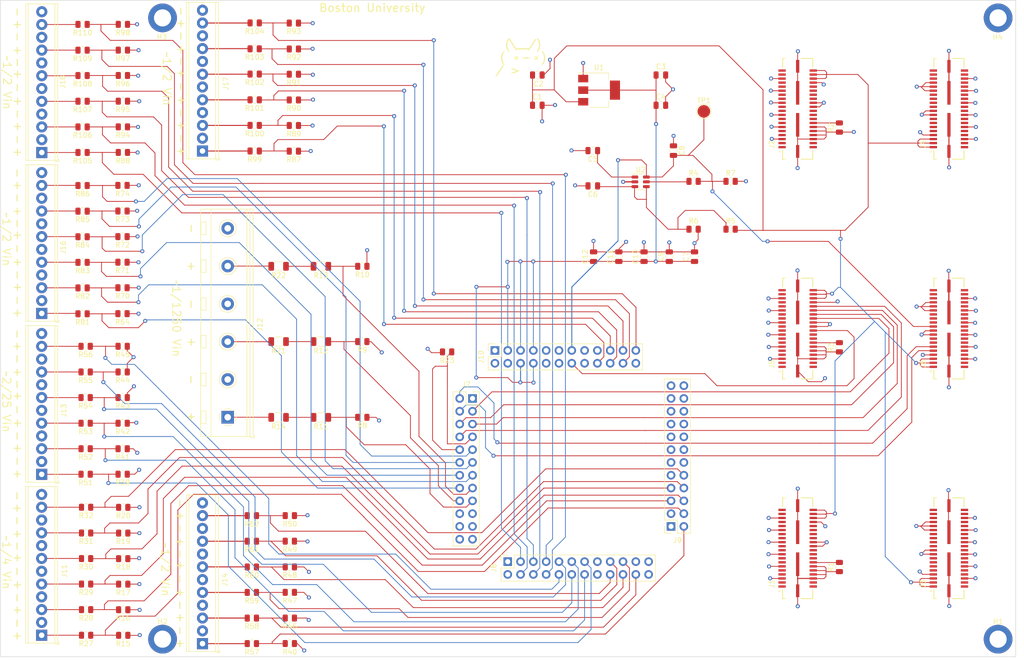
<source format=kicad_pcb>
(kicad_pcb (version 20211014) (generator pcbnew)
  (layers (0 "F.Cu" signal) (1 "In1.Cu" signal) (2 "In2.Cu" signal) (31 "B.Cu" signal) (34 "B.Paste" user) (35 "F.Paste" user) (36 "B.SilkS" user "B.Silkscreen") (37 "F.SilkS" user "F.Silkscreen") (38 "B.Mask" user) (39 "F.Mask" user) (44 "Edge.Cuts" user))
  (net 0 "")
  (net 1 "LV_RB")
  (net 2 "1.2V")
  (net 3 "Net-(C5-Pad1)")
  (net 4 "Net-(C6-Pad1)")
  (net 5 "B_a4")
  (net 6 "/A_tin0_n")
  (net 7 "/scl")
  (net 8 "/A_tin0_p")
  (net 9 "/sda")
  (net 10 "/A_din1_n")
  (net 11 "/A_din1_p")
  (net 12 "/A_clk2_n")
  (net 13 "/A_a3")
  (net 14 "/A_clk2_p")
  (net 15 "/A_a2")
  (net 16 "/A_a1")
  (net 17 "/A_tin1_n")
  (net 18 "/A_a0")
  (net 19 "/A_tin1_p")
  (net 20 "/A_din2_n")
  (net 21 "/A_d3")
  (net 22 "/A_din2_p")
  (net 23 "/A_d2")
  (net 24 "/A_d1")
  (net 25 "/A_dout1_n")
  (net 26 "/A_d0")
  (net 27 "/A_dout1_p")
  (net 28 "/A_clk3_n")
  (net 29 "/A_clk3_p")
  (net 30 "/C_tin0_n")
  (net 31 "/C_tin0_p")
  (net 32 "/C_din1_n")
  (net 33 "/C_din1_p")
  (net 34 "/C_clk2_n")
  (net 35 "/C_a3")
  (net 36 "/C_clk2_p")
  (net 37 "/C_a2")
  (net 38 "/C_a1")
  (net 39 "/C_tin1_n")
  (net 40 "/C_a0")
  (net 41 "/C_tin1_p")
  (net 42 "/C_din2_n")
  (net 43 "/C_d3")
  (net 44 "/C_din2_p")
  (net 45 "/C_d2")
  (net 46 "/C_d1")
  (net 47 "/C_dout1_n")
  (net 48 "/C_d0")
  (net 49 "/C_dout1_p")
  (net 50 "/C_clk3_n")
  (net 51 "/C_clk3_p")
  (net 52 "/A_clk1_p")
  (net 53 "/A_clk1_0")
  (net 54 "/A_dout0_p")
  (net 55 "/A_d4")
  (net 56 "/A_dout0_n")
  (net 57 "/A_d5")
  (net 58 "/A_d6")
  (net 59 "/A_din3_n")
  (net 60 "/A_d7")
  (net 61 "/A_din3_p")
  (net 62 "/A_tin3_p")
  (net 63 "/A_a4")
  (net 64 "/A_tin3_n")
  (net 65 "/A_a5")
  (net 66 "/A_a6")
  (net 67 "/A_clk0_p")
  (net 68 "/A_a7")
  (net 69 "/A_clk0_n")
  (net 70 "/A_din0_n")
  (net 71 "/A_din0_p")
  (net 72 "/A_addr4")
  (net 73 "/A_addr3")
  (net 74 "/A_tin2_p")
  (net 75 "/A_addr2")
  (net 76 "/A_tin2_n")
  (net 77 "/C_clk1_p")
  (net 78 "/C_clk1_0")
  (net 79 "/C_dout0_p")
  (net 80 "/C_d4")
  (net 81 "/C_dout0_n")
  (net 82 "/C_d5")
  (net 83 "/C_d6")
  (net 84 "/C_din3_n")
  (net 85 "/C_d7")
  (net 86 "/C_din3_p")
  (net 87 "/C_tin3_p")
  (net 88 "/C_a4")
  (net 89 "/C_tin3_n")
  (net 90 "/C_a5")
  (net 91 "/C_a6")
  (net 92 "/C_clk0_p")
  (net 93 "/C_a7")
  (net 94 "/C_clk0_n")
  (net 95 "/C_din0_n")
  (net 96 "/C_din0_p")
  (net 97 "/C_addr4")
  (net 98 "/C_addr3")
  (net 99 "/C_tin2_p")
  (net 100 "/C_addr2")
  (net 101 "/C_tin2_n")
  (net 102 "/B_tin0_n")
  (net 103 "/B_tin0_p")
  (net 104 "/B_din1_n")
  (net 105 "/B_din1_p")
  (net 106 "/B_clk2_n")
  (net 107 "/B_a3")
  (net 108 "/B_clk2_p")
  (net 109 "/B_a2")
  (net 110 "/B_a1")
  (net 111 "/B_tin1_n")
  (net 112 "B_a0(MUX_OUT)")
  (net 113 "/B_tin1_p")
  (net 114 "/B_din2_n")
  (net 115 "B_d3")
  (net 116 "/B_din2_p")
  (net 117 "B_d2")
  (net 118 "B_d1")
  (net 119 "/B_dout1_n")
  (net 120 "B_d0")
  (net 121 "/B_dout1_p")
  (net 122 "/B_clk3_n")
  (net 123 "/B_clk3_p")
  (net 124 "/B_clk1_p")
  (net 125 "/B_clk1_0")
  (net 126 "/B_dout0_p")
  (net 127 "B_d4")
  (net 128 "/B_dout0_n")
  (net 129 "B_d5")
  (net 130 "/B_d6")
  (net 131 "/B_din3_n")
  (net 132 "/B_d7")
  (net 133 "/B_din3_p")
  (net 134 "/B_tin3_p")
  (net 135 "/B_tin3_n")
  (net 136 "/B_a5")
  (net 137 "/B_a6")
  (net 138 "/B_clk0_p")
  (net 139 "/B_a7")
  (net 140 "/B_clk0_n")
  (net 141 "/B_din0_n")
  (net 142 "/B_din0_p")
  (net 143 "/B_addr4")
  (net 144 "/B_addr3")
  (net 145 "/B_tin2_p")
  (net 146 "/B_addr2")
  (net 147 "/B_tin2_n")
  (net 148 "MUX64_A0")
  (net 149 "MUX64_A2")
  (net 150 "MUX64_A3")
  (net 151 "MUX64_A4")
  (net 152 "MUX64_A5")
  (net 153 "MUX64_A6")
  (net 154 "MUX64_A7")
  (net 155 "MUX64_A9")
  (net 156 "MUX64_A15")
  (net 157 "MUX64_A16")
  (net 158 "MUX64_A17")
  (net 159 "MUX64_A18")
  (net 160 "MUX64_A19")
  (net 161 "MUX64_A20")
  (net 162 "MUX64_A21")
  (net 163 "MUX64_A22")
  (net 164 "MUX64_A23")
  (net 165 "MUX64_A24")
  (net 166 "MUX64_A25")
  (net 167 "MUX64_A26")
  (net 168 "MUX64_A29")
  (net 169 "MUX64_A30")
  (net 170 "MUX64_A31")
  (net 171 "MUX64_A32")
  (net 172 "MUX64_A33")
  (net 173 "MUX64_A35")
  (net 174 "MUX64_A37")
  (net 175 "MUX64_A38")
  (net 176 "MUX64_A39")
  (net 177 "MUX64_A40")
  (net 178 "MUX64_A41")
  (net 179 "Net-(J11-Pad1)")
  (net 180 "Net-(J11-Pad3)")
  (net 181 "Net-(J11-Pad5)")
  (net 182 "Net-(J11-Pad7)")
  (net 183 "Net-(J11-Pad9)")
  (net 184 "Net-(J11-Pad11)")
  (net 185 "Net-(J12-Pad1)")
  (net 186 "Net-(J12-Pad3)")
  (net 187 "Net-(J12-Pad5)")
  (net 188 "Net-(J13-Pad1)")
  (net 189 "Net-(J13-Pad3)")
  (net 190 "Net-(J13-Pad5)")
  (net 191 "Net-(J13-Pad7)")
  (net 192 "Net-(J13-Pad9)")
  (net 193 "Net-(J13-Pad11)")
  (net 194 "Net-(J14-Pad1)")
  (net 195 "Net-(J14-Pad3)")
  (net 196 "Net-(J14-Pad5)")
  (net 197 "Net-(J14-Pad7)")
  (net 198 "Net-(J14-Pad9)")
  (net 199 "Net-(J14-Pad11)")
  (net 200 "Net-(J16-Pad1)")
  (net 201 "Net-(J16-Pad3)")
  (net 202 "Net-(J16-Pad5)")
  (net 203 "Net-(J16-Pad7)")
  (net 204 "Net-(J16-Pad9)")
  (net 205 "Net-(J16-Pad11)")
  (net 206 "Net-(J17-Pad1)")
  (net 207 "Net-(J17-Pad3)")
  (net 208 "Net-(J17-Pad5)")
  (net 209 "Net-(J17-Pad7)")
  (net 210 "Net-(J17-Pad9)")
  (net 211 "Net-(J17-Pad11)")
  (net 212 "Net-(J18-Pad1)")
  (net 213 "Net-(J18-Pad3)")
  (net 214 "Net-(J18-Pad5)")
  (net 215 "Net-(J18-Pad7)")
  (net 216 "Net-(J18-Pad9)")
  (net 217 "Net-(J18-Pad11)")
  (net 218 "Net-(R4-Pad1)")
  (net 219 "MUX64_A55")
  (net 220 "MUX64_A54")
  (net 221 "MUX64_A56")
  (net 222 "MUX64_A57")
  (net 223 "MUX64_A58")
  (net 224 "MUX64_A60")
  (net 233 "/A_scl")
  (net 234 "/A_sda")
  (net 235 "/C_scl")
  (net 236 "/C_sda")
  (net 237 "MUX64_A34")
  (net 238 "Net-(R11-Pad2)")
  (net 239 "Net-(R12-Pad2)")
  (net 240 "Net-(R13-Pad2)")
  (net 241 "MUX64_A8")
  (net 242 "MUX64_A10")
  (net 243 "MUX64_A42")
  (footprint "Resistor_SMD:R_0805_2012Metric" (layer "F.Cu") (at 110.24 147.49 180)
    (fp_text reference "R46")
    (fp_text value "82Kohm")
  )
  (footprint "Resistor_SMD:R_0805_2012Metric" (layer "F.Cu") (at 77.1325 29.66 180)
    (fp_text reference "R98")
    (fp_text value "82Kohm")
  )
  (footprint "Resistor_SMD:R_0805_2012Metric" (layer "F.Cu") (at 77.09 118.9436 180)
    (fp_text reference "R39")
    (fp_text value "82Kohm")
  )
  (footprint "TerminalBlock_RND:TerminalBlock_RND_205-00071_1x06_P7.50mm_Horizontal" (layer "F.Cu") (at 97.92 107.64 90)
    (fp_text reference "J12")
    (fp_text value "Screw_Terminal_01x06")
  )
  (footprint "Connector_PinSocket_2.54mm:PinSocket_2x12_P2.54mm_Vertical" (layer "F.Cu") (at 146.47 103.91)
    (fp_text reference "J7")
    (fp_text value "Conn_01x24")
  )
  (footprint "Resistor_SMD:R_1206_3216Metric" (layer "F.Cu") (at 108.015 77.68 180)
    (fp_text reference "R22")
    (fp_text value "50Mohm")
  )
  (footprint "Capacitor_SMD:C_0805_2012Metric" (layer "F.Cu") (at 159.32 45.72)
    (fp_text reference "C1")
    (fp_text value "100nF")
  )
  (footprint "Resistor_SMD:R_0805_2012Metric" (layer "F.Cu") (at 69.14 39.82 180)
    (fp_text reference "R108")
    (fp_text value "82Kohm")
  )
  (footprint "Package_TO_SOT_SMD:SOT-23-6" (layer "F.Cu") (at 179.81 60.92)
    (fp_text reference "U2")
    (fp_text value "MAX6070")
  )
  (footprint "Resistor_SMD:R_0805_2012Metric" (layer "F.Cu") (at 219.23 50.14 90)
    (fp_text reference "R2")
    (fp_text value "R_Small_US")
  )
  (footprint "Resistor_SMD:R_0805_2012Metric" (layer "F.Cu") (at 77.1325 34.78 180)
    (fp_text reference "R97")
    (fp_text value "82Kohm")
  )
  (footprint "Resistor_SMD:R_0805_2012Metric" (layer "F.Cu") (at 102.71 147.5 180)
    (fp_text reference "R58")
    (fp_text value "82Kohm")
  )
  (footprint "Capacitor_SMD:C_0805_2012Metric" (layer "F.Cu") (at 183.82 39.72)
    (fp_text reference "C3")
    (fp_text value "100nF")
  )
  (footprint "Resistor_SMD:R_0805_2012Metric" (layer "F.Cu") (at 69.14 71.82 180)
    (fp_text reference "R84")
    (fp_text value "82Kohm")
  )
  (footprint "Resistor_SMD:R_0805_2012Metric" (layer "F.Cu") (at 69.14 34.79 180)
    (fp_text reference "R109")
    (fp_text value "82Kohm")
  )
  (footprint "Resistor_SMD:R_0805_2012Metric" (layer "F.Cu") (at 69.14 81.97 180)
    (fp_text reference "R82")
    (fp_text value "82Kohm")
  )
  (footprint "Capacitor_SMD:C_0805_2012Metric" (layer "F.Cu") (at 170.4786 75.77 90)
    (fp_text reference "C12")
    (fp_text value "0.1uF")
  )
  (footprint "Resistor_SMD:R_0805_2012Metric" (layer "F.Cu") (at 69.84 140.7428 180)
    (fp_text reference "R29")
    (fp_text value "240Kohm")
  )
  (footprint "Resistor_SMD:R_1206_3216Metric" (layer "F.Cu") (at 108.015 107.66 180)
    (fp_text reference "R14")
    (fp_text value "50Mohm")
  )
  (footprint "Resistor_SMD:R_1206_3216Metric" (layer "F.Cu") (at 116.405 92.62 180)
    (fp_text reference "R12")
    (fp_text value "50Mohm")
  )
  (footprint "Resistor_SMD:R_0805_2012Metric" (layer "F.Cu") (at 77.0575 81.94 180)
    (fp_text reference "R70")
    (fp_text value "82Kohm")
  )
  (footprint "Resistor_SMD:R_0805_2012Metric" (layer "F.Cu") (at 197.652 70.317)
    (fp_text reference "R5")
    (fp_text value "1Kohm")
  )
  (footprint "Resistor_SMD:R_0805_2012Metric" (layer "F.Cu") (at 111.04 34.55 180)
    (fp_text reference "R92")
    (fp_text value "82Kohm")
  )
  (footprint "Connector_PinSocket_2.54mm:PinSocket_2x12_P2.54mm_Vertical" (layer "F.Cu") (at 153.455 136.295 90)
    (fp_text reference "J8")
    (fp_text value "Conn_01x24")
  )
  (footprint "Resistor_SMD:R_1206_3216Metric" (layer "F.Cu") (at 116.405 107.66 180)
    (fp_text reference "R11")
    (fp_text value "50Mohm")
  )
  (footprint "Resistor_SMD:R_0805_2012Metric" (layer "F.Cu") (at 69.84 150.9028 180)
    (fp_text reference "R27")
    (fp_text value "240Kohm")
  )
  (footprint "Resistor_SMD:R_0805_2012Metric" (layer "F.Cu") (at 110.24 152.55 180)
    (fp_text reference "R40")
    (fp_text value "82Kohm")
  )
  (footprint "Capacitor_SMD:C_0805_2012Metric" (layer "F.Cu") (at 186.32 54.72 -90)
    (fp_text reference "C8")
    (fp_text value "0.1uF")
  )
  (footprint "Capacitor_SMD:C_0805_2012Metric" (layer "F.Cu") (at 170.32 54.72 180)
    (fp_text reference "C5")
    (fp_text value "0.1uF")
  )
  (footprint "Resistor_SMD:R_0805_2012Metric" (layer "F.Cu") (at 77.0575 87.08 180)
    (fp_text reference "R64")
    (fp_text value "82Kohm")
  )
  (footprint "Resistor_SMD:R_0805_2012Metric" (layer "F.Cu") (at 110.24 137.34 180)
    (fp_text reference "R48")
    (fp_text value "82Kohm")
  )
  (footprint "Resistor_SMD:R_0805_2012Metric" (layer "F.Cu") (at 77.2 145.8388 180)
    (fp_text reference "R16")
    (fp_text value "82Kohm")
  )
  (footprint "Resistor_SMD:R_0805_2012Metric" (layer "F.Cu") (at 69.84 145.8228 180)
    (fp_text reference "R28")
    (fp_text value "240Kohm")
  )
  (footprint "Resistor_SMD:R_0805_2012Metric" (layer "F.Cu") (at 69.75 98.651 180)
    (fp_text reference "R55")
    (fp_text value "1Mohm")
  )
  (footprint "Resistor_SMD:R_0805_2012Metric" (layer "F.Cu") (at 77.09 108.8258 180)
    (fp_text reference "R42")
    (fp_text value "82Kohm")
  )
  (footprint "Resistor_SMD:R_0805_2012Metric" (layer "F.Cu") (at 77.2 135.7042 180)
    (fp_text reference "R18")
    (fp_text value "82Kohm")
  )
  (footprint "TerminalBlock_Phoenix:TerminalBlock_Phoenix_MPT-0,5-12-2.54_1x12_P2.54mm_Horizontal" (layer "F.Cu") (at 61.04 87.03 90)
    (fp_text reference "J16")
    (fp_text value "Screw_Terminal_01x12")
  )
  (footprint "Package_TO_SOT_SMD:SOT-223-3_TabPin2" (layer "F.Cu") (at 171.57 42.72)
    (fp_text reference "U1")
    (fp_text value "LD1117AS12TR")
  )
  (footprint "Resistor_SMD:R_0805_2012Metric" (layer "F.Cu") (at 111.04 54.83 180)
    (fp_text reference "R87")
    (fp_text value "82Kohm")
  )
  (footprint "QTE-020-01-X-D-A:SAMTEC_QTE-020-01-X-D-A" (layer "F.Cu") (at 210.95 133.63 90)
    (fp_text reference "J1")
    (fp_text value "QTE-020-01-X-D-A")
  )
  (footprint "Resistor_SMD:R_0805_2012Metric" (layer "F.Cu") (at 111.04 44.67 180)
    (fp_text reference "R90")
    (fp_text value "82Kohm")
  )
  (footprint "Resistor_SMD:R_0805_2012Metric" (layer "F.Cu") (at 69.14 50.02 180)
    (fp_text reference "R106")
    (fp_text value "82Kohm")
  )
  (footprint "Resistor_SMD:R_1206_3216Metric" (layer "F.Cu") (at 108.015 92.62 180)
    (fp_text reference "R21")
    (fp_text value "50Mohm")
  )
  (footprint "Resistor_SMD:R_0805_2012Metric" (layer "F.Cu") (at 219.23 93.75 90)
    (fp_text reference "R3")
    (fp_text value "R_Small_US")
  )
  (footprint "Resistor_SMD:R_0805_2012Metric" (layer "F.Cu") (at 77.1325 50.01 180)
    (fp_text reference "R94")
    (fp_text value "82Kohm")
  )
  (footprint "Resistor_SMD:R_0805_2012Metric" (layer "F.Cu") (at 77.2 140.7588 180)
    (fp_text reference "R17")
    (fp_text value "82Kohm")
  )
  (footprint "Connector_PinSocket_2.54mm:PinSocket_2x12_P2.54mm_Vertical" (layer "F.Cu") (at 150.915 94.385 90)
    (fp_text reference "J10")
    (fp_text value "Conn_01x24")
  )
  (footprint "TerminalBlock_Phoenix:TerminalBlock_Phoenix_MPT-0,5-12-2.54_1x12_P2.54mm_Horizontal" (layer "F.Cu") (at 61.03 118.97 90)
    (fp_text reference "J13")
    (fp_text value "Screw_Terminal_01x12")
  )
  (footprint "TestPoint:TestPoint_Pad_D2.5mm" (layer "F.Cu") (at 192.35 46.93)
    (fp_text reference "TP1")
    (fp_text value "TestPoint")
  )
  (footprint "MountingHole:MountingHole_2.5mm" (layer "F.Cu") (at 85 151.68)
    (fp_text reference "H2")
    (fp_text value "MountingHole")
  )
  (footprint "Resistor_SMD:R_0805_2012Metric" (layer "F.Cu") (at 102.71 142.4 180)
    (fp_text reference "R59")
    (fp_text value "82Kohm")
  )
  (footprint "Resistor_SMD:R_0805_2012Metric" (layer "F.Cu") (at 69.14 44.92 180)
    (fp_text reference "R107")
    (fp_text value "82Kohm")
  )
  (footprint "Resistor_SMD:R_0805_2012Metric" (layer "F.Cu") (at 141.43 94.67 180)
    (fp_text reference "R23")
    (fp_text value "1Kohm")
  )
  (footprint "Resistor_SMD:R_0805_2012Metric" (layer "F.Cu") (at 103.27 34.52 180)
    (fp_text reference "R103")
    (fp_text value "82Kohm")
  )
  (footprint "Resistor_SMD:R_0805_2012Metric" (layer "F.Cu") (at 69.75 103.7334 180)
    (fp_text reference "R54")
    (fp_text value "1Mohm")
  )
  (footprint "Capacitor_SMD:C_0805_2012Metric" (layer "F.Cu") (at 159.32 39.72)
    (fp_text reference "C2")
    (fp_text value "10uF")
  )
  (footprint "Resistor_SMD:R_0805_2012Metric" (layer "F.Cu") (at 69.84 125.5028 180)
    (fp_text reference "R32")
    (fp_text value "240Kohm")
  )
  (footprint "Resistor_SMD:R_0805_2012Metric" (layer "F.Cu") (at 102.71 152.56 180)
    (fp_text reference "R57")
    (fp_text value "82Kohm")
  )
  (footprint "Capacitor_SMD:C_0805_2012Metric" (layer "F.Cu") (at 185.49 75.77 90)
    (fp_text reference "C9")
    (fp_text value "0.1uF")
  )
  (footprint "Resistor_SMD:R_0805_2012Metric" (layer "F.Cu") (at 124.615 107.66 180)
    (fp_text reference "R8")
    (fp_text value "82Kohm")
  )
  (footprint "TerminalBlock_Phoenix:TerminalBlock_Phoenix_MPT-0,5-12-2.54_1x12_P2.54mm_Horizontal" (layer "F.Cu") (at 61.0225 150.901 90)
    (fp_text reference "J11")
    (fp_text value "Screw_Terminal_01x12")
  )
  (footprint "Resistor_SMD:R_0805_2012Metric" (layer "F.Cu") (at 102.71 137.35 180)
    (fp_text reference "R60")
    (fp_text value "82Kohm")
  )
  (footprint "Resistor_SMD:R_0805_2012Metric" (layer "F.Cu") (at 77.2 150.9188 180)
    (fp_text reference "R15")
    (fp_text value "82Kohm")
  )
  (footprint "Capacitor_SMD:C_0805_2012Metric" (layer "F.Cu") (at 190.4938 75.77 90)
    (fp_text reference "C7")
    (fp_text value "47uF")
  )
  (footprint "Resistor_SMD:R_0805_2012Metric" (layer "F.Cu") (at 69.14 66.74 180)
    (fp_text reference "R85")
    (fp_text value "82Kohm")
  )
  (footprint "Resistor_SMD:R_0805_2012Metric" (layer "F.Cu") (at 110.24 127.16 180)
    (fp_text reference "R50")
    (fp_text value "82Kohm")
  )
  (footprint "Capacitor_SMD:C_0805_2012Metric" (layer "F.Cu") (at 180.4862 75.77 90)
    (fp_text reference "C10")
    (fp_text value "0.1uF")
  )
  (footprint "MountingHole:MountingHole_2.5mm" (layer "F.Cu") (at 250.7 151.68)
    (fp_text reference "H1")
    (fp_text value "MountingHole")
  )
  (footprint "Resistor_SMD:R_0805_2012Metric" (layer "F.Cu") (at 69.84 135.6882 180)
    (fp_text reference "R30")
    (fp_text value "240Kohm")
  )
  (footprint "Resistor_SMD:R_0805_2012Metric" (layer "F.Cu") (at 102.71 127.17 180)
    (fp_text reference "R62")
    (fp_text value "82Kohm")
  )
  (footprint "Resistor_SMD:R_0805_2012Metric" (layer "F.Cu") (at 190.3114 70.317)
    (fp_text reference "R6")
    (fp_text value "1Kohm")
  )
  (footprint "Resistor_SMD:R_0805_2012Metric" (layer "F.Cu") (at 103.27 54.8 180)
    (fp_text reference "R99")
    (fp_text value "82Kohm")
  )
  (footprint "Resistor_SMD:R_0805_2012Metric" (layer "F.Cu") (at 77.2 125.5188 180)
    (fp_text reference "R20")
    (fp_text value "82Kohm")
  )
  (footprint "Resistor_SMD:R_1206_3216Metric" (layer "F.Cu") (at 116.405 77.68 180)
    (fp_text reference "R13")
    (fp_text value "50Mohm")
  )
  (footprint "Resistor_SMD:R_0805_2012Metric" (layer "F.Cu") (at 102.71 132.24 180)
    (fp_text reference "R61")
    (fp_text value "82Kohm")
  )
  (footprint "Capacitor_SMD:C_0805_2012Metric" (layer "F.Cu") (at 175.4824 75.77 90)
    (fp_text reference "C11")
    (fp_text value "0.1uF")
  )
  (footprint "Resistor_SMD:R_0805_2012Metric" (layer "F.Cu") (at 77.1325 44.91 180)
    (fp_text reference "R95")
    (fp_text value "82Kohm")
  )
  (footprint "Resistor_SMD:R_0805_2012Metric" (layer "F.Cu") (at 77.0575 76.87 180)
    (fp_text reference "R71")
    (fp_text value "82Kohm")
  )
  (footprint "Resistor_SMD:R_0805_2012Metric" (layer "F.Cu") (at 69.75 108.8258 180)
    (fp_text reference "R53")
    (fp_text value "1Mohm")
  )
  (footprint "TerminalBlock_Phoenix:TerminalBlock_Phoenix_MPT-0,5-12-2.54_1x12_P2.54mm_Horizontal" (layer "F.Cu") (at 61.05 55.1 90)
    (fp_text reference "J18")
    (fp_text value "Screw_Terminal_01x12")
  )
  (footprint "QTE-020-01-X-D-A:SAMTEC_QTE-020-01-X-D-A" (layer "F.Cu") (at 240.95 46.43 90)
    (fp_text reference "J4")
    (fp_text value "QTE-020-01-X-D-A")
  )
  (footprint "Resistor_SMD:R_0805_2012Metric" (layer "F.Cu") (at 111.04 39.56 180)
    (fp_text reference "R91")
    (fp_text value "82Kohm")
  )
  (footprint "Resistor_SMD:R_0805_2012Metric" (layer "F.Cu") (at 77.0575 66.71 180)
    (fp_text reference "R73")
    (fp_text value "82Kohm")
  )
  (footprint "Resistor_SMD:R_0805_2012Metric" (layer "F.Cu") (at 111.04 29.41 180)
    (fp_text reference "R93")
    (fp_text value "82Kohm")
  )
  (footprint "Resistor_SMD:R_0805_2012Metric" (layer "F.Cu") (at 77.09 103.7334 180)
    (fp_text reference "R43")
    (fp_text value "82Kohm")
  )
  (footprint "Resistor_SMD:R_0805_2012Metric" (layer "F.Cu") (at 124.615 77.68 180)
    (fp_text reference "R10")
    (fp_text value "82Kohm")
  )
  (footprint "Resistor_SMD:R_0805_2012Metric" (layer "F.Cu") (at 77.09 93.5542 180)
    (fp_text reference "R45")
    (fp_text value "82Kohm")
  )
  (footprint "Resistor_SMD:R_0805_2012Metric" (layer "F.Cu") (at 103.27 39.53 180)
    (fp_text reference "R102")
    (fp_text value "82Kohm")
  )
  (footprint "TerminalBlock_Phoenix:TerminalBlock_Phoenix_MPT-0,5-12-2.54_1x12_P2.54mm_Horizontal" (layer "F.Cu") (at 92.92 152.57 90)
    (fp_text reference "J14")
    (fp_text value "Screw_Terminal_01x12")
  )
  (footprint "TerminalBlock_Phoenix:TerminalBlock_Phoenix_MPT-0,5-12-2.54_1x12_P2.54mm_Horizontal" (layer "F.Cu") (at 92.92 54.8 90)
    (fp_text reference "J17")
    (fp_text value "Screw_Terminal_01x12")
  )
  (footprint "Resistor_SMD:R_0805_2012Metric" (layer "F.Cu") (at 69.14 29.67 180)
    (fp_text reference "R110")
    (fp_text value "82Kohm")
  )
  (footprint "Resistor_SMD:R_0805_2012Metric" (layer "F.Cu") (at 77.1325 39.81 180)
    (fp_text reference "R96")
    (fp_text value "82Kohm")
  )
  (footprint "QTE-020-01-X-D-A:SAMTEC_QTE-020-01-X-D-A" (layer "F.Cu") (at 210.95 90.03 90)
    (fp_text reference "J5")
    (fp_text value "QTE-020-01-X-D-A")
  )
  (footprint "QTE-020-01-X-D-A:SAMTEC_QTE-020-01-X-D-A" (layer "F.Cu") (at 240.95 90.03 90)
    (fp_text reference "J6")
    (fp_text value "QTE-020-01-X-D-A")
  )
  (footprint "Resistor_SMD:R_0805_2012Metric" (layer "F.Cu") (at 124.615 92.62 180)
    (fp_text reference "R9")
    (fp_text value "82Kohm")
  )
  (footprint "Resistor_SMD:R_0805_2012Metric" (layer "F.Cu") (at 77.0575 61.62 180)
    (fp_text reference "R74")
    (fp_text value "82Kohm")
  )
  (footprint "Resistor_SMD:R_0805_2012Metric" (layer "F.Cu") (at 77.09 113.889 180)
    (fp_text reference "R41")
    (fp_text value "82Kohm")
  )
  (footprint "Resistor_SMD:R_0805_2012Metric" (layer "F.Cu") (at 69.75 118.9436 180)
    (fp_text reference "R51")
    (fp_text value "1Mohm")
  )
  (footprint "QTE-020-01-X-D-A:SAMTEC_QTE-020-01-X-D-A" (layer "F.Cu") (at 210.95 46.43 90)
    (fp_text reference "J2")
    (fp_text value "QTE-020-01-X-D-A")
  )
  (footprint "Resistor_SMD:R_0805_2012Metric" (layer "F.Cu") (at 69.75 113.889 180)
    (fp_text reference "R52")
    (fp_text value "1Mohm")
  )
  (footprint "QTE-020-01-X-D-A:SAMTEC_QTE-020-01-X-D-A" (layer "F.Cu") (at 240.95 133.63 90)
    (fp_text reference "J3")
    (fp_text value "QTE-020-01-X-D-A")
  )
  (footprint "Resistor_SMD:R_0805_2012Metric" (layer "F.Cu") (at 197.652 60.8174)
    (fp_text reference "R7")
    (fp_text value "1Kohm")
  )
  (footprint "Resistor_SMD:R_0805_2012Metric" (layer "F.Cu") (at 69.84 130.6082 180)
    (fp_text reference "R31")
    (fp_text value "240Kohm")
  )
  (footprint "Resistor_SMD:R_0805_2012Metric" (layer "F.Cu") (at 69.14 76.9 180)
    (fp_text reference "R83")
    (fp_text value "82Kohm")
  )
  (footprint "Resistor_SMD:R_0805_2012Metric" (layer "F.Cu") (at 77.1325 55.08 180)
    (fp_text reference "R88")
    (fp_text value "82Kohm")
  )
  (footprint "Resistor_SMD:R_0805_2012Metric" (layer "F.Cu") (at 77.0575 71.79 180)
    (fp_text reference "R72")
    (fp_text value "82Kohm")
  )
  (footprint "Resistor_SMD:R_0805_2012Metric" (layer "F.Cu") (at 190.3114 60.8174)
    (fp_text reference "R4")
    (fp_text value "1Kohm")
  )
  (footprint "MountingHole:MountingHole_2.5mm" (layer "F.Cu") (at 250.7 28.38)
    (fp_text reference "H4")
    (fp_text value "MountingHole")
  )
  (footprint "Connector_PinSocket_2.54mm:PinSocket_2x12_P2.54mm_Vertical" (layer "F.Cu") (at 185.84 129.31 180)
    (fp_text reference "J9")
    (fp_text value "Conn_01x24")
  )
  (footprint "Capacitor_SMD:C_0805_2012Metric" (layer "F.Cu") (at 183.82 45.72)
    (fp_text reference "C4")
    (fp_text value "10uF")
  )
  (footprint "Resistor_SMD:R_0805_2012Metric" (layer "F.Cu") (at 103.27 49.71 180)
    (fp_text reference "R100")
    (fp_text value "82Kohm")
  )
  (footprint "Resistor_SMD:R_0805_2012Metric" (layer "F.Cu") (at 110.24 142.39 180)
    (fp_text reference "R47")
    (fp_text value "82Kohm")
  )
  (footprint "Resistor_SMD:R_0805_2012Metric" (layer "F.Cu") (at 110.24 132.23 180)
    (fp_text reference "R49")
    (fp_text value "82Kohm")
  )
  (footprint "Resistor_SMD:R_0805_2012Metric" (layer "F.Cu") (at 69.14 61.65 180)
    (fp_text reference "R86")
    (fp_text value "82Kohm")
  )
  (footprint "Resistor_SMD:R_0805_2012Metric" (layer "F.Cu") (at 219.23 137.36 90)
    (fp_text reference "R1")
    (fp_text value "R_Small_US")
  )
  (footprint "Resistor_SMD:R_0805_2012Metric" (layer "F.Cu") (at 103.27 29.38 180)
    (fp_text reference "R104")
    (fp_text value "82Kohm")
  )
  (footprint "MountingHole:MountingHole_2.5mm" (layer "F.Cu") (at 85 28.38)
    (fp_text reference "H3")
    (fp_text value "MountingHole")
  )
  (footprint "Resistor_SMD:R_0805_2012Metric" (layer "F.Cu") (at 77.2 130.6242 180)
    (fp_text reference "R19")
    (fp_text value "82Kohm")
  )
  (footprint "Resistor_SMD:R_0805_2012Metric" (layer "F.Cu") (at 77.09 98.651 180)
    (fp_text reference "R44")
    (fp_text value "82Kohm")
  )
  (footprint "Resistor_SMD:R_0805_2012Metric" (layer "F.Cu") (at 103.27 44.64 180)
    (fp_text reference "R101")
    (fp_text value "82Kohm")
  )
  (footprint "Resistor_SMD:R_0805_2012Metric" (layer "F.Cu") (at 111.04 49.74 180)
    (fp_text reference "R89")
    (fp_text value "82Kohm")
  )
  (footprint "Resistor_SMD:R_0805_2012Metric" (layer "F.Cu") (at 69.75 93.5542 180)
    (fp_text reference "R56")
    (fp_text value "1Mohm")
  )
  (footprint "Capacitor_SMD:C_0805_2012Metric" (layer "F.Cu") (at 170.32 61.72 180)
    (fp_text reference "C6")
    (fp_text value "0.1uF")
  )
  (footprint "Resistor_SMD:R_0805_2012Metric" (layer "F.Cu") (at 69.14 55.09 180)
    (fp_text reference "R105")
    (fp_text value "82Kohm")
  )
  (footprint "Resistor_SMD:R_0805_2012Metric" (layer "F.Cu") (at 69.14 87.11 180)
    (fp_text reference "R81")
    (fp_text value "82Kohm")
  )
  (gr_line (start 254.2 24.88) (end 52.88 24.88) (layer "Edge.Cuts") (width 0.1))
  (gr_line (start 254.2 24.88) (end 254.2 155.18) (layer "Edge.Cuts") (width 0.1))
  (gr_line (start 254.2 155.18) (end 52.88 155.18) (layer "Edge.Cuts") (width 0.1))
  (gr_line (start 52.88 155.18) (end 52.88 24.88) (layer "Edge.Cuts") (width 0.1))
  (gr_text "~1/4 Vin" (at 54.05 136.45 270) (layer "F.SilkS") (effects (font (size 1.6 1.6) (thickness 0.2))))
  (gr_text "~1/2 Vin" (at 85.57 137.88 270) (layer "F.SilkS") (effects (font (size 1.6 1.6) (thickness 0.2))))
  (gr_text "+" (at 56.31 29.71 270) (layer "F.SilkS") (effects (font (size 1.6 1.6) (thickness 0.23))))
  (gr_text "-" (at 56.25 138.23 270) (layer "F.SilkS") (effects (font (size 1.6 1.6) (thickness 0.23))))
  (gr_text "-" (at 56.27 143.46 270) (layer "F.SilkS") (effects (font (size 1.6 1.6) (thickness 0.23))))
  (gr_text "-" (at 56.26 91.11 270) (layer "F.SilkS") (effects (font (size 1.6 1.6) (thickness 0.23))))
  (gr_text "-" (at 56.26 96.05 270) (layer "F.SilkS") (effects (font (size 1.6 1.6) (thickness 0.23))))
  (gr_text "-" (at 56.27 148.49 270) (layer "F.SilkS") (effects (font (size 1.6 1.6) (thickness 0.23))))
  (gr_text "+" (at 56.32 34.84 270) (layer "F.SilkS") (effects (font (size 1.6 1.6) (thickness 0.23))))
  (gr_text "-" (at 56.27 101.12 270) (layer "F.SilkS") (effects (font (size 1.6 1.6) (thickness 0.23))))
  (gr_text "Boston University" (at 126.59 26.39) (layer "F.SilkS") (effects (font (size 1.6 1.6) (thickness 0.23))))
  (gr_text "-" (at 88.75 31.98 270) (layer "F.SilkS") (effects (font (size 1.6 1.6) (thickness 0.23))))
  (gr_text "~1/2 Vin" (at 54.19 41.22 270) (layer "F.SilkS") (effects (font (size 1.6 1.6) (thickness 0.2))))
  (gr_text "+" (at 56.33 81.87 270) (layer "F.SilkS") (effects (font (size 1.6 1.6) (thickness 0.23))))
  (gr_text "-" (at 56.29 84.43 270) (layer "F.SilkS") (effects (font (size 1.6 1.6) (thickness 0.23))))
  (gr_text "-" (at 88.52 124.73 270) (layer "F.SilkS") (effects (font (size 1.6 1.6) (thickness 0.23))))
  (gr_text "-" (at 88.77 47.27 270) (layer "F.SilkS") (effects (font (size 1.6 1.6) (thickness 0.23))))
  (gr_text "+" (at 88.79 54.86 270) (layer "F.SilkS") (effects (font (size 1.6 1.6) (thickness 0.23))))
  (gr_text "+" (at 56.33 108.81 270) (layer "F.SilkS") (effects (font (size 1.6 1.6) (thickness 0.23))))
  (gr_text "-" (at 56.25 123.23 270) (layer "F.SilkS") (effects (font (size 1.6 1.6) (thickness 0.23))))
  (gr_text "+" (at 90.8 107.55 270) (layer "F.SilkS") (effects (font (size 1.6 1.6) (thickness 0.23))))
  (gr_text "-" (at 56.29 79.4 270) (layer "F.SilkS") (effects (font (size 1.6 1.6) (thickness 0.23))))
  (gr_text "-" (at 56.28 69.18 270) (layer "F.SilkS") (effects (font (size 1.6 1.6) (thickness 0.23))))
  (gr_text "+" (at 88.81 49.74 270) (layer "F.SilkS") (effects (font (size 1.6 1.6) (thickness 0.23))))
  (gr_text "+" (at 56.34 76.87 270) (layer "F.SilkS") (effects (font (size 1.6 1.6) (thickness 0.23))))
  (gr_text "+" (at 56.33 55.05 270) (layer "F.SilkS") (effects (font (size 1.6 1.6) (thickness 0.23))))
  (gr_text "-" (at 88.52 129.67 270) (layer "F.SilkS") (effects (font (size 1.6 1.6) (thickness 0.23))))
  (gr_text "+" (at 88.54 127.21 270) (layer "F.SilkS") (effects (font (size 1.6 1.6) (thickness 0.23))))
  (gr_text "-" (at 88.77 52.3 270) (layer "F.SilkS") (effects (font (size 1.6 1.6) (thickness 0.23))))
  (gr_text "-" (at 56.31 52.49 270) (layer "F.SilkS") (effects (font (size 1.6 1.6) (thickness 0.23))))
  (gr_text "~1/2 Vin" (at 85.88 40.47 270) (layer "F.SilkS") (effects (font (size 1.6 1.6) (thickness 0.2))))
  (gr_text "+" (at 56.3 118.93 270) (layer "F.SilkS") (effects (font (size 1.6 1.6) (thickness 0.23))))
  (gr_text "+" (at 56.32 113.81 270) (layer "F.SilkS") (effects (font (size 1.6 1.6) (thickness 0.23))))
  (gr_text "+" (at 88.59 142.43 270) (layer "F.SilkS") (effects (font (size 1.6 1.6) (thickness 0.23))))
  (gr_text "-" (at 56.27 74.17 270) (layer "F.SilkS") (effects (font (size 1.6 1.6) (thickness 0.23))))
  (gr_text "-" (at 88.75 42.04 270) (layer "F.SilkS") (effects (font (size 1.6 1.6) (thickness 0.23))))
  (gr_text "+" (at 90.78 77.68 270) (layer "F.SilkS") (effects (font (size 1.6 1.6) (thickness 0.23))))
  (gr_text "+" (at 56.29 61.65 270) (layer "F.SilkS") (effects (font (size 1.6 1.6) (thickness 0.23))))
  (gr_text "-" (at 88.53 134.74 270) (layer "F.SilkS") (effects (font (size 1.6 1.6) (thickness 0.23))))
  (gr_text "+" (at 56.33 71.5 270) (layer "F.SilkS") (effects (font (size 1.6 1.6) (thickness 0.23))))
  (gr_text "-" (at 90.76 85.19 270) (layer "F.SilkS") (effects (font (size 1.6 1.6) (thickness 0.23))))
  (gr_text "+" (at 88.58 137.06 270) (layer "F.SilkS") (effects (font (size 1.6 1.6) (thickness 0.23))))
  (gr_text "-" (at 56.28 111.34 270) (layer "F.SilkS") (effects (font (size 1.6 1.6) (thickness 0.23))))
  (gr_text "~1/2 Vin" (at 54.06 72.31 270) (layer "F.SilkS") (effects (font (size 1.6 1.6) (thickness 0.2))))
  (gr_text "-" (at 90.8 70.17 270) (layer "F.SilkS") (effects (font (size 1.6 1.6) (thickness 0.23))))
  (gr_text "-" (at 88.54 144.96 270) (layer "F.SilkS") (effects (font (size 1.6 1.6) (thickness 0.23))))
  (gr_text "+" (at 88.58 147.43 270) (layer "F.SilkS") (effects (font (size 1.6 1.6) (thickness 0.23))))
  (gr_text "+" (at 88.56 152.55 270) (layer "F.SilkS") (effects (font (size 1.6 1.6) (thickness 0.23))))
  (gr_text "-" (at 56.29 32.17 270) (layer "F.SilkS") (effects (font (size 1.6 1.6) (thickness 0.23))))
  (gr_text "-" (at 56.3 37.24 270) (layer "F.SilkS") (effects (font (size 1.6 1.6) (thickness 0.23))))
  (gr_text "-" (at 56.28 116.37 270) (layer "F.SilkS") (effects (font (size 1.6 1.6) (thickness 0.23))))
  (gr_text "-" (at 88.75 27.04 270) (layer "F.SilkS") (effects (font (size 1.6 1.6) (thickness 0.23))))
  (gr_text "-" (at 88.54 149.99 270) (layer "F.SilkS") (effects (font (size 1.6 1.6) (thickness 0.23))))
  (gr_text "+" (at 88.82 44.74 270) (layer "F.SilkS") (effects (font (size 1.6 1.6) (thickness 0.23))))
  (gr_text "+" (at 56.35 49.93 270) (layer "F.SilkS") (effects (font (size 1.6 1.6) (thickness 0.23))))
  (gr_text "-" (at 90.74 100.14 270) (layer "F.SilkS") (effects (font (size 1.6 1.6) (thickness 0.23))))
  (gr_text "+" (at 56.3 66.78 270) (layer "F.SilkS") (effects (font (size 1.6 1.6) (thickness 0.23))))
  (gr_text "-" (at 56.29 42.23 270) (layer "F.SilkS") (effects (font (size 1.6 1.6) (thickness 0.23))))
  (gr_text "-" (at 56.27 64.11 270) (layer "F.SilkS") (effects (font (size 1.6 1.6) (thickness 0.23))))
  (gr_text "+" (at 56.35 39.56 270) (layer "F.SilkS") (effects (font (size 1.6 1.6) (thickness 0.23))))
  (gr_text "-" (at 56.31 47.46 270) (layer "F.SilkS") (effects (font (size 1.6 1.6) (thickness 0.23))))
  (gr_text "~1/1250 Vin" (at 87.76 88.03 270) (layer "F.SilkS") (effects (font (size 1.6 1.6) (thickness 0.2))))
  (gr_text "+" (at 88.55 132.34 270) (layer "F.SilkS") (effects (font (size 1.6 1.6) (thickness 0.23))))
  (gr_text "+" (at 56.29 98.72 270) (layer "F.SilkS") (effects (font (size 1.6 1.6) (thickness 0.23))))
  (gr_text "+" (at 56.29 151.05 270) (layer "F.SilkS") (effects (font (size 1.6 1.6) (thickness 0.23))))
  (gr_text "-" (at 88.52 139.73 270) (layer "F.SilkS") (effects (font (size 1.6 1.6) (thickness 0.23))))
  (gr_text "+" (at 90.8 92.75 270) (layer "F.SilkS") (effects (font (size 1.6 1.6) (thickness 0.23))))
  (gr_text "-" (at 88.76 37.05 270) (layer "F.SilkS") (effects (font (size 1.6 1.6) (thickness 0.23))))
  (gr_text "-" (at 56.29 27.23 270) (layer "F.SilkS") (effects (font (size 1.6 1.6) (thickness 0.23))))
  (gr_text "+" (at 88.78 34.65 270) (layer "F.SilkS") (effects (font (size 1.6 1.6) (thickness 0.23))))
  (gr_text "+" (at 88.77 29.52 270) (layer "F.SilkS") (effects (font (size 1.6 1.6) (thickness 0.23))))
  (gr_text "~2/25 Vin" (at 54.05 104.56 270) (layer "F.SilkS") (effects (font (size 1.6 1.6) (thickness 0.2))))
  (gr_text "+" (at 88.81 39.37 270) (layer "F.SilkS") (effects (font (size 1.6 1.6) (thickness 0.23))))
  (gr_text "+" (at 56.28 130.84 270) (layer "F.SilkS") (effects (font (size 1.6 1.6) (thickness 0.23))))
  (gr_text "-" (at 56.27 59.17 270) (layer "F.SilkS") (effects (font (size 1.6 1.6) (thickness 0.23))))
  (gr_text "+" (at 56.32 103.44 270) (layer "F.SilkS") (effects (font (size 1.6 1.6) (thickness 0.23))))
  (gr_text "+" (at 56.27 125.71 270) (layer "F.SilkS") (effects (font (size 1.6 1.6) (thickness 0.23))))
  (gr_text "     (\\__/)\n     ( •-•)\n/ >" (at 153.46 36.22) (layer "F.SilkS") (effects (font (size 1.6 1.6) (thickness 0.23))))
  (gr_text "+" (at 56.36 44.93 270) (layer "F.SilkS") (effects (font (size 1.6 1.6) (thickness 0.23))))
  (gr_text "+" (at 56.28 93.59 270) (layer "F.SilkS") (effects (font (size 1.6 1.6) (thickness 0.23))))
  (gr_text "+" (at 56.31 135.56 270) (layer "F.SilkS") (effects (font (size 1.6 1.6) (thickness 0.23))))
  (gr_text "-" (at 56.25 128.17 270) (layer "F.SilkS") (effects (font (size 1.6 1.6) (thickness 0.23))))
  (gr_text "-" (at 56.26 133.24 270) (layer "F.SilkS") (effects (font (size 1.6 1.6) (thickness 0.23))))
  (gr_text "+" (at 56.31 86.99 270) (layer "F.SilkS") (effects (font (size 1.6 1.6) (thickness 0.23))))
  (gr_text "+" (at 56.32 140.93 270) (layer "F.SilkS") (effects (font (size 1.6 1.6) (thickness 0.23))))
  (gr_text "-" (at 56.26 106.11 270) (layer "F.SilkS") (effects (font (size 1.6 1.6) (thickness 0.23))))
  (gr_text "+" (at 56.31 145.93 270) (layer "F.SilkS") (effects (font (size 1.6 1.6) (thickness 0.23))))
  (segment (start 216.64 126.74) (end 216.64 127.38) (width 0.1524) (layer "F.Cu") (net 1))
  (segment (start 216.35 84.04) (end 213.99 84.04) (width 0.1524) (layer "F.Cu") (net 1))
  (segment (start 158.37 39.72) (end 158.37 42.67) (width 0.1524) (layer "F.Cu") (net 1))
  (segment (start 235.21 52.43) (end 234.79 52.85) (width 0.1524) (layer "F.Cu") (net 1))
  (segment (start 219.45 70.59) (end 219.49 70.55) (width 0.1524) (layer "F.Cu") (net 1))
  (segment (start 235.355 96.915) (end 235.27 97) (width 0.1524) (layer "F.Cu") (net 1))
  (segment (start 198.7975 70.55) (end 198.5645 70.317) (width 0.1524) (layer "F.Cu") (net 1))
  (segment (start 216.56 39.63) (end 216.69 39.5) (width 0.1524) (layer "F.Cu") (net 1))
  (segment (start 235.27 97) (end 235.27 96.36) (width 0.1524) (layer "F.Cu") (net 1))
  (segment (start 216.64 126.74) (end 218.34 126.74) (width 0.1524) (layer "F.Cu") (net 1))
  (segment (start 216.69 39.61) (end 216.69 40.14) (width 0.1524) (layer "F.Cu") (net 1))
  (segment (start 234.89 53.23) (end 224.96 53.23) (width 0.1524) (layer "F.Cu") (net 1))
  (segment (start 237.86 52.43) (end 235.21 52.43) (width 0.1524) (layer "F.Cu") (net 1))
  (segment (start 235.27 96.36) (end 235.56 96.07) (width 0.1524) (layer "F.Cu") (net 1))
  (segment (start 216.69 40.14) (end 216.4 40.43) (width 0.1524) (layer "F.Cu") (net 1))
  (segment (start 233.44 140.37) (end 233.42 140.39) (width 0.1524) (layer "F.Cu") (net 1))
  (segment (start 235.19 140.37) (end 235.19 139.93) (width 0.1524) (layer "F.Cu") (net 1))
  (segment (start 237.92 96.87) (end 235.4 96.87) (width 0.1524) (layer "F.Cu") (net 1))
  (segment (start 216.51 83.24) (end 216.64 83.11) (width 0.1524) (layer "F.Cu") (net 1))
  (segment (start 235.19 140.37) (end 233.44 140.37) (width 0.1524) (layer "F.Cu") (net 1))
  (segment (start 235.27 97.31) (end 235.27 97) (width 0.1524) (layer "F.Cu") (net 1))
  (segment (start 213.99 83.24) (end 216.51 83.24) (width 0.1524) (layer "F.Cu") (net 1))
  (segment (start 235.19 140.88) (end 235.19 140.57) (width 0.1524) (layer "F.Cu") (net 1))
  (segment (start 214.04 38.83) (end 216.33 38.83) (width 0.1524) (layer "F.Cu") (net 1))
  (segment (start 216.33 38.83) (end 216.69 39.19) (width 0.1524) (layer "F.Cu") (net 1))
  (segment (start 237.92 97.67) (end 235.63 97.67) (width 0.1524) (layer "F.Cu") (net 1))
  (segment (start 216.69 39.5) (end 216.69 39.61) (width 0.1524) (layer "F.Cu") (net 1))
  (segment (start 224.96 53.23) (end 224.94 53.25) (width 0.1524) (layer "F.Cu") (net 1))
  (segment (start 168.42 45.02) (end 165.03 45.02) (width 0.1524) (layer "F.Cu") (net 1))
  (segment (start 216.64 127.38) (end 216.35 127.67) (width 0.1524) (layer "F.Cu") (net 1))
  (segment (start 216.64 83.11) (end 216.64 83.75) (width 0.1524) (layer "F.Cu") (net 1))
  (segment (start 216.4 40.43) (end 214.04 40.43) (width 0.1524) (layer "F.Cu") (net 1))
  (segment (start 220.33 70.55) (end 219.49 70.55) (width 0.1524) (layer "F.Cu") (net 1))
  (segment (start 235.31 96.87) (end 234.45 96.87) (width 0.1524) (layer "F.Cu") (net 1))
  (segment (start 235.63 97.67) (end 235.27 97.31) (width 0.1524) (layer "F.Cu") (net 1))
  (segment (start 216.28 82.44) (end 216.64 82.8) (width 0.1524) (layer "F.Cu") (net 1))
  (segment (start 204.08 42.66) (end 204.08 70.55) (width 0.1524) (layer "F.Cu") (net 1))
  (segment (start 224.94 53.25) (end 224.94 65.94) (width 0.1524) (layer "F.Cu") (net 1))
  (segment (start 235.19 139.93) (end 235.48 139.64) (width 0.1524) (layer "F.Cu") (net 1))
  (segment (start 234.79 52.85) (end 234.79 53.13) (width 0.1524) (layer "F.Cu") (net 1))
  (segment (start 165.18 33.92) (end 195.34 33.92) (width 0.1524) (layer "F.Cu") (net 1))
  (segment (start 235.15 54.03) (end 237.86 54.03) (width 0.1524) (layer "F.Cu") (net 1))
  (segment (start 234.89 53.23) (end 237.86 53.23) (width 0.1524) (layer "F.Cu") (net 1))
  (segment (start 235.355 96.915) (end 235.31 96.87) (width 0.1524) (layer "F.Cu") (net 1))
  (segment (start 218.34 126.74) (end 218.36 126.76) (width 0.1524) (layer "F.Cu") (net 1))
  (segment (start 224.94 41.68) (end 224.94 53.25) (width 0.1524) (layer "F.Cu") (net 1))
  (segment (start 216.69 39.61) (end 222.87 39.61) (width 0.1524) (layer "F.Cu") (net 1))
  (segment (start 213.99 126.07) (end 216.28 126.07) (width 0.1524) (layer "F.Cu") (net 1))
  (segment (start 216.28 126.07) (end 216.64 126.43) (width 0.1524) (layer "F.Cu") (net 1))
  (segment (start 219.49 70.55) (end 204.08 70.55) (width 0.1524) (layer "F.Cu") (net 1))
  (segment (start 222.87 39.61) (end 224.94 41.68) (width 0.1524) (layer "F.Cu") (net 1))
  (segment (start 165.03 45.02) (end 162.68 42.67) (width 0.1524) (layer "F.Cu") (net 1))
  (segment (start 216.64 83.11) (end 217.77 83.11) (width 0.1524) (layer "F.Cu") (net 1))
  (segment (start 162.68 36.42) (end 165.18 33.92) (width 0.1524) (layer "F.Cu") (net 1))
  (segment (start 235.19 140.57) (end 235.19 140.37) (width 0.1524) (layer "F.Cu") (net 1))
  (segment (start 162.68 42.67) (end 162.68 36.42) (width 0.1524) (layer "F.Cu") (net 1))
  (segment (start 216.64 126.43) (end 216.64 126.74) (width 0.1524) (layer "F.Cu") (net 1))
  (segment (start 235.56 96.07) (end 237.92 96.07) (width 0.1524) (layer "F.Cu") (net 1))
  (segment (start 213.99 82.44) (end 216.28 82.44) (width 0.1524) (layer "F.Cu") (net 1))
  (segment (start 216.51 126.87) (end 216.64 126.74) (width 0.1524) (layer "F.Cu") (net 1))
  (segment (start 204.08 70.55) (end 198.7975 70.55) (width 0.1524) (layer "F.Cu") (net 1))
  (segment (start 195.34 33.92) (end 204.08 42.66) (width 0.1524) (layer "F.Cu") (net 1))
  (segment (start 235.55 141.24) (end 235.19 140.88) (width 0.1524) (layer "F.Cu") (net 1))
  (segment (start 216.64 83.75) (end 216.35 84.04) (width 0.1524) (layer "F.Cu") (net 1))
  (segment (start 213.99 126.87) (end 216.51 126.87) (width 0.1524) (layer "F.Cu") (net 1))
  (segment (start 237.84 140.44) (end 235.32 140.44) (width 0.1524) (layer "F.Cu") (net 1))
  (segment (start 216.64 82.8) (end 216.64 83.11) (width 0.1524) (layer "F.Cu") (net 1))
  (segment (start 224.94 65.94) (end 220.33 70.55) (width 0.1524) (layer "F.Cu") (net 1))
  (segment (start 214.04 39.63) (end 216.56 39.63) (width 0.1524) (layer "F.Cu") (net 1))
  (segment (start 234.79 53.13) (end 234.89 53.23) (width 0.1524) (layer "F.Cu") (net 1))
  (segment (start 219.45 72.23) (end 219.45 70.59) (width 0.1524) (layer "F.Cu") (net 1))
  (segment (start 234.79 53.67) (end 235.15 54.03) (width 0.1524) (layer "F.Cu") (net 1))
  (segment (start 235.4 96.87) (end 235.355 96.915) (width 0.1524) (layer "F.Cu") (net 1))
  (segment (start 237.84 141.24) (end 235.55 141.24) (width 0.1524) (layer "F.Cu") (net 1))
  (segment (start 158.37 42.67) (end 158.37 45.72) (width 0.1524) (layer "F.Cu") (net 1))
  (segment (start 216.35 127.67) (end 213.99 127.67) (width 0.1524) (layer "F.Cu") (net 1))
  (segment (start 234.79 53.13) (end 234.79 53.67) (width 0.1524) (layer "F.Cu") (net 1))
  (segment (start 162.68 42.67) (end 158.37 42.67) (width 0.1524) (layer "F.Cu") (net 1))
  (segment (start 216.69 39.19) (end 216.69 39.5) (width 0.1524) (layer "F.Cu") (net 1))
  (segment (start 235.48 139.64) (end 237.84 139.64) (width 0.1524) (layer "F.Cu") (net 1))
  (segment (start 235.32 140.44) (end 235.19 140.57) (width 0.1524) (layer "F.Cu") (net 1))
  (via (at 218.36 126.76) (size 0.8) (drill 0.4) (layers "F.Cu" "B.Cu") (net 1))
  (via (at 233.42 140.39) (size 0.8) (drill 0.4) (layers "F.Cu" "B.Cu") (net 1))
  (via (at 219.45 72.23) (size 0.8) (drill 0.4) (layers "F.Cu" "B.Cu") (net 1))
  (via (at 234.45 96.87) (size 0.8) (drill 0.4) (layers "F.Cu" "B.Cu") (net 1))
  (via (at 217.77 83.11) (size 0.8) (drill 0.4) (layers "F.Cu" "B.Cu") (net 1))
  (segment (start 226.205 88.625) (end 219.45 81.87) (width 0.1524) (layer "B.Cu") (net 1))
  (segment (start 228.315 135.285) (end 228.315 90.735) (width 0.1524) (layer "B.Cu") (net 1))
  (segment (start 219.01 81.87) (end 217.77 83.11) (width 0.1524) (layer "B.Cu") (net 1))
  (segment (start 219.45 81.87) (end 219.01 81.87) (width 0.1524) (layer "B.Cu") (net 1))
  (segment (start 218.36 96.47) (end 226.205 88.625) (width 0.1524) (layer "B.Cu") (net 1))
  (segment (start 233.42 140.39) (end 228.315 135.285) (width 0.1524) (layer "B.Cu") (net 1))
  (segment (start 228.315 90.735) (end 226.205 88.625) (width 0.1524) (layer "B.Cu") (net 1))
  (segment (start 234.45 96.87) (end 228.315 90.735) (width 0.1524) (layer "B.Cu") (net 1))
  (segment (start 219.45 81.87) (end 219.45 72.23) (width 0.1524) (layer "B.Cu") (net 1))
  (segment (start 218.36 126.76) (end 218.36 96.47) (width 0.1524) (layer "B.Cu") (net 1))
  (segment (start 170.4786 76.72) (end 158.51 76.72) (width 0.1524) (layer "F.Cu") (net 2))
  (segment (start 174.72 42.72) (end 182.78 42.72) (width 0.1524) (layer "F.Cu") (net 2))
  (segment (start 147.21 99.76) (end 153.45 99.76) (width 0.1524) (layer "F.Cu") (net 2))
  (segment (start 182.87 39.72) (end 182.87 42.81) (width 0.1524) (layer "F.Cu") (net 2))
  (segment (start 153.45 99.76) (end 154.41 100.72) (width 0.1524) (layer "F.Cu") (net 2))
  (segment (start 182.78 42.72) (end 182.87 42.81) (width 0.1524) (layer "F.Cu") (net 2))
  (segment (start 158.51 76.72) (end 155.97 76.72) (width 0.1524) (layer "F.Cu") (net 2))
  (segment (start 182.87 42.81) (end 182.87 45.72) (width 0.1524) (layer "F.Cu") (net 2))
  (segment (start 154.41 100.72) (end 155.95 100.72) (width 0.1524) (layer "F.Cu") (net 2))
  (segment (start 158.56 100.76) (end 158.52 100.72) (width 0.1524) (layer "F.Cu") (net 2))
  (segment (start 170.4786 76.72) (end 182.81 76.72) (width 0.1524) (layer "F.Cu") (net 2))
  (segment (start 153.46 76.71) (end 153.38 76.79) (width 0.1524) (layer "F.Cu") (net 2))
  (segment (start 182.81 76.72) (end 190.4938 76.72) (width 0.1524) (layer "F.Cu") (net 2))
  (segment (start 182.87 45.72) (end 182.87 49.43) (width 0.1524) (layer "F.Cu") (net 2))
  (segment (start 155.97 76.72) (end 155.96 76.71) (width 0.1524) (layer "F.Cu") (net 2))
  (segment (start 153.455 81.755) (end 147.245 81.755) (width 0.1524) (layer "F.Cu") (net 2))
  (segment (start 168.42 42.72) (end 174.72 42.72) (width 0.1524) (layer "F.Cu") (net 2))
  (segment (start 155.96 76.71) (end 153.46 76.71) (width 0.1524) (layer "F.Cu") (net 2))
  (segment (start 158.52 100.72) (end 155.95 100.72) (width 0.1524) (layer "F.Cu") (net 2))
  (via (at 147.21 99.76) (size 0.8) (drill 0.4) (layers "F.Cu" "B.Cu") (net 2))
  (via (at 158.51 76.72) (size 0.8) (drill 0.4) (layers "F.Cu" "B.Cu") (net 2))
  (via (at 155.95 100.72) (size 0.8) (drill 0.4) (layers "F.Cu" "B.Cu") (net 2))
  (via (at 153.38 76.79) (size 0.8) (drill 0.4) (layers "F.Cu" "B.Cu") (net 2))
  (via (at 182.87 49.43) (size 0.8) (drill 0.4) (layers "F.Cu" "B.Cu") (net 2))
  (via (at 182.81 76.72) (size 0.8) (drill 0.4) (layers "F.Cu" "B.Cu") (net 2))
  (via (at 158.56 100.76) (size 0.8) (drill 0.4) (layers "F.Cu" "B.Cu") (net 2))
  (via (at 155.96 76.71) (size 0.8) (drill 0.4) (layers "F.Cu" "B.Cu") (net 2))
  (via (at 147.245 81.755) (size 0.8) (drill 0.4) (layers "F.Cu" "B.Cu") (net 2))
  (via (at 153.455 81.755) (size 0.8) (drill 0.4) (layers "F.Cu" "B.Cu") (net 2))
  (segment (start 153.455 81.755) (end 153.455 94.385) (width 0.1524) (layer "B.Cu") (net 2))
  (segment (start 153.38 76.79) (end 153.455 76.865) (width 0.1524) (layer "B.Cu") (net 2))
  (segment (start 182.87 49.43) (end 182.87 76.66) (width 0.1524) (layer "B.Cu") (net 2))
  (segment (start 158.56 100.76) (end 158.535 100.735) (width 0.1524) (layer "B.Cu") (net 2))
  (segment (start 158.51 76.72) (end 158.535 76.745) (width 0.1524) (layer "B.Cu") (net 2))
  (segment (start 155.995 76.745) (end 155.995 94.385) (width 0.1524) (layer "B.Cu") (net 2))
  (segment (start 155.95 100.72) (end 155.995 100.675) (width 0.2) (layer "B.Cu") (net 2))
  (segment (start 147.21 81.77) (end 147.21 99.76) (width 0.1524) (layer "B.Cu") (net 2))
  (segment (start 153.455 76.865) (end 153.455 81.755) (width 0.1524) (layer "B.Cu") (net 2))
  (segment (start 155.96 76.71) (end 155.995 76.745) (width 0.1524) (layer "B.Cu") (net 2))
  (segment (start 182.87 76.66) (end 182.81 76.72) (width 0.1524) (layer "B.Cu") (net 2))
  (segment (start 155.995 100.675) (end 155.995 96.925) (width 0.2) (layer "B.Cu") (net 2))
  (segment (start 158.535 76.745) (end 158.535 94.385) (width 0.1524) (layer "B.Cu") (net 2))
  (segment (start 158.535 100.735) (end 158.535 96.925) (width 0.1524) (layer "B.Cu") (net 2))
  (segment (start 171.27 57.17) (end 174.07 59.97) (width 0.1524) (layer "F.Cu") (net 3))
  (segment (start 174.07 59.97) (end 178.6725 59.97) (width 0.1524) (layer "F.Cu") (net 3))
  (segment (start 171.27 54.72) (end 171.27 57.17) (width 0.1524) (layer "F.Cu") (net 3))
  (segment (start 178.6725 61.87) (end 171.42 61.87) (width 0.1524) (layer "F.Cu") (net 4))
  (segment (start 178.6 63.89) (end 178.6 61.9425) (width 0.1524) (layer "F.Cu") (net 4))
  (segment (start 179.1025 64.3925) (end 178.6 63.89) (width 0.1524) (layer "F.Cu") (net 4))
  (segment (start 180.9475 64.3925) (end 179.1025 64.3925) (width 0.1524) (layer "F.Cu") (net 4))
  (segment (start 178.6 61.9425) (end 178.6725 61.87) (width 0.1524) (layer "F.Cu") (net 4))
  (segment (start 194.31 66.6) (end 188.64 66.6) (width 0.1524) (layer "F.Cu") (net 4))
  (segment (start 171.42 61.87) (end 171.27 61.72) (width 0.1524) (layer "F.Cu") (net 4))
  (segment (start 187.21 70.31) (end 187.217 70.317) (width 0.1524) (layer "F.Cu") (net 4))
  (segment (start 185.257 70.317) (end 187.217 70.317) (width 0.1524) (layer "F.Cu") (net 4))
  (segment (start 187.217 70.317) (end 189.3989 70.317) (width 0.1524) (layer "F.Cu") (net 4))
  (segment (start 180.9475 61.87) (end 180.9475 64.3925) (width 0.1524) (layer "F.Cu") (net 4))
  (segment (start 196.7395 69.0295) (end 194.31 66.6) (width 0.1524) (layer "F.Cu") (net 4))
  (segment (start 196.7395 70.317) (end 196.7395 69.0295) (width 0.1524) (layer "F.Cu") (net 4))
  (segment (start 180.9475 66.0075) (end 185.257 70.317) (width 0.1524) (layer "F.Cu") (net 4))
  (segment (start 188.64 66.6) (end 187.21 68.03) (width 0.1524) (layer "F.Cu") (net 4))
  (segment (start 187.21 68.03) (end 187.21 70.31) (width 0.1524) (layer "F.Cu") (net 4))
  (segment (start 180.9475 64.3925) (end 180.9475 66.0075) (width 0.1524) (layer "F.Cu") (net 4))
  (segment (start 194.05 62.81) (end 194.05 60.9248) (width 0.1524) (layer "F.Cu") (net 5))
  (segment (start 180.9475 59.97) (end 180.9475 57.5175) (width 0.1524) (layer "F.Cu") (net 5))
  (segment (start 189.25 55.67) (end 192.35 52.57) (width 0.1524) (layer "F.Cu") (net 5))
  (segment (start 193.9426 60.8174) (end 193.9426 59.4226) (width 0.1524) (layer "F.Cu") (net 5))
  (segment (start 231.59 87.29) (end 217.03 72.73) (width 0.1524) (layer "F.Cu") (net 5))
  (segment (start 180.01 56.58) (end 175.37 56.58) (width 0.1524) (layer "F.Cu") (net 5))
  (segment (start 194.05 60.9248) (end 193.9426 60.8174) (width 0.1524) (layer "F.Cu") (net 5))
  (segment (start 180.9475 57.5175) (end 180.01 56.58) (width 0.1524) (layer "F.Cu") (net 5))
  (segment (start 189.25 55.67) (end 186.32 55.67) (width 0.1524) (layer "F.Cu") (net 5))
  (segment (start 184.08 59.97) (end 186.32 57.73) (width 0.1524) (layer "F.Cu") (net 5))
  (segment (start 193.9426 59.4226) (end 190.94 56.42) (width 0.1524) (layer "F.Cu") (net 5))
  (segment (start 237.86 89.63) (end 233.93 89.63) (width 0.1524) (layer "F.Cu") (net 5))
  (segment (start 180.9475 59.97) (end 184.08 59.97) (width 0.1524) (layer "F.Cu") (net 5))
  (segment (start 193.9426 60.8174) (end 196.7395 60.8174) (width 0.1524) (layer "F.Cu") (net 5))
  (segment (start 186.32 57.73) (end 186.32 55.67) (width 0.1524) (layer "F.Cu") (net 5))
  (segment (start 233.93 89.63) (end 231.59 87.29) (width 0.1524) (layer "F.Cu") (net 5))
  (segment (start 190.19 55.67) (end 189.25 55.67) (width 0.1524) (layer "F.Cu") (net 5))
  (segment (start 190.94 56.42) (end 190.19 55.67) (width 0.1524) (layer "F.Cu") (net 5))
  (segment (start 191.2239 60.8174) (end 193.9426 60.8174) (width 0.1524) (layer "F.Cu") (net 5))
  (segment (start 192.35 52.57) (end 192.35 46.93) (width 0.1524) (layer "F.Cu") (net 5))
  (segment (start 175.37 56.58) (end 175.33 56.62) (width 0.1524) (layer "F.Cu") (net 5))
  (segment (start 217.03 72.73) (end 204.98 72.73) (width 0.1524) (layer "F.Cu") (net 5))
  (via (at 175.33 56.62) (size 0.8) (drill 0.4) (layers "F.Cu" "B.Cu") (net 5))
  (via (at 194.05 62.81) (size 0.8) (drill 0.4) (layers "F.Cu" "B.Cu") (net 5))
  (via (at 204.98 72.73) (size 0.8) (drill 0.4) (layers "F.Cu" "B.Cu") (net 5))
  (segment (start 175.33 72.62) (end 166.155 81.795) (width 0.2) (layer "B.Cu") (net 5))
  (segment (start 175.33 56.62) (end 175.33 72.62) (width 0.1524) (layer "B.Cu") (net 5))
  (segment (start 166.155 81.795) (end 166.155 94.385) (width 0.2) (layer "B.Cu") (net 5))
  (segment (start 203.97 72.73) (end 194.05 62.81) (width 0.1524) (layer "B.Cu") (net 5))
  (segment (start 204.98 72.73) (end 203.97 72.73) (width 0.1524) (layer "B.Cu") (net 5))
  (segment (start 219.20375 136.47) (end 219.20625 136.4675) (width 0.1524) (layer "F.Cu") (net 13))
  (segment (start 214.01625 136.47) (end 219.20375 136.47) (width 0.1524) (layer "F.Cu") (net 13))
  (segment (start 219.2275 49.23) (end 219.23 49.2275) (width 0.1524) (layer "F.Cu") (net 35))
  (segment (start 214.04 49.23) (end 219.2275 49.23) (width 0.1524) (layer "F.Cu") (net 35))
  (segment (start 214.03 92.8575) (end 219.2175 92.8575) (width 0.1524) (layer "F.Cu") (net 107))
  (segment (start 219.2175 92.8575) (end 219.22 92.855) (width 0.1524) (layer "F.Cu") (net 107))
  (segment (start 220.82 90.43) (end 222.14 91.75) (width 0.1524) (layer "F.Cu") (net 112))
  (segment (start 194.95 101.38) (end 192.55 98.98) (width 0.1524) (layer "F.Cu") (net 112))
  (segment (start 222.14 91.75) (end 222.14 99.97) (width 0.1524) (layer "F.Cu") (net 112))
  (segment (start 222.14 99.97) (end 220.73 101.38) (width 0.1524) (layer "F.Cu") (net 112))
  (segment (start 220.73 101.38) (end 194.95 101.38) (width 0.1524) (layer "F.Cu") (net 112))
  (segment (start 214.04 90.43) (end 220.82 90.43) (width 0.1524) (layer "F.Cu") (net 112))
  (segment (start 168.21 98.98) (end 166.155 96.925) (width 0.1524) (layer "F.Cu") (net 112))
  (segment (start 192.55 98.98) (end 168.21 98.98) (width 0.1524) (layer "F.Cu") (net 112))
  (segment (start 229.05 94.93) (end 221.38 102.6) (width 0.1524) (layer "F.Cu") (net 115))
  (segment (start 214.04 88.03) (end 227.05 88.03) (width 0.1524) (layer "F.Cu") (net 115))
  (segment (start 229.05 90.03) (end 229.05 94.93) (width 0.1524) (layer "F.Cu") (net 115))
  (segment (start 221.38 102.6) (end 150.32 102.6) (width 0.1524) (layer "F.Cu") (net 115))
  (segment (start 150.32 102.6) (end 146.47 106.45) (width 0.1524) (layer "F.Cu") (net 115))
  (segment (start 227.05 88.03) (end 229.05 90.03) (width 0.1524) (layer "F.Cu") (net 115))
  (segment (start 145.2 107.72) (end 143.93 108.99) (width 0.1524) (layer "F.Cu") (net 117))
  (segment (start 152.63 105.16) (end 150.07 107.72) (width 0.1524) (layer "F.Cu") (net 117))
  (segment (start 214.04 87.23) (end 227.52 87.23) (width 0.1524) (layer "F.Cu") (net 117))
  (segment (start 221.66 105.16) (end 180.7 105.16) (width 0.1524) (layer "F.Cu") (net 117))
  (segment (start 229.98 89.69) (end 229.98 96.84) (width 0.1524) (layer "F.Cu") (net 117))
  (segment (start 229.98 96.84) (end 221.66 105.16) (width 0.1524) (layer "F.Cu") (net 117))
  (segment (start 150.07 107.72) (end 145.2 107.72) (width 0.1524) (layer "F.Cu") (net 117))
  (segment (start 180.66 105.16) (end 152.63 105.16) (width 0.1524) (layer "F.Cu") (net 117))
  (segment (start 227.52 87.23) (end 229.98 89.69) (width 0.1524) (layer "F.Cu") (net 117))
  (segment (start 230.7 100.94) (end 223.93 107.71) (width 0.1524) (layer "F.Cu") (net 118))
  (segment (start 152.53 107.71) (end 151.25 108.99) (width 0.1524) (layer "F.Cu") (net 118))
  (segment (start 180.37 107.71) (end 152.53 107.71) (width 0.1524) (layer "F.Cu") (net 118))
  (segment (start 151.25 108.99) (end 146.47 108.99) (width 0.1524) (layer "F.Cu") (net 118))
  (segment (start 227.77 86.43) (end 230.7 89.36) (width 0.1524) (layer "F.Cu") (net 118))
  (segment (start 230.7 89.36) (end 230.7 100.94) (width 0.1524) (layer "F.Cu") (net 118))
  (segment (start 214.04 86.43) (end 227.77 86.43) (width 0.1524) (layer "F.Cu") (net 118))
  (segment (start 223.93 107.71) (end 180.39 107.71) (width 0.1524) (layer "F.Cu") (net 118))
  (segment (start 228.21 85.63) (end 231.51 88.93) (width 0.1524) (layer "F.Cu") (net 120))
  (segment (start 143.93 111.53) (end 145.2 110.26) (width 0.1524) (layer "F.Cu") (net 120))
  (segment (start 214.04 85.63) (end 228.21 85.63) (width 0.1524) (layer "F.Cu") (net 120))
  (segment (start 231.51 103.64) (end 224.89 110.26) (width 0.1524) (layer "F.Cu") (net 120))
  (segment (start 224.89 110.26) (end 180.66 110.26) (width 0.1524) (layer "F.Cu") (net 120))
  (segment (start 231.51 88.93) (end 231.51 103.64) (width 0.1524) (layer "F.Cu") (net 120))
  (segment (start 145.2 110.26) (end 180.73 110.26) (width 0.1524) (layer "F.Cu") (net 120))
  (segment (start 150.79 115.29) (end 150.64 115.29) (width 0.1524) (layer "F.Cu") (net 127))
  (segment (start 233.58 95.79) (end 233.58 108.61) (width 0.1524) (layer "F.Cu") (net 127))
  (segment (start 234.94 94.43) (end 233.61 95.76) (width 0.1524) (layer "F.Cu") (net 127))
  (segment (start 150.79 115.29) (end 150.76 115.26) (width 0.1524) (layer "F.Cu") (net 127))
  (segment (start 233.61 95.76) (end 233.58 95.79) (width 0.1524) (layer "F.Cu") (net 127))
  (segment (start 150.64 115.29) (end 150.63 115.28) (width 0.1524) (layer "F.Cu") (net 127))
  (segment (start 226.9 115.29) (end 150.79 115.29) (width 0.1524) (layer "F.Cu") (net 127))
  (segment (start 229.08 113.11) (end 226.9 115.29) (width 0.1524) (layer "F.Cu") (net 127))
  (segment (start 237.86 94.43) (end 234.94 94.43) (width 0.1524) (layer "F.Cu") (net 127))
  (segment (start 233.58 108.61) (end 229.08 113.11) (width 0.1524) (layer "F.Cu") (net 127))
  (via (at 150.63 115.28) (size 0.8) (drill 0.4) (layers "F.Cu" "B.Cu") (net 127))
  (segment (start 145.18 105.2) (end 143.93 106.45) (width 0.1524) (layer "B.Cu") (net 127))
  (segment (start 147.81 105.2) (end 145.18 105.2) (width 0.1524) (layer "B.Cu") (net 127))
  (segment (start 150.63 115.28) (end 149.05 113.7) (width 0.1524) (layer "B.Cu") (net 127))
  (segment (start 149.05 113.7) (end 149.05 106.44) (width 0.1524) (layer "B.Cu") (net 127))
  (segment (start 149.05 106.44) (end 147.81 105.2) (width 0.1524) (layer "B.Cu") (net 127))
  (segment (start 180.86 112.79) (end 151.58 112.79) (width 0.1524) (layer "F.Cu") (net 129))
  (segment (start 237.86 93.63) (end 234.45 93.63) (width 0.1524) (layer "F.Cu") (net 129))
  (segment (start 234.45 93.63) (end 232.67 95.41) (width 0.1524) (layer "F.Cu") (net 129))
  (segment (start 180.85 112.79) (end 215.41 112.79) (width 0.1524) (layer "F.Cu") (net 129))
  (segment (start 232.67 95.41) (end 232.67 105.94) (width 0.1524) (layer "F.Cu") (net 129))
  (segment (start 151.58 112.79) (end 151.4 112.61) (width 0.1524) (layer "F.Cu") (net 129))
  (segment (start 225.82 112.79) (end 215.41 112.79) (width 0.1524) (layer "F.Cu") (net 129))
  (segment (start 232.67 105.94) (end 225.82 112.79) (width 0.1524) (layer "F.Cu") (net 129))
  (via (at 151.4 112.61) (size 0.8) (drill 0.4) (layers "F.Cu" "B.Cu") (net 129))
  (segment (start 150.73 104.82) (end 147.53 101.62) (width 0.1524) (layer "B.Cu") (net 129))
  (segment (start 143.93 103.91) (end 143.93 102.53) (width 0.1524) (layer "B.Cu") (net 129))
  (segment (start 150.73 111.94) (end 150.73 104.82) (width 0.1524) (layer "B.Cu") (net 129))
  (segment (start 144.84 101.62) (end 145.38 101.62) (width 0.1524) (layer "B.Cu") (net 129))
  (segment (start 147.53 101.62) (end 145.38 101.62) (width 0.1524) (layer "B.Cu") (net 129))
  (segment (start 151.4 112.61) (end 150.73 111.94) (width 0.1524) (layer "B.Cu") (net 129))
  (segment (start 143.93 102.53) (end 144.84 101.62) (width 0.1524) (layer "B.Cu") (net 129))
  (segment (start 139.08 97.51) (end 141.4 97.51) (width 0.1524) (layer "F.Cu") (net 148))
  (segment (start 146.47 111.53) (end 145.08 112.92) (width 0.1524) (layer "F.Cu") (net 148))
  (segment (start 141.48 95.5325) (end 142.2125 94.8) (width 0.1524) (layer "F.Cu") (net 148))
  (segment (start 140.44 114.07) (end 138.55 112.18) (width 0.1524) (layer "F.Cu") (net 148))
  (segment (start 145.08 112.92) (end 141.48 112.92) (width 0.1524) (layer "F.Cu") (net 148))
  (segment (start 138.55 98.04) (end 139.08 97.51) (width 0.1524) (layer "F.Cu") (net 148))
  (segment (start 141.48 112.92) (end 141.48 99.91) (width 0.1524) (layer "F.Cu") (net 148))
  (segment (start 141.48 99.91) (end 141.48 97.43) (width 0.1524) (layer "F.Cu") (net 148))
  (segment (start 141.4 97.51) (end 141.48 97.43) (width 0.1524) (layer "F.Cu") (net 148))
  (segment (start 143.93 114.07) (end 140.44 114.07) (width 0.1524) (layer "F.Cu") (net 148))
  (segment (start 138.55 112.18) (end 138.55 98.04) (width 0.1524) (layer "F.Cu") (net 148))
  (segment (start 141.48 97.43) (end 141.48 95.5325) (width 0.1524) (layer "F.Cu") (net 148))
  (segment (start 73.09 63.88) (end 74.02 64.81) (width 0.1524) (layer "F.Cu") (net 149))
  (segment (start 74.02 64.81) (end 79.71 64.81) (width 0.1524) (layer "F.Cu") (net 149))
  (segment (start 70.0525 61.65) (end 73.09 61.65) (width 0.1524) (layer "F.Cu") (net 149))
  (segment (start 76.115 61.65) (end 76.145 61.62) (width 0.1524) (layer "F.Cu") (net 149))
  (segment (start 73.09 61.65) (end 76.115 61.65) (width 0.1524) (layer "F.Cu") (net 149))
  (segment (start 73.09 61.65) (end 73.09 63.88) (width 0.1524) (layer "F.Cu") (net 149))
  (via (at 79.71 64.81) (size 0.8) (drill 0.4) (layers "F.Cu" "B.Cu") (net 149))
  (segment (start 79.71 64.81) (end 81.35 64.81) (width 0.1524) (layer "B.Cu") (net 149))
  (segment (start 81.35 64.81) (end 85.89 60.27) (width 0.1524) (layer "B.Cu") (net 149))
  (segment (start 145.2 115.34) (end 146.47 114.07) (width 0.1524) (layer "B.Cu") (net 149))
  (segment (start 85.89 60.27) (end 99.82 60.27) (width 0.1524) (layer "B.Cu") (net 149))
  (segment (start 126.48 115.34) (end 145.2 115.34) (width 0.1524) (layer "B.Cu") (net 149))
  (segment (start 124.18 113.04) (end 126.48 115.34) (width 0.1524) (layer "B.Cu") (net 149))
  (segment (start 124.18 84.63) (end 124.18 113.04) (width 0.1524) (layer "B.Cu") (net 149))
  (segment (start 99.82 60.27) (end 124.18 84.63) (width 0.1524) (layer "B.Cu") (net 149))
  (segment (start 72.99 66.71) (end 76.145 66.71) (width 0.1524) (layer "F.Cu") (net 150))
  (segment (start 72.99 66.71) (end 72.99 68.28) (width 0.1524) (layer "F.Cu") (net 150))
  (segment (start 72.99 68.28) (end 74.31 69.6) (width 0.1524) (layer "F.Cu") (net 150))
  (segment (start 74.49 69.78) (end 80.31 69.78) (width 0.1524) (layer "F.Cu") (net 150))
  (segment (start 70.0825 66.71) (end 72.99 66.71) (width 0.1524) (layer "F.Cu") (net 150))
  (segment (start 70.0525 66.74) (end 70.0825 66.71) (width 0.1524) (layer "F.Cu") (net 150))
  (segment (start 74.31 69.6) (end 74.49 69.78) (width 0.1524) (layer "F.Cu") (net 150))
  (via (at 80.31 69.78) (size 0.8) (drill 0.4) (layers "F.Cu" "B.Cu") (net 150))
  (segment (start 121.38 115.21) (end 122.78 116.61) (width 0.1524) (layer "B.Cu") (net 150))
  (segment (start 86.68 61.95) (end 99.56 61.95) (width 0.1524) (layer "B.Cu") (net 150))
  (segment (start 80.31 69.78) (end 80.31 68.32) (width 0.1524) (layer "B.Cu") (net 150))
  (segment (start 80.31 68.32) (end 86.68 61.95) (width 0.1524) (layer "B.Cu") (net 150))
  (segment (start 99.56 61.95) (end 121.38 83.77) (width 0.1524) (layer "B.Cu") (net 150))
  (segment (start 121.38 83.77) (end 121.38 115.21) (width 0.1524) (layer "B.Cu") (net 150))
  (segment (start 122.78 116.61) (end 143.93 116.61) (width 0.1524) (layer "B.Cu") (net 150))
  (segment (start 76.115 71.82) (end 76.145 71.79) (width 0.1524) (layer "F.Cu") (net 151))
  (segment (start 73.02 71.82) (end 76.115 71.82) (width 0.1524) (layer "F.Cu") (net 151))
  (segment (start 73.02 71.82) (end 73.02 74.07) (width 0.1524) (layer "F.Cu") (net 151))
  (segment (start 73.64 74.69) (end 80.98 74.69) (width 0.1524) (layer "F.Cu") (net 151))
  (segment (start 73.02 74.07) (end 73.64 74.69) (width 0.1524) (layer "F.Cu") (net 151))
  (segment (start 70.0525 71.82) (end 73.02 71.82) (width 0.1524) (layer "F.Cu") (net 151))
  (via (at 80.98 74.69) (size 0.8) (drill 0.4) (layers "F.Cu" "B.Cu") (net 151))
  (segment (start 118.82 117.85) (end 145.23 117.85) (width 0.1524) (layer "B.Cu") (net 151))
  (segment (start 117.25 83.69) (end 117.25 116.28) (width 0.1524) (layer "B.Cu") (net 151))
  (segment (start 80.98 71.46) (end 88.99 63.45) (width 0.1524) (layer "B.Cu") (net 151))
  (segment (start 97.01 63.45) (end 117.25 83.69) (width 0.1524) (layer "B.Cu") (net 151))
  (segment (start 117.25 116.28) (end 118.82 117.85) (width 0.1524) (layer "B.Cu") (net 151))
  (segment (start 88.99 63.45) (end 97.01 63.45) (width 0.1524) (layer "B.Cu") (net 151))
  (segment (start 80.98 74.69) (end 80.98 71.46) (width 0.1524) (layer "B.Cu") (net 151))
  (segment (start 145.23 117.85) (end 146.47 116.61) (width 0.1524) (layer "B.Cu") (net 151))
  (segment (start 72.9 76.9) (end 76.115 76.9) (width 0.1524) (layer "F.Cu") (net 152))
  (segment (start 72.9 76.9) (end 72.9 78.72) (width 0.1524) (layer "F.Cu") (net 152))
  (segment (start 73.87 79.69) (end 80.62 79.69) (width 0.1524) (layer "F.Cu") (net 152))
  (segment (start 72.9 78.72) (end 73.87 79.69) (width 0.1524) (layer "F.Cu") (net 152))
  (segment (start 70.0525 76.9) (end 72.9 76.9) (width 0.1524) (layer "F.Cu") (net 152))
  (segment (start 76.115 76.9) (end 76.145 76.87) (width 0.1524) (layer "F.Cu") (net 152))
  (via (at 80.62 79.69) (size 0.8) (drill 0.4) (layers "F.Cu" "B.Cu") (net 152))
  (segment (start 100.21 72.97) (end 114.45 87.21) (width 0.1524) (layer "B.Cu") (net 152))
  (segment (start 80.62 79.69) (end 80.62 78.15) (width 0.1524) (layer "B.Cu") (net 152))
  (segment (start 85.8 72.97) (end 100.21 72.97) (width 0.1524) (layer "B.Cu") (net 152))
  (segment (start 114.45 115.97) (end 117.63 119.15) (width 0.1524) (layer "B.Cu") (net 152))
  (segment (start 114.45 87.21) (end 114.45 115.97) (width 0.1524) (layer "B.Cu") (net 152))
  (segment (start 80.62 78.15) (end 85.8 72.97) (width 0.1524) (layer "B.Cu") (net 152))
  (segment (start 117.63 119.15) (end 143.93 119.15) (width 0.1524) (layer "B.Cu") (net 152))
  (segment (start 73.22 81.97) (end 76.115 81.97) (width 0.1524) (layer "F.Cu") (net 153))
  (segment (start 76.115 81.97) (end 76.145 81.94) (width 0.1524) (layer "F.Cu") (net 153))
  (segment (start 72.91 83.63) (end 74.08 84.8) (width 0.1524) (layer "F.Cu") (net 153))
  (segment (start 72.91 81.97) (end 72.91 83.63) (width 0.1524) (layer "F.Cu") (net 153))
  (segment (start 72.91 81.97) (end 73.22 81.97) (width 0.1524) (layer "F.Cu") (net 153))
  (segment (start 74.08 84.8) (end 80.22 84.8) (width 0.1524) (layer "F.Cu") (net 153))
  (segment (start 70.0525 81.97) (end 72.91 81.97) (width 0.1524) (layer "F.Cu") (net 153))
  (via (at 80.22 84.8) (size 0.8) (drill 0.4) (layers "F.Cu" "B.Cu") (net 153))
  (segment (start 80.22 83.39) (end 82.25 81.36) (width 0.1524) (layer "B.Cu") (net 153))
  (segment (start 104.78 81.36) (end 111.58 88.16) (width 0.1524) (layer "B.Cu") (net 153))
  (segment (start 111.58 88.16) (end 111.58 115.28) (width 0.1524) (layer "B.Cu") (net 153))
  (segment (start 145.23 120.39) (end 146.47 119.15) (width 0.1524) (layer "B.Cu") (net 153))
  (segment (start 111.58 115.28) (end 116.69 120.39) (width 0.1524) (layer "B.Cu") (net 153))
  (segment (start 80.22 84.8) (end 80.22 83.39) (width 0.1524) (layer "B.Cu") (net 153))
  (segment (start 82.25 81.36) (end 104.78 81.36) (width 0.1524) (layer "B.Cu") (net 153))
  (segment (start 116.69 120.39) (end 145.23 120.39) (width 0.1524) (layer "B.Cu") (net 153))
  (segment (start 72.99 87.11) (end 72.99 88.52) (width 0.1524) (layer "F.Cu") (net 154))
  (segment (start 74.33 89.86) (end 80.22 89.86) (width 0.1524) (layer "F.Cu") (net 154))
  (segment (start 80.22 89.86) (end 81.56 88.52) (width 0.1524) (layer "F.Cu") (net 154))
  (segment (start 72.99 88.52) (end 74.33 89.86) (width 0.1524) (layer "F.Cu") (net 154))
  (segment (start 72.99 87.11) (end 76.115 87.11) (width 0.1524) (layer "F.Cu") (net 154))
  (segment (start 70.0525 87.11) (end 72.99 87.11) (width 0.1524) (layer "F.Cu") (net 154))
  (segment (start 76.115 87.11) (end 76.145 87.08) (width 0.1524) (layer "F.Cu") (net 154))
  (via (at 81.56 88.52) (size 0.8) (drill 0.4) (layers "F.Cu" "B.Cu") (net 154))
  (segment (start 108.56 95.42) (end 108.56 114.51) (width 0.1524) (layer "B.Cu") (net 154))
  (segment (start 115.74 121.69) (end 143.93 121.69) (width 0.1524) (layer "B.Cu") (net 154))
  (segment (start 81.56 88.52) (end 81.76 88.32) (width 0.1524) (layer "B.Cu") (net 154))
  (segment (start 101.46 88.32) (end 108.56 95.42) (width 0.1524) (layer "B.Cu") (net 154))
  (segment (start 108.56 114.51) (end 115.74 121.69) (width 0.1524) (layer "B.Cu") (net 154))
  (segment (start 81.76 88.32) (end 101.46 88.32) (width 0.1524) (layer "B.Cu") (net 154))
  (segment (start 139.69 117.25) (end 134.15 111.71) (width 0.1524) (layer "F.Cu") (net 155))
  (segment (start 139.69 121.24) (end 139.69 117.25) (width 0.1524) (layer "F.Cu") (net 155))
  (segment (start 143.93 124.23) (end 142.68 124.23) (width 0.1524) (layer "F.Cu") (net 155))
  (segment (start 142.68 124.23) (end 139.69 121.24) (width 0.1524) (layer "F.Cu") (net 155))
  (segment (start 120.99 92.62) (end 120.99 94.15) (width 0.1524) (layer "F.Cu") (net 155))
  (segment (start 117.8675 92.62) (end 120.99 92.62) (width 0.1524) (layer "F.Cu") (net 155))
  (segment (start 120.99 92.62) (end 123.7025 92.62) (width 0.1524) (layer "F.Cu") (net 155))
  (segment (start 120.99 94.15) (end 134.15 107.31) (width 0.1524) (layer "F.Cu") (net 155))
  (segment (start 134.15 111.71) (end 134.15 107.31) (width 0.1524) (layer "F.Cu") (net 155))
  (segment (start 73.07 50.02) (end 76.21 50.02) (width 0.1524) (layer "F.Cu") (net 156))
  (segment (start 74.71 53.2) (end 73.07 51.56) (width 0.1524) (layer "F.Cu") (net 156))
  (segment (start 83.5 55.19) (end 81.51 53.2) (width 0.1524) (layer "F.Cu") (net 156))
  (segment (start 70.0525 50.02) (end 73.07 50.02) (width 0.1524) (layer "F.Cu") (net 156))
  (segment (start 76.21 50.02) (end 76.22 50.01) (width 0.1524) (layer "F.Cu") (net 156))
  (segment (start 154.63 65.54) (end 89.35 65.54) (width 0.1524) (layer "F.Cu") (net 156))
  (segment (start 81.51 53.2) (end 74.71 53.2) (width 0.1524) (layer "F.Cu") (net 156))
  (segment (start 154.72 65.63) (end 154.63 65.54) (width 0.1524) (layer "F.Cu") (net 156))
  (segment (start 83.5 59.69) (end 83.5 55.19) (width 0.1524) (layer "F.Cu") (net 156))
  (segment (start 73.07 51.56) (end 73.07 50.02) (width 0.1524) (layer "F.Cu") (net 156))
  (segment (start 89.35 65.54) (end 83.5 59.69) (width 0.1524) (layer "F.Cu") (net 156))
  (via (at 154.72 65.63) (size 0.8) (drill 0.4) (layers "F.Cu" "B.Cu") (net 156))
  (segment (start 154.72 65.63) (end 154.72 76.11) (width 0.1524) (layer "B.Cu") (net 156))
  (segment (start 157.31 137.52) (end 155.995 138.835) (width 0.1524) (layer "B.Cu") (net 156))
  (segment (start 157.31 133.37) (end 157.31 137.51) (width 0.1524) (layer "B.Cu") (net 156))
  (segment (start 154.72 130.78) (end 157.31 133.37) (width 0.1524) (layer "B.Cu") (net 156))
  (segment (start 154.72 76.11) (end 154.72 130.78) (width 0.1524) (layer "B.Cu") (net 156))
  (segment (start 81.15 59.42) (end 75.35 59.42) (width 0.1524) (layer "F.Cu") (net 157))
  (segment (start 73.05 55.09) (end 76.21 55.09) (width 0.1524) (layer "F.Cu") (net 157))
  (segment (start 152.18 67.09) (end 88.82 67.09) (width 0.1524) (layer "F.Cu") (net 157))
  (segment (start 88.82 67.09) (end 81.15 59.42) (width 0.1524) (layer "F.Cu") (net 157))
  (segment (start 73.05 57.12) (end 73.05 55.09) (width 0.1524) (layer "F.Cu") (net 157))
  (segment (start 76.21 55.09) (end 76.22 55.08) (width 0.1524) (layer "F.Cu") (net 157))
  (segment (start 70.0525 55.09) (end 73.05 55.09) (width 0.1524) (layer "F.Cu") (net 157))
  (segment (start 75.35 59.42) (end 73.05 57.12) (width 0.1524) (layer "F.Cu") (net 157))
  (via (at 152.18 67.09) (size 0.8) (drill 0.4) (layers "F.Cu" "B.Cu") (net 157))
  (segment (start 152.2 129.67) (end 155.995 133.465) (width 0.1524) (layer "B.Cu") (net 157))
  (segment (start 152.18 67.09) (end 152.2 67.11) (width 0.1524) (layer "B.Cu") (net 157))
  (segment (start 152.2 67.11) (end 152.2 109.6) (width 0.1524) (layer "B.Cu") (net 157))
  (segment (start 155.995 133.465) (end 155.995 136.295) (width 0.1524) (layer "B.Cu") (net 157))
  (segment (start 152.2 109.6) (end 152.2 129.67) (width 0.1524) (layer "B.Cu") (net 157))
  (segment (start 73.11 39.82) (end 76.21 39.82) (width 0.1524) (layer "F.Cu") (net 158))
  (segment (start 159.7 62.78) (end 90.98 62.78) (width 0.1524) (layer "F.Cu") (net 158))
  (segment (start 159.875 62.955) (end 159.7 62.78) (width 0.1524) (layer "F.Cu") (net 158))
  (segment (start 90.98 62.78) (end 86.21 58.01) (width 0.1524) (layer "F.Cu") (net 158))
  (segment (start 86.21 44.28) (end 84.86 42.93) (width 0.1524) (layer "F.Cu") (net 158))
  (segment (start 86.21 58.01) (end 86.21 44.28) (width 0.1524) (layer "F.Cu") (net 158))
  (segment (start 73.11 41.94) (end 73.11 39.82) (width 0.1524) (layer "F.Cu") (net 158))
  (segment (start 70.0525 39.82) (end 73.11 39.82) (width 0.1524) (layer "F.Cu") (net 158))
  (segment (start 84.86 42.93) (end 74.1 42.93) (width 0.1524) (layer "F.Cu") (net 158))
  (segment (start 76.21 39.82) (end 76.22 39.81) (width 0.1524) (layer "F.Cu") (net 158))
  (segment (start 74.1 42.93) (end 73.11 41.94) (width 0.1524) (layer "F.Cu") (net 158))
  (via (at 159.875 62.955) (size 0.8) (drill 0.4) (layers "F.Cu" "B.Cu") (net 158))
  (segment (start 159.81 137.56) (end 158.535 138.835) (width 0.1524) (layer "B.Cu") (net 158))
  (segment (start 159.81 63.02) (end 159.81 137.56) (width 0.1524) (layer "B.Cu") (net 158))
  (segment (start 159.875 62.955) (end 159.81 63.02) (width 0.1524) (layer "B.Cu") (net 158))
  (segment (start 157.26 64.14) (end 157.12 64) (width 0.1524) (layer "F.Cu") (net 159))
  (segment (start 70.0525 44.92) (end 73.04 44.92) (width 0.1524) (layer "F.Cu") (net 159))
  (segment (start 84.82 58.7) (end 84.82 49.64) (width 0.1524) (layer "F.Cu") (net 159))
  (segment (start 157.12 64) (end 90.12 64) (width 0.1524) (layer "F.Cu") (net 159))
  (segment (start 90.12 64) (end 84.82 58.7) (width 0.1524) (layer "F.Cu") (net 159))
  (segment (start 76.21 44.92) (end 76.22 44.91) (width 0.1524) (layer "F.Cu") (net 159))
  (segment (start 73.04 44.92) (end 76.21 44.92) (width 0.1524) (layer "F.Cu") (net 159))
  (segment (start 84.82 49.64) (end 83.2 48.02) (width 0.1524) (layer "F.Cu") (net 159))
  (segment (start 83.2 48.02) (end 73.95 48.02) (width 0.1524) (layer "F.Cu") (net 159))
  (segment (start 73.04 47.11) (end 73.04 44.92) (width 0.1524) (layer "F.Cu") (net 159))
  (segment (start 73.95 48.02) (end 73.04 47.11) (width 0.1524) (layer "F.Cu") (net 159))
  (via (at 157.26 64.14) (size 0.8) (drill 0.4) (layers "F.Cu" "B.Cu") (net 159))
  (segment (start 158.535 132.985) (end 158.535 136.295) (width 0.1524) (layer "B.Cu") (net 159))
  (segment (start 157.27 71.5) (end 157.27 110.17) (width 0.1524) (layer "B.Cu") (net 159))
  (segment (start 157.27 131.72) (end 158.535 132.985) (width 0.1524) (layer "B.Cu") (net 159))
  (segment (start 157.27 110.17) (end 157.27 131.72) (width 0.1524) (layer "B.Cu") (net 159))
  (segment (start 157.27 64.15) (end 157.27 71.5) (width 0.1524) (layer "B.Cu") (net 159))
  (segment (start 157.26 64.14) (end 157.27 64.15) (width 0.1524) (layer "B.Cu") (net 159))
  (segment (start 76.21 29.67) (end 76.22 29.66) (width 0.1524) (layer "F.Cu") (net 160))
  (segment (start 89.02 34.84) (end 87.02 32.84) (width 0.1524) (layer "F.Cu") (net 160))
  (segment (start 91.4 59.49) (end 89.02 57.11) (width 0.1524) (layer "F.Cu") (net 160))
  (segment (start 70.0525 29.67) (end 72.78 29.67) (width 0.1524) (layer "F.Cu") (net 160))
  (segment (start 74.64 32.84) (end 72.78 30.98) (width 0.1524) (layer "F.Cu") (net 160))
  (segment (start 72.78 30.98) (end 72.78 29.67) (width 0.1524) (layer "F.Cu") (net 160))
  (segment (start 164.97 59.51) (end 164.95 59.49) (width 0.1524) (layer "F.Cu") (net 160))
  (segment (start 87.02 32.84) (end 74.64 32.84) (width 0.1524) (layer "F.Cu") (net 160))
  (segment (start 89.02 57.11) (end 89.02 34.84) (width 0.1524) (layer "F.Cu") (net 160))
  (segment (start 72.78 29.67) (end 76.21 29.67) (width 0.1524) (layer "F.Cu") (net 160))
  (segment (start 164.95 59.49) (end 91.4 59.49) (width 0.1524) (layer "F.Cu") (net 160))
  (via (at 164.97 59.51) (size 0.8) (drill 0.4) (layers "F.Cu" "B.Cu") (net 160))
  (segment (start 162.3 137.61) (end 161.075 138.835) (width 0.1524) (layer "B.Cu") (net 160))
  (segment (start 162.3 134.03) (end 162.3 137.61) (width 0.1524) (layer "B.Cu") (net 160))
  (segment (start 164.97 59.51) (end 164.89 59.59) (width 0.1524) (layer "B.Cu") (net 160))
  (segment (start 164.89 59.59) (end 164.89 131.44) (width 0.1524) (layer "B.Cu") (net 160))
  (segment (start 164.89 131.44) (end 162.3 134.03) (width 0.1524) (layer "B.Cu") (net 160))
  (segment (start 72.96 34.79) (end 76.21 34.79) (width 0.1524) (layer "F.Cu") (net 161))
  (segment (start 104.87 61.24) (end 162.38 61.24) (width 0.1524) (layer "F.Cu") (net 161))
  (segment (start 74.33 38.01) (end 85.91 38.01) (width 0.1524) (layer "F.Cu") (net 161))
  (segment (start 87.35 39.45) (end 87.35 57.52) (width 0.1524) (layer "F.Cu") (net 161))
  (segment (start 72.96 36.64) (end 74.33 38.01) (width 0.1524) (layer "F.Cu") (net 161))
  (segment (start 85.91 38.01) (end 87.35 39.45) (width 0.1524) (layer "F.Cu") (net 161))
  (segment (start 76.21 34.79) (end 76.22 34.78) (width 0.1524) (layer "F.Cu") (net 161))
  (segment (start 70.0525 34.79) (end 72.96 34.79) (width 0.1524) (layer "F.Cu") (net 161))
  (segment (start 72.96 34.79) (end 72.96 36.64) (width 0.1524) (layer "F.Cu") (net 161))
  (segment (start 91.07 61.24) (end 104.87 61.24) (width 0.1524) (layer "F.Cu") (net 161))
  (segment (start 87.35 57.52) (end 91.07 61.24) (width 0.1524) (layer "F.Cu") (net 161))
  (via (at 162.38 61.24) (size 0.8) (drill 0.4) (layers "F.Cu" "B.Cu") (net 161))
  (segment (start 162.35 131.78) (end 161.075 133.055) (width 0.1524) (layer "B.Cu") (net 161))
  (segment (start 162.35 61.27) (end 162.35 131.78) (width 0.1524) (layer "B.Cu") (net 161))
  (segment (start 161.075 133.055) (end 161.075 136.295) (width 0.1524) (layer "B.Cu") (net 161))
  (segment (start 162.38 61.24) (end 162.35 61.27) (width 0.1524) (layer "B.Cu") (net 161))
  (segment (start 70.6625 93.5542) (end 73.6942 93.5542) (width 0.1524) (layer "F.Cu") (net 162))
  (segment (start 73.6942 95.8258) (end 73.66 95.86) (width 0.1524) (layer "F.Cu") (net 162))
  (segment (start 73.6942 93.5542) (end 73.6942 95.8258) (width 0.1524) (layer "F.Cu") (net 162))
  (segment (start 73.6942 93.5542) (end 76.1775 93.5542) (width 0.1524) (layer "F.Cu") (net 162))
  (via (at 73.66 95.86) (size 0.8) (drill 0.4) (layers "F.Cu" "B.Cu") (net 162))
  (segment (start 74.95 97.15) (end 73.66 95.86) (width 0.1524) (layer "B.Cu") (net 162))
  (segment (start 105.99 123.7) (end 79.44 97.15) (width 0.1524) (layer "B.Cu") (net 162))
  (segment (start 138.22 141.77) (end 131.24 134.79) (width 0.1524) (layer "B.Cu") (net 162))
  (segment (start 131.24 134.79) (end 108.07 134.79) (width 0.1524) (layer "B.Cu") (net 162))
  (segment (start 163.62 140.35) (end 162.2 141.77) (width 0.1524) (layer "B.Cu") (net 162))
  (segment (start 163.615 140.345) (end 163.62 140.35) (width 0.1524) (layer "B.Cu") (net 162))
  (segment (start 106.06 123.77) (end 105.99 123.7) (width 0.1524) (layer "B.Cu") (net 162))
  (segment (start 108.07 134.79) (end 106.06 132.78) (width 0.1524) (layer "B.Cu") (net 162))
  (segment (start 163.615 138.835) (end 163.615 140.345) (width 0.1524) (layer "B.Cu") (net 162))
  (segment (start 162.2 141.77) (end 138.22 141.77) (width 0.1524) (layer "B.Cu") (net 162))
  (segment (start 106.06 132.78) (end 106.06 123.77) (width 0.1524) (layer "B.Cu") (net 162))
  (segment (start 79.44 97.15) (end 74.95 97.15) (width 0.1524) (layer "B.Cu") (net 162))
  (segment (start 73.239 98.651) (end 73.239 100.649) (width 0.1524) (layer "F.Cu") (net 163))
  (segment (start 70.6625 98.651) (end 73.239 98.651) (width 0.1524) (layer "F.Cu") (net 163))
  (segment (start 73.239 100.649) (end 73.26 100.67) (width 0.1524) (layer "F.Cu") (net 163))
  (segment (start 73.239 98.651) (end 76.1775 98.651) (width 0.1524) (layer "F.Cu") (net 163))
  (via (at 73.26 100.67) (size 0.8) (drill 0.4) (layers "F.Cu" "B.Cu") (net 163))
  (segment (start 134.44 143.3) (end 162.49 143.3) (width 0.1524) (layer "B.Cu") (net 163))
  (segment (start 105.17 135.78) (end 126.92 135.78) (width 0.1524) (layer "B.Cu") (net 163))
  (segment (start 103.34 133.95) (end 105.17 135.78) (width 0.1524) (layer "B.Cu") (net 163))
  (segment (start 103.34 123.46) (end 103.34 133.95) (width 0.1524) (layer "B.Cu") (net 163))
  (segment (start 84.79 104.91) (end 103.34 123.46) (width 0.1524) (layer "B.Cu") (net 163))
  (segment (start 162.49 143.3) (end 164.93 140.86) (width 0.1524) (layer "B.Cu") (net 163))
  (segment (start 73.26 100.67) (end 77.5 104.91) (width 0.1524) (layer "B.Cu") (net 163))
  (segment (start 77.5 104.91) (end 84.79 104.91) (width 0.1524) (layer "B.Cu") (net 163))
  (segment (start 164.93 137.61) (end 163.615 136.295) (width 0.1524) (layer "B.Cu") (net 163))
  (segment (start 164.93 140.86) (end 164.93 137.61) (width 0.1524) (layer "B.Cu") (net 163))
  (segment (start 126.92 135.78) (end 134.44 143.3) (width 0.1524) (layer "B.Cu") (net 163))
  (segment (start 73.4366 105.9934) (end 73.4 106.03) (width 0.1524) (layer "F.Cu") (net 164))
  (segment (start 73.4366 103.7334) (end 76.1775 103.7334) (width 0.1524) (layer "F.Cu") (net 164))
  (segment (start 73.4366 103.7334) (end 73.4366 105.9934) (width 0.1524) (layer "F.Cu") (net 164))
  (segment (start 70.6625 103.7334) (end 73.4366 103.7334) (width 0.1524) (layer "F.Cu") (net 164))
  (via (at 73.4 106.03) (size 0.8) (drill 0.4) (layers "F.Cu" "B.Cu") (net 164))
  (segment (start 166.155 144.485) (end 166.155 138.835) (width 0.1524) (layer "B.Cu") (net 164))
  (segment (start 73.4 106.03) (end 83.77 106.03) (width 0.1524) (layer "B.Cu") (net 164))
  (segment (start 126.42 146.36) (end 164.28 146.36) (width 0.1524) (layer "B.Cu") (net 164))
  (segment (start 102.1 124.36) (end 102.1 134.24) (width 0.1524) (layer "B.Cu") (net 164))
  (segment (start 116.88 136.82) (end 126.42 146.36) (width 0.1524) (layer "B.Cu") (net 164))
  (segment (start 102.1 134.24) (end 104.68 136.82) (width 0.1524) (layer "B.Cu") (net 164))
  (segment (start 164.28 146.36) (end 166.155 144.485) (width 0.1524) (layer "B.Cu") (net 164))
  (segment (start 83.77 106.03) (end 102.1 124.36) (width 0.1524) (layer "B.Cu") (net 164))
  (segment (start 104.68 136.82) (end 116.88 136.82) (width 0.1524) (layer "B.Cu") (net 164))
  (segment (start 70.6625 108.8258) (end 73.4258 108.8258) (width 0.1524) (layer "F.Cu") (net 165))
  (segment (start 73.4258 108.8258) (end 76.1775 108.8258) (width 0.1524) (layer "F.Cu") (net 165))
  (segment (start 73.4258 108.8258) (end 73.4258 111.4458) (width 0.1524) (layer "F.Cu") (net 165))
  (segment (start 73.4258 111.4458) (end 73.44 111.46) (width 0.1524) (layer "F.Cu") (net 165))
  (via (at 73.44 111.46) (size 0.8) (drill 0.4) (layers "F.Cu" "B.Cu") (net 165))
  (segment (start 101.05 135.08) (end 106.82 140.85) (width 0.1524) (layer "B.Cu") (net 165))
  (segment (start 167.43 145.69) (end 167.43 137.57) (width 0.1524) (layer "B.Cu") (net 165))
  (segment (start 73.44 111.46) (end 87.08 111.46) (width 0.1524) (layer "B.Cu") (net 165))
  (segment (start 122.95 148.23) (end 164.89 148.23) (width 0.1524) (layer "B.Cu") (net 165))
  (segment (start 106.82 140.85) (end 115.57 140.85) (width 0.1524) (layer "B.Cu") (net 165))
  (segment (start 167.43 137.57) (end 166.155 136.295) (width 0.1524) (layer "B.Cu") (net 165))
  (segment (start 101.05 125.43) (end 101.05 135.08) (width 0.1524) (layer "B.Cu") (net 165))
  (segment (start 115.57 140.85) (end 122.95 148.23) (width 0.1524) (layer "B.Cu") (net 165))
  (segment (start 87.08 111.46) (end 101.05 125.43) (width 0.1524) (layer "B.Cu") (net 165))
  (segment (start 164.89 148.23) (end 167.43 145.69) (width 0.1524) (layer "B.Cu") (net 165))
  (segment (start 73.639 113.889) (end 73.639 116.129) (width 0.1524) (layer "F.Cu") (net 166))
  (segment (start 70.6625 113.889) (end 73.639 113.889) (width 0.1524) (layer "F.Cu") (net 166))
  (segment (start 73.639 113.889) (end 76.1775 113.889) (width 0.1524) (layer "F.Cu") (net 166))
  (segment (start 73.639 116.129) (end 73.68 116.17) (width 0.1524) (layer "F.Cu") (net 166))
  (via (at 73.68 116.17) (size 0.8) (drill 0.4) (layers "F.Cu" "B.Cu") (net 166))
  (segment (start 120.85 150.02) (end 166.54 150.02) (width 0.1524) (layer "B.Cu") (net 166))
  (segment (start 168.7 141.15) (end 168.695 141.145) (width 0.1524) (layer "B.Cu") (net 166))
  (segment (start 166.54 150.02) (end 168.7 147.86) (width 0.1524) (layer "B.Cu") (net 166))
  (segment (start 99.36 135.52) (end 110 146.16) (width 0.1524) (layer "B.Cu") (net 166))
  (segment (start 99.36 125.99) (end 99.36 135.52) (width 0.1524) (layer "B.Cu") (net 166))
  (segment (start 110 146.16) (end 116.99 146.16) (width 0.1524) (layer "B.Cu") (net 166))
  (segment (start 168.7 147.86) (end 168.7 141.15) (width 0.1524) (layer "B.Cu") (net 166))
  (segment (start 89.54 116.17) (end 99.36 125.99) (width 0.1524) (layer "B.Cu") (net 166))
  (segment (start 168.695 141.145) (end 168.695 138.835) (width 0.1524) (layer "B.Cu") (net 166))
  (segment (start 73.68 116.17) (end 89.54 116.17) (width 0.1524) (layer "B.Cu") (net 166))
  (segment (start 116.99 146.16) (end 120.85 150.02) (width 0.1524) (layer "B.Cu") (net 166))
  (segment (start 74.3036 118.9436) (end 74.3036 120.6464) (width 0.1524) (layer "F.Cu") (net 167))
  (segment (start 70.6625 118.9436) (end 73.3436 118.9436) (width 0.1524) (layer "F.Cu") (net 167))
  (segment (start 73.3436 118.9436) (end 74.3036 118.9436) (width 0.1524) (layer "F.Cu") (net 167))
  (segment (start 74.3036 118.9436) (end 76.1775 118.9436) (width 0.1524) (layer "F.Cu") (net 167))
  (segment (start 74.3036 120.6464) (end 74.26 120.69) (width 0.1524) (layer "F.Cu") (net 167))
  (via (at 74.26 120.69) (size 0.8) (drill 0.4) (layers "F.Cu" "B.Cu") (net 167))
  (segment (start 167.38 152.36) (end 169.98 149.76) (width 0.1524) (layer "B.Cu") (net 167))
  (segment (start 91.69 120.69) (end 98.05 127.05) (width 0.1524) (layer "B.Cu") (net 167))
  (segment (start 168.695 136.295) (end 169.97 137.57) (width 0.1524) (layer "B.Cu") (net 167))
  (segment (start 169.98 149.76) (end 169.98 137.55) (width 0.1524) (layer "B.Cu") (net 167))
  (segment (start 98.05 137.19) (end 113.22 152.36) (width 0.1524) (layer "B.Cu") (net 167))
  (segment (start 74.26 120.69) (end 91.69 120.69) (width 0.1524) (layer "B.Cu") (net 167))
  (segment (start 113.22 152.36) (end 167.38 152.36) (width 0.1524) (layer "B.Cu") (net 167))
  (segment (start 98.05 127.05) (end 98.05 137.19) (width 0.1524) (layer "B.Cu") (net 167))
  (segment (start 103.6225 127.17) (end 106.38 127.17) (width 0.1524) (layer "F.Cu") (net 168))
  (segment (start 125.23 130.26) (end 135.43 140.46) (width 0.1524) (layer "F.Cu") (net 168))
  (segment (start 171.61 142.62) (end 171.54 142.62) (width 0.1524) (layer "F.Cu") (net 168))
  (segment (start 173.775 138.835) (end 173.775 140.455) (width 0.1524) (layer "F.Cu") (net 168))
  (segment (start 106.38 127.17) (end 109.1375 127.17) (width 0.1524) (layer "F.Cu") (net 168))
  (segment (start 106.38 128.63) (end 108.01 130.26) (width 0.1524) (layer "F.Cu") (net 168))
  (segment (start 137.59 142.62) (end 171.54 142.62) (width 0.1524) (layer "F.Cu") (net 168))
  (segment (start 106.38 127.17) (end 106.38 128.63) (width 0.1524) (layer "F.Cu") (net 168))
  (segment (start 173.775 140.455) (end 171.61 142.62) (width 0.1524) (layer "F.Cu") (net 168))
  (segment (start 135.43 140.46) (end 137.59 142.62) (width 0.1524) (layer "F.Cu") (net 168))
  (segment (start 108.01 130.26) (end 125.23 130.26) (width 0.1524) (layer "F.Cu") (net 168))
  (segment (start 109.1375 126.97) (end 109.3275 127.16) (width 0.1524) (layer "F.Cu") (net 168))
  (segment (start 174.21 141.73) (end 174.23 141.71) (width 0.1524) (layer "F.Cu") (net 169))
  (segment (start 109.1375 132.04) (end 109.3275 132.23) (width 0.1524) (layer "F.Cu") (net 169))
  (segment (start 106.49 132.24) (end 109.1375 132.24) (width 0.1524) (layer "F.Cu") (net 169))
  (segment (start 109.38 135.13) (end 106.49 132.24) (width 0.1524) (layer "F.Cu") (net 169))
  (segment (start 175.08 140.86) (end 175.08 137.6) (width 0.1524) (layer "F.Cu") (net 169))
  (segment (start 103.6225 132.24) (end 106.49 132.24) (width 0.1524) (layer "F.Cu") (net 169))
  (segment (start 174.23 141.71) (end 175.08 140.86) (width 0.1524) (layer "F.Cu") (net 169))
  (segment (start 175.08 137.6) (end 173.775 136.295) (width 0.1524) (layer "F.Cu") (net 169))
  (segment (start 127.53 135.13) (end 109.38 135.13) (width 0.1524) (layer "F.Cu") (net 169))
  (segment (start 171.93 143.98) (end 136.38 143.98) (width 0.1524) (layer "F.Cu") (net 169))
  (segment (start 136.38 143.98) (end 127.53 135.13) (width 0.1524) (layer "F.Cu") (net 169))
  (segment (start 174.2 141.71) (end 171.93 143.98) (width 0.1524) (layer "F.Cu") (net 169))
  (segment (start 174.23 141.71) (end 174.2 141.71) (width 0.1524) (layer "F.Cu") (net 169))
  (segment (start 113.53 139.87) (end 129.18 139.87) (width 0.1524) (layer "F.Cu") (net 170))
  (segment (start 106.58 137.35) (end 109.1375 137.35) (width 0.1524) (layer "F.Cu") (net 170))
  (segment (start 109.1375 137.15) (end 109.3275 137.34) (width 0.1524) (layer "F.Cu") (net 170))
  (segment (start 176.315 138.835) (end 176.315 141.405) (width 0.1524) (layer "F.Cu") (net 170))
  (segment (start 106.58 137.35) (end 109.1 139.87) (width 0.1524) (layer "F.Cu") (net 170))
  (segment (start 129.18 139.87) (end 134.73 145.42) (width 0.1524) (layer "F.Cu") (net 170))
  (segment (start 103.6225 137.35) (end 106.58 137.35) (width 0.1524) (layer "F.Cu") (net 170))
  (segment (start 134.73 145.42) (end 172.12 145.42) (width 0.1524) (layer "F.Cu") (net 170))
  (segment (start 172.3 145.42) (end 172.12 145.42) (width 0.1524) (layer "F.Cu") (net 170))
  (segment (start 176.315 141.405) (end 172.3 145.42) (width 0.1524) (layer "F.Cu") (net 170))
  (segment (start 109.1 139.87) (end 113.53 139.87) (width 0.1524) (layer "F.Cu") (net 170))
  (segment (start 133.66 147.37) (end 131.92 145.63) (width 0.1524) (layer "F.Cu") (net 171))
  (segment (start 106.34 143.85) (end 106.34 142.4) (width 0.1524) (layer "F.Cu") (net 171))
  (segment (start 177.6 137.58) (end 177.59 137.59) (width 0.1524) (layer "F.Cu") (net 171))
  (segment (start 176.315 136.295) (end 177.6 137.58) (width 0.1524) (layer "F.Cu") (net 171))
  (segment (start 108.12 145.63) (end 106.34 143.85) (width 0.1524) (layer "F.Cu") (net 171))
  (segment (start 106.34 142.4) (end 109.1375 142.4) (width 0.1524) (layer "F.Cu") (net 171))
  (segment (start 172.17 147.37) (end 133.66 147.37) (width 0.1524) (layer "F.Cu") (net 171))
  (segment (start 109.1375 142.2) (end 109.3275 142.39) (width 0.1524) (layer "F.Cu") (net 171))
  (segment (start 177.59 137.59) (end 177.59 141.95) (width 0.1524) (layer "F.Cu") (net 171))
  (segment (start 177.59 141.95) (end 172.17 147.37) (width 0.1524) (layer "F.Cu") (net 171))
  (segment (start 131.92 145.63) (end 108.12 145.63) (width 0.1524) (layer "F.Cu") (net 171))
  (segment (start 103.6225 142.4) (end 106.34 142.4) (width 0.1524) (layer "F.Cu") (net 171))
  (segment (start 172.44 149.31) (end 108.47 149.31) (width 0.1524) (layer "F.Cu") (net 172))
  (segment (start 177.51 144.24) (end 172.44 149.31) (width 0.1524) (layer "F.Cu") (net 172))
  (segment (start 106.66 147.5) (end 109.1375 147.5) (width 0.1524) (layer "F.Cu") (net 172))
  (segment (start 103.6225 147.5) (end 106.66 147.5) (width 0.1524) (layer "F.Cu") (net 172))
  (segment (start 178.855 142.895) (end 178.855 138.835) (width 0.1524) (layer "F.Cu") (net 172))
  (segment (start 109.1375 147.3) (end 109.3275 147.49) (width 0.1524) (layer "F.Cu") (net 172))
  (segment (start 177.51 144.24) (end 178.855 142.895) (width 0.1524) (layer "F.Cu") (net 172))
  (segment (start 108.47 149.31) (end 106.66 147.5) (width 0.1524) (layer "F.Cu") (net 172))
  (segment (start 135.71 138.24) (end 148.87 138.24) (width 0.1524) (layer "F.Cu") (net 173))
  (segment (start 124.96 127.49) (end 135.71 138.24) (width 0.1524) (layer "F.Cu") (net 173))
  (segment (start 73.6528 150.9028) (end 73.6528 149.9072) (width 0.1524) (layer "F.Cu") (net 173))
  (segment (start 70.7525 150.9028) (end 73.6528 150.9028) (width 0.1524) (layer "F.Cu") (net 173))
  (segment (start 124.96 127.45) (end 124.96 127.49) (width 0.1524) (layer "F.Cu") (net 173))
  (segment (start 91.16 122.93) (end 120.44 122.93) (width 0.1524) (layer "F.Cu") (net 173))
  (segment (start 88.03 126.06) (end 91.16 122.93) (width 0.1524) (layer "F.Cu") (net 173))
  (segment (start 76.2715 150.9028) (end 76.2875 150.9188) (width 0.1524) (layer "F.Cu") (net 173))
  (segment (start 88.03 142.6) (end 88.03 126.06) (width 0.1524) (layer "F.Cu") (net 173))
  (segment (start 148.87 138.24) (end 161.4662 125.6438) (width 0.1524) (layer "F.Cu") (net 173))
  (segment (start 120.44 122.93) (end 124.96 127.45) (width 0.1524) (layer "F.Cu") (net 173))
  (segment (start 76.44 147.12) (end 83.51 147.12) (width 0.1524) (layer "F.Cu") (net 173))
  (segment (start 83.51 147.12) (end 88.03 142.6) (width 0.1524) (layer "F.Cu") (net 173))
  (segment (start 73.6528 150.9028) (end 76.2715 150.9028) (width 0.1524) (layer "F.Cu") (net 173))
  (segment (start 187.2538 125.6438) (end 188.38 126.77) (width 0.1524) (layer "F.Cu") (net 173))
  (segment (start 73.6528 149.9072) (end 76.44 147.12) (width 0.1524) (layer "F.Cu") (net 173))
  (segment (start 161.4662 125.6438) (end 187.2538 125.6438) (width 0.1524) (layer "F.Cu") (net 173))
  (segment (start 76.2715 140.7428) (end 76.2875 140.7588) (width 0.1524) (layer "F.Cu") (net 174))
  (segment (start 160.6662 123.1038) (end 187.2538 123.1038) (width 0.1524) (layer "F.Cu") (net 174))
  (segment (start 70.7525 140.7428) (end 73.5928 140.7428) (width 0.1524) (layer "F.Cu") (net 174))
  (segment (start 73.5928 140.0372) (end 74.6 139.03) (width 0.1524) (layer "F.Cu") (net 174))
  (segment (start 121.4 119.56) (end 137.61 135.77) (width 0.1524) (layer "F.Cu") (net 174))
  (segment (start 137.61 135.77) (end 148.01 135.77) (width 0.1524) (layer "F.Cu") (net 174))
  (segment (start 148.01 135.77) (end 148.06 135.72) (width 0.1524) (layer "F.Cu") (net 174))
  (segment (start 89.37 119.56) (end 121.4 119.56) (width 0.1524) (layer "F.Cu") (net 174))
  (segment (start 73.5928 140.7428) (end 73.5928 140.0372) (width 0.1524) (layer "F.Cu") (net 174))
  (segment (start 187.2538 123.1038) (end 188.38 124.23) (width 0.1524) (layer "F.Cu") (net 174))
  (segment (start 73.5928 140.7428) (end 76.2715 140.7428) (width 0.1524) (layer "F.Cu") (net 174))
  (segment (start 148.06 135.72) (end 148.06 135.71) (width 0.1524) (layer "F.Cu") (net 174))
  (segment (start 80.85 139.03) (end 85.15 134.73) (width 0.1524) (layer "F.Cu") (net 174))
  (segment (start 74.6 139.03) (end 80.85 139.03) (width 0.1524) (layer "F.Cu") (net 174))
  (segment (start 85.15 123.78) (end 89.37 119.56) (width 0.1524) (layer "F.Cu") (net 174))
  (segment (start 85.15 134.73) (end 85.15 123.78) (width 0.1524) (layer "F.Cu") (net 174))
  (segment (start 148.06 135.71) (end 160.6662 123.1038) (width 0.1524) (layer "F.Cu") (net 174))
  (segment (start 73.4628 144.8072) (end 74.2 144.07) (width 0.1524) (layer "F.Cu") (net 175))
  (segment (start 90.18 121.21) (end 120.71 121.21) (width 0.1524) (layer "F.Cu") (net 175))
  (segment (start 161.17 124.23) (end 185.84 124.23) (width 0.1524) (layer "F.Cu") (net 175))
  (segment (start 120.71 121.21) (end 136.49 136.99) (width 0.1524) (layer "F.Cu") (net 175))
  (segment (start 86.64 138.79) (end 86.64 124.75) (width 0.1524) (layer "F.Cu") (net 175))
  (segment (start 76.2715 145.8228) (end 76.2875 145.8388) (width 0.1524) (layer "F.Cu") (net 175))
  (segment (start 70.7525 145.8228) (end 73.4628 145.8228) (width 0.1524) (layer "F.Cu") (net 175))
  (segment (start 136.49 136.99) (end 148.41 136.99) (width 0.1524) (layer "F.Cu") (net 175))
  (segment (start 73.4628 145.8228) (end 73.4628 144.8072) (width 0.1524) (layer "F.Cu") (net 175))
  (segment (start 86.64 124.75) (end 90.18 121.21) (width 0.1524) (layer "F.Cu") (net 175))
  (segment (start 148.41 136.99) (end 161.17 124.23) (width 0.1524) (layer "F.Cu") (net 175))
  (segment (start 73.4628 145.8228) (end 76.2715 145.8228) (width 0.1524) (layer "F.Cu") (net 175))
  (segment (start 81.36 144.07) (end 86.64 138.79) (width 0.1524) (layer "F.Cu") (net 175))
  (segment (start 74.2 144.07) (end 81.36 144.07) (width 0.1524) (layer "F.Cu") (net 175))
  (segment (start 73.5118 130.6082) (end 76.2715 130.6082) (width 0.1524) (layer "F.Cu") (net 176))
  (segment (start 80.24 128.62) (end 82.11 126.75) (width 0.1524) (layer "F.Cu") (net 176))
  (segment (start 73.5118 129.6682) (end 74.56 128.62) (width 0.1524) (layer "F.Cu") (net 176))
  (segment (start 138.89 133.8) (end 147.16 133.8) (width 0.1524) (layer "F.Cu") (net 176))
  (segment (start 120.71 115.62) (end 138.89 133.8) (width 0.1524) (layer "F.Cu") (net 176))
  (segment (start 74.56 128.62) (end 80.24 128.62) (width 0.1524) (layer "F.Cu") (net 176))
  (segment (start 70.7525 130.6082) (end 73.5118 130.6082) (width 0.1524) (layer "F.Cu") (net 176))
  (segment (start 76.2715 130.6082) (end 76.2875 130.6242) (width 0.1524) (layer "F.Cu") (net 176))
  (segment (start 160.56 120.4) (end 187.09 120.4) (width 0.1524) (layer "F.Cu") (net 176))
  (segment (start 88.38 115.62) (end 120.71 115.62) (width 0.1524) (layer "F.Cu") (net 176))
  (segment (start 82.11 126.75) (end 82.11 121.89) (width 0.1524) (layer "F.Cu") (net 176))
  (segment (start 187.09 120.4) (end 188.38 121.69) (width 0.1524) (layer "F.Cu") (net 176))
  (segment (start 73.5118 130.6082) (end 73.5118 129.6682) (width 0.1524) (layer "F.Cu") (net 176))
  (segment (start 82.11 121.89) (end 88.38 115.62) (width 0.1524) (layer "F.Cu") (net 176))
  (segment (start 147.16 133.8) (end 160.56 120.4) (width 0.1524) (layer "F.Cu") (net 176))
  (segment (start 83.91 122.3) (end 88.87 117.34) (width 0.1524) (layer "F.Cu") (net 177))
  (segment (start 138.02 134.78) (end 147.52 134.78) (width 0.1524) (layer "F.Cu") (net 177))
  (segment (start 73.7358 134.7942) (end 74.77 133.76) (width 0.1524) (layer "F.Cu") (net 177))
  (segment (start 73.7358 135.7042) (end 73.7358 134.7942) (width 0.1524) (layer "F.Cu") (net 177))
  (segment (start 160.61 121.69) (end 185.84 121.69) (width 0.1524) (layer "F.Cu") (net 177))
  (segment (start 120.58 117.34) (end 138.02 134.78) (width 0.1524) (layer "F.Cu") (net 177))
  (segment (start 73.7358 135.7042) (end 76.2875 135.7042) (width 0.1524) (layer "F.Cu") (net 177))
  (segment (start 83.91 130.77) (end 83.91 122.3) (width 0.1524) (layer "F.Cu") (net 177))
  (segment (start 70.7525 135.6882) (end 70.7685 135.7042) (width 0.1524) (layer "F.Cu") (net 177))
  (segment (start 88.87 117.34) (end 120.58 117.34) (width 0.1524) (layer "F.Cu") (net 177))
  (segment (start 80.92 133.76) (end 83.91 130.77) (width 0.1524) (layer "F.Cu") (net 177))
  (segment (start 74.77 133.76) (end 80.92 133.76) (width 0.1524) (layer "F.Cu") (net 177))
  (segment (start 70.7685 135.7042) (end 73.7358 135.7042) (width 0.1524) (layer "F.Cu") (net 177))
  (segment (start 147.52 134.78) (end 160.61 121.69) (width 0.1524) (layer "F.Cu") (net 177))
  (segment (start 74.83 123.34) (end 78.25 123.34) (width 0.1524) (layer "F.Cu") (net 178))
  (segment (start 87.54 114.05) (end 121.15 114.05) (width 0.1524) (layer "F.Cu") (net 178))
  (segment (start 70.7525 125.5028) (end 73.5872 125.5028) (width 0.1524) (layer "F.Cu") (net 178))
  (segment (start 73.5872 125.5028) (end 73.7072 125.5028) (width 0.1524) (layer "F.Cu") (net 178))
  (segment (start 76.2715 125.5028) (end 76.2875 125.5188) (width 0.1524) (layer "F.Cu") (net 178))
  (segment (start 160.99 117.88) (end 187.11 117.88) (width 0.1524) (layer "F.Cu") (net 178))
  (segment (start 121.15 114.05) (end 137.65 130.55) (width 0.1524) (layer "F.Cu") (net 178))
  (segment (start 78.25 123.34) (end 87.54 114.05) (width 0.1524) (layer "F.Cu") (net 178))
  (segment (start 137.65 130.55) (end 148.32 130.55) (width 0.1524) (layer "F.Cu") (net 178))
  (segment (start 73.7072 125.5028) (end 76.2715 125.5028) (width 0.1524) (layer "F.Cu") (net 178))
  (segment (start 187.11 117.88) (end 188.38 119.15) (width 0.1524) (layer "F.Cu") (net 178))
  (segment (start 73.5872 124.5828) (end 74.83 123.34) (width 0.1524) (layer "F.Cu") (net 178))
  (segment (start 148.32 130.55) (end 160.99 117.88) (width 0.1524) (layer "F.Cu") (net 178))
  (segment (start 73.5872 125.5028) (end 73.5872 124.5828) (width 0.1524) (layer "F.Cu") (net 178))
  (segment (start 61.0225 150.901) (end 68.9257 150.901) (width 0.1524) (layer "F.Cu") (net 179))
  (segment (start 68.9257 150.901) (end 68.9275 150.9028) (width 0.1524) (layer "F.Cu") (net 179))
  (segment (start 61.0225 145.821) (end 68.9257 145.821) (width 0.1524) (layer "F.Cu") (net 180))
  (segment (start 68.9257 145.821) (end 68.9275 145.8228) (width 0.1524) (layer "F.Cu") (net 180))
  (segment (start 61.0225 140.741) (end 68.9257 140.741) (width 0.1524) (layer "F.Cu") (net 181))
  (segment (start 68.9257 140.741) (end 68.9275 140.7428) (width 0.1524) (layer "F.Cu") (net 181))
  (segment (start 61.0225 135.661) (end 68.9003 135.661) (width 0.1524) (layer "F.Cu") (net 182))
  (segment (start 68.9003 135.661) (end 68.9275 135.6882) (width 0.1524) (layer "F.Cu") (net 182))
  (segment (start 61.0225 130.581) (end 68.9003 130.581) (width 0.1524) (layer "F.Cu") (net 183))
  (segment (start 68.9003 130.581) (end 68.9275 130.6082) (width 0.1524) (layer "F.Cu") (net 183))
  (segment (start 61.0225 125.501) (end 68.9257 125.501) (width 0.1524) (layer "F.Cu") (net 184))
  (segment (start 68.9257 125.501) (end 68.9275 125.5028) (width 0.1524) (layer "F.Cu") (net 184))
  (segment (start 97.92 107.64) (end 106.5325 107.64) (width 0.1524) (layer "F.Cu") (net 185))
  (segment (start 106.5325 107.64) (end 106.5525 107.66) (width 0.1524) (layer "F.Cu") (net 185))
  (segment (start 106.5525 92.62) (end 106.5325 92.64) (width 0.1524) (layer "F.Cu") (net 186))
  (segment (start 106.5325 92.64) (end 97.92 92.64) (width 0.1524) (layer "F.Cu") (net 186))
  (segment (start 106.5125 77.64) (end 106.5525 77.68) (width 0.1524) (layer "F.Cu") (net 187))
  (segment (start 97.92 77.64) (end 106.5125 77.64) (width 0.1524) (layer "F.Cu") (net 187))
  (segment (start 61.03 118.97) (end 68.8111 118.97) (width 0.1524) (layer "F.Cu") (net 188))
  (segment (start 68.8111 118.97) (end 68.8375 118.9436) (width 0.1524) (layer "F.Cu") (net 188))
  (segment (start 68.8365 113.89) (end 68.8375 113.889) (width 0.1524) (layer "F.Cu") (net 189))
  (segment (start 61.03 113.89) (end 68.8365 113.89) (width 0.1524) (layer "F.Cu") (net 189))
  (segment (start 61.03 108.81) (end 68.8217 108.81) (width 0.1524) (layer "F.Cu") (net 190))
  (segment (start 68.8217 108.81) (end 68.8375 108.8258) (width 0.1524) (layer "F.Cu") (net 190))
  (segment (start 61.03 103.73) (end 68.8341 103.73) (width 0.1524) (layer "F.Cu") (net 191))
  (segment (start 68.8341 103.73) (end 68.8375 103.7334) (width 0.1524) (layer "F.Cu") (net 191))
  (segment (start 61.03 98.65) (end 68.8365 98.65) (width 0.1524) (layer "F.Cu") (net 192))
  (segment (start 68.8365 98.65) (end 68.8375 98.651) (width 0.1524) (layer "F.Cu") (net 192))
  (segment (start 68.8217 93.57) (end 68.8375 93.5542) (width 0.1524) (layer "F.Cu") (net 193))
  (segment (start 61.03 93.57) (end 68.8217 93.57) (width 0.1524) (layer "F.Cu") (net 193))
  (segment (start 101.7875 152.57) (end 101.7975 152.56) (width 0.2) (layer "F.Cu") (net 194))
  (segment (start 92.92 152.57) (end 101.7875 152.57) (width 0.2) (layer "F.Cu") (net 194))
  (segment (start 101.7875 147.49) (end 101.7975 147.5) (width 0.2) (layer "F.Cu") (net 195))
  (segment (start 92.92 147.49) (end 101.7875 147.49) (width 0.2) (layer "F.Cu") (net 195))
  (segment (start 101.7875 142.41) (end 101.7975 142.4) (width 0.2) (layer "F.Cu") (net 196))
  (segment (start 92.92 142.41) (end 101.7875 142.41) (width 0.2) (layer "F.Cu") (net 196))
  (segment (start 92.92 137.33) (end 101.7775 137.33) (width 0.2) (layer "F.Cu") (net 197))
  (segment (start 101.7775 137.33) (end 101.7975 137.35) (width 0.2) (layer "F.Cu") (net 197))
  (segment (start 101.7875 132.25) (end 101.7975 132.24) (width 0.2) (layer "F.Cu") (net 198))
  (segment (start 92.92 132.25) (end 101.7875 132.25) (width 0.2) (layer "F.Cu") (net 198))
  (segment (start 92.92 127.17) (end 101.7975 127.17) (width 0.2) (layer "F.Cu") (net 199))
  (segment (start 61.04 87.03) (end 68.1475 87.03) (width 0.1524) (layer "F.Cu") (net 200))
  (segment (start 68.1475 87.03) (end 68.2275 87.11) (width 0.1524) (layer "F.Cu") (net 200))
  (segment (start 61.04 81.95) (end 68.2075 81.95) (width 0.1524) (layer "F.Cu") (net 201))
  (segment (start 68.2075 81.95) (end 68.2275 81.97) (width 0.1524) (layer "F.Cu") (net 201))
  (segment (start 61.04 76.87) (end 68.1975 76.87) (width 0.1524) (layer "F.Cu") (net 202))
  (segment (start 68.1975 76.87) (end 68.2275 76.9) (width 0.1524) (layer "F.Cu") (net 202))
  (segment (start 61.04 71.79) (end 68.1975 71.79) (width 0.1524) (layer "F.Cu") (net 203))
  (segment (start 68.1975 71.79) (end 68.2275 71.82) (width 0.1524) (layer "F.Cu") (net 203))
  (segment (start 61.04 66.71) (end 68.1975 66.71) (width 0.1524) (layer "F.Cu") (net 204))
  (segment (start 68.1975 66.71) (end 68.2275 66.74) (width 0.1524) (layer "F.Cu") (net 204))
  (segment (start 68.2075 61.63) (end 68.2275 61.65) (width 0.1524) (layer "F.Cu") (net 205))
  (segment (start 61.04 61.63) (end 68.2075 61.63) (width 0.1524) (layer "F.Cu") (net 205))
  (segment (start 92.92 54.8) (end 102.3575 54.8) (width 0.2) (layer "F.Cu") (net 206))
  (segment (start 102.3475 49.72) (end 102.3575 49.71) (width 0.2) (layer "F.Cu") (net 207))
  (segment (start 92.92 49.72) (end 102.3475 49.72) (width 0.2) (layer "F.Cu") (net 207))
  (segment (start 92.92 44.64) (end 102.3575 44.64) (width 0.2) (layer "F.Cu") (net 208))
  (segment (start 92.92 39.56) (end 102.3275 39.56) (width 0.2) (layer "F.Cu") (net 209))
  (segment (start 102.3275 39.56) (end 102.3575 39.53) (width 0.2) (layer "F.Cu") (net 209))
  (segment (start 92.92 34.48) (end 102.3175 34.48) (width 0.2) (layer "F.Cu") (net 210))
  (segment (start 102.3175 34.48) (end 102.3575 34.52) (width 0.2) (layer "F.Cu") (net 210))
  (segment (start 92.92 29.4) (end 102.3375 29.4) (width 0.2) (layer "F.Cu") (net 211))
  (segment (start 102.3375 29.4) (end 102.3575 29.38) (width 0.2) (layer "F.Cu") (net 211))
  (segment (start 68.2175 55.1) (end 61.05 55.1) (width 0.1524) (layer "F.Cu") (net 212))
  (segment (start 68.2275 55.09) (end 68.2175 55.1) (width 0.1524) (layer "F.Cu") (net 212))
  (segment (start 61.05 50.02) (end 68.2275 50.02) (width 0.1524) (layer "F.Cu") (net 213))
  (segment (start 61.05 44.94) (end 68.2075 44.94) (width 0.1524) (layer "F.Cu") (net 214))
  (segment (start 68.2075 44.94) (end 68.2275 44.92) (width 0.1524) (layer "F.Cu") (net 214))
  (segment (start 61.05 39.86) (end 68.1875 39.86) (width 0.1524) (layer "F.Cu") (net 215))
  (segment (start 68.1875 39.86) (end 68.2275 39.82) (width 0.1524) (layer "F.Cu") (net 215))
  (segment (start 61.05 34.78) (end 68.2175 34.78) (width 0.1524) (layer "F.Cu") (net 216))
  (segment (start 68.2175 34.78) (end 68.2275 34.79) (width 0.1524) (layer "F.Cu") (net 216))
  (segment (start 68.1975 29.7) (end 68.2275 29.67) (width 0.1524) (layer "F.Cu") (net 217))
  (segment (start 61.05 29.7) (end 68.1975 29.7) (width 0.1524) (layer "F.Cu") (net 217))
  (segment (start 189.3989 60.8174) (end 189.2963 60.92) (width 0.1524) (layer "F.Cu") (net 218))
  (segment (start 189.2963 60.92) (end 180.9475 60.92) (width 0.1524) (layer "F.Cu") (net 218))
  (segment (start 106.9 39.53) (end 106.9 40.89) (width 0.1524) (layer "F.Cu") (net 219))
  (segment (start 176.315 88.545) (end 176.315 94.385) (width 0.1524) (layer "F.Cu") (net 219))
  (segment (start 173.32 85.55) (end 176.315 88.545) (width 0.1524) (layer "F.Cu") (net 219))
  (segment (start 135.06 85.55) (end 173.32 85.55) (width 0.1524) (layer "F.Cu") (net 219))
  (segment (start 107.81 41.8) (end 135.01 41.8) (width 0.1524) (layer "F.Cu") (net 219))
  (segment (start 104.1825 39.53) (end 106.9 39.53) (width 0.1524) (layer "F.Cu") (net 219))
  (segment (start 135.05 85.54) (end 135.06 85.55) (width 0.1524) (layer "F.Cu") (net 219))
  (segment (start 106.9 40.89) (end 107.81 41.8) (width 0.1524) (layer "F.Cu") (net 219))
  (segment (start 135.01 41.8) (end 135.02 41.79) (width 0.1524) (layer "F.Cu") (net 219))
  (segment (start 106.9 39.53) (end 110.0975 39.53) (width 0.1524) (layer "F.Cu") (net 219))
  (segment (start 110.0975 39.53) (end 110.1275 39.56) (width 0.2) (layer "F.Cu") (net 219))
  (via (at 135.05 85.54) (size 0.8) (drill 0.4) (layers "F.Cu" "B.Cu") (net 219))
  (via (at 135.02 41.79) (size 0.8) (drill 0.4) (layers "F.Cu" "B.Cu") (net 219))
  (segment (start 135.05 85.54) (end 135.02 85.51) (width 0.1524) (layer "B.Cu") (net 219))
  (segment (start 135.02 85.51) (end 135.02 41.79) (width 0.1524) (layer "B.Cu") (net 219))
  (segment (start 176.17 83.12) (end 178.89 85.84) (width 0.1524) (layer "F.Cu") (net 220))
  (segment (start 106.91 29.38) (end 110.0975 29.38) (width 0.1524) (layer "F.Cu") (net 220))
  (segment (start 178.89 85.84) (end 178.89 94.35) (width 0.1524) (layer "F.Cu") (net 220))
  (segment (start 138.82 83.12) (end 176.17 83.12) (width 0.1524) (layer "F.Cu") (net 220))
  (segment (start 107.99 32.86) (end 138.74 32.86) (width 0.1524) (layer "F.Cu") (net 220))
  (segment (start 106.91 29.38) (end 106.91 31.78) (width 0.1524) (layer "F.Cu") (net 220))
  (segment (start 138.79 83.09) (end 138.82 83.12) (width 0.1524) (layer "F.Cu") (net 220))
  (segment (start 104.1825 29.38) (end 106.91 29.38) (width 0.1524) (layer "F.Cu") (net 220))
  (segment (start 106.91 31.78) (end 107.31 32.18) (width 0.1524) (layer "F.Cu") (net 220))
  (segment (start 138.74 32.86) (end 138.78 32.82) (width 0.1524) (layer "F.Cu") (net 220))
  (segment (start 110.0975 29.38) (end 110.1275 29.41) (width 0.2) (layer "F.Cu") (net 220))
  (segment (start 107.31 32.18) (end 107.99 32.86) (width 0.1524) (layer "F.Cu") (net 220))
  (segment (start 178.89 94.35) (end 178.855 94.385) (width 0.1524) (layer "F.Cu") (net 220))
  (via (at 138.78 32.82) (size 0.8) (drill 0.4) (layers "F.Cu" "B.Cu") (net 220))
  (via (at 138.79 83.09) (size 0.8) (drill 0.4) (layers "F.Cu" "B.Cu") (net 220))
  (segment (start 138.78 83.08) (end 138.78 32.82) (width 0.1524) (layer "B.Cu") (net 220))
  (segment (start 138.79 83.09) (end 138.78 83.08) (width 0.1524) (layer "B.Cu") (net 220))
  (segment (start 136.74 84.27) (end 136.77 84.3) (width 0.1524) (layer "F.Cu") (net 221))
  (segment (start 106.71 34.52) (end 106.71 36.49) (width 0.1524) (layer "F.Cu") (net 221))
  (segment (start 104.1825 34.52) (end 106.71 34.52) (width 0.1524) (layer "F.Cu") (net 221))
  (segment (start 136.69 37.64) (end 136.73 37.68) (width 0.1524) (layer "F.Cu") (net 221))
  (segment (start 107.82 37.6) (end 107.86 37.64) (width 0.1524) (layer "F.Cu") (net 221))
  (segment (start 116.02 37.64) (end 136.69 37.64) (width 0.1524) (layer "F.Cu") (net 221))
  (segment (start 110.0975 34.52) (end 110.1275 34.55) (width 0.2) (layer "F.Cu") (net 221))
  (segment (start 136.77 84.3) (end 174.81 84.3) (width 0.1524) (layer "F.Cu") (net 221))
  (segment (start 107.86 37.64) (end 116.02 37.64) (width 0.1524) (layer "F.Cu") (net 221))
  (segment (start 106.71 36.49) (end 107.82 37.6) (width 0.1524) (layer "F.Cu") (net 221))
  (segment (start 177.58 87.07) (end 177.58 95.66) (width 0.1524) (layer "F.Cu") (net 221))
  (segment (start 174.81 84.3) (end 177.58 87.07) (width 0.1524) (layer "F.Cu") (net 221))
  (segment (start 106.71 34.52) (end 110.0975 34.52) (width 0.1524) (layer "F.Cu") (net 221))
  (segment (start 177.58 95.66) (end 176.315 96.925) (width 0.1524) (layer "F.Cu") (net 221))
  (via (at 136.74 84.27) (size 0.8) (drill 0.4) (layers "F.Cu" "B.Cu") (net 221))
  (via (at 136.73 37.68) (size 0.8) (drill 0.4) (layers "F.Cu" "B.Cu") (net 221))
  (segment (start 136.74 84.27) (end 136.73 84.26) (width 0.1524) (layer "B.Cu") (net 221))
  (segment (start 136.73 84.26) (end 136.73 37.68) (width 0.1524) (layer "B.Cu") (net 221))
  (segment (start 170.26 87.97) (end 173.79 91.5) (width 0.1524) (layer "F.Cu") (net 222))
  (segment (start 104.1825 49.71) (end 107.89 49.71) (width 0.1524) (layer "F.Cu") (net 222))
  (segment (start 131.02 87.97) (end 170.26 87.97) (width 0.1524) (layer "F.Cu") (net 222))
  (segment (start 173.775 93.015) (end 173.775 94.385) (width 0.1524) (layer "F.Cu") (net 222))
  (segment (start 108.83 47.76) (end 130.81 47.76) (width 0.1524) (layer "F.Cu") (net 222))
  (segment (start 173.79 91.5) (end 173.79 93) (width 0.1524) (layer "F.Cu") (net 222))
  (segment (start 110.0975 49.71) (end 110.1275 49.74) (width 0.2) (layer "F.Cu") (net 222))
  (segment (start 107.89 49.71) (end 110.0975 49.71) (width 0.1524) (layer "F.Cu") (net 222))
  (segment (start 107.89 48.7) (end 108.83 47.76) (width 0.1524) (layer "F.Cu") (net 222))
  (segment (start 173.79 93) (end 173.775 93.015) (width 0.1524) (layer "F.Cu") (net 222))
  (segment (start 130.81 47.76) (end 130.93 47.88) (width 0.1524) (layer "F.Cu") (net 222))
  (segment (start 107.89 49.71) (end 107.89 48.7) (width 0.1524) (layer "F.Cu") (net 222))
  (segment (start 130.93 87.88) (end 131.02 87.97) (width 0.1524) (layer "F.Cu") (net 222))
  (via (at 130.93 47.88) (size 0.8) (drill 0.4) (layers "F.Cu" "B.Cu") (net 222))
  (via (at 130.93 87.88) (size 0.8) (drill 0.4) (layers "F.Cu" "B.Cu") (net 222))
  (segment (start 130.93 87.88) (end 130.93 47.88) (width 0.1524) (layer "B.Cu") (net 222))
  (segment (start 175.06 95.64) (end 173.775 96.925) (width 0.1524) (layer "F.Cu") (net 223))
  (segment (start 171.46 86.71) (end 175.06 90.31) (width 0.1524) (layer "F.Cu") (net 223))
  (segment (start 107.06 43.8) (end 107.98 42.88) (width 0.1524) (layer "F.Cu") (net 223))
  (segment (start 132.9 86.52) (end 133.09 86.71) (width 0.1524) (layer "F.Cu") (net 223))
  (segment (start 175.06 90.31) (end 175.06 95.64) (width 0.1524) (layer "F.Cu") (net 223))
  (segment (start 107.98 42.88) (end 132.87 42.88) (width 0.1524) (layer "F.Cu") (net 223))
  (segment (start 132.87 42.88) (end 132.91 42.84) (width 0.1524) (layer "F.Cu") (net 223))
  (segment (start 104.1825 44.64) (end 104.2125 44.67) (width 0.2) (layer "F.Cu") (net 223))
  (segment (start 107.06 44.67) (end 110.1275 44.67) (width 0.1524) (layer "F.Cu") (net 223))
  (segment (start 104.2125 44.67) (end 107.06 44.67) (width 0.1524) (layer "F.Cu") (net 223))
  (segment (start 107.06 44.67) (end 107.06 43.8) (width 0.1524) (layer "F.Cu") (net 223))
  (segment (start 133.09 86.71) (end 171.46 86.71) (width 0.1524) (layer "F.Cu") (net 223))
  (via (at 132.9 86.52) (size 0.8) (drill 0.4) (layers "F.Cu" "B.Cu") (net 223))
  (via (at 132.91 42.84) (size 0.8) (drill 0.4) (layers "F.Cu" "B.Cu") (net 223))
  (segment (start 132.91 86.51) (end 132.91 42.84) (width 0.1524) (layer "B.Cu") (net 223))
  (segment (start 132.9 86.52) (end 132.91 86.51) (width 0.1524) (layer "B.Cu") (net 223))
  (segment (start 104.1825 54.8) (end 107.1 54.8) (width 0.1524) (layer "F.Cu") (net 224))
  (segment (start 107.1 53.31) (end 107.88 52.53) (width 0.1524) (layer "F.Cu") (net 224))
  (segment (start 172.51 95.65) (end 171.235 96.925) (width 0.1524) (layer "F.Cu") (net 224))
  (segment (start 107.1 54.8) (end 107.1 53.31) (width 0.1524) (layer "F.Cu") (net 224))
  (segment (start 110.0975 54.8) (end 110.1275 54.83) (width 0.2) (layer "F.Cu") (net 224))
  (segment (start 128.95 89.2) (end 168.89 89.2) (width 0.1524) (layer "F.Cu") (net 224))
  (segment (start 116.96 52.53) (end 119.64 49.85) (width 0.1524) (layer "F.Cu") (net 224))
  (segment (start 107.88 52.53) (end 116.96 52.53) (width 0.1524) (layer "F.Cu") (net 224))
  (segment (start 172.51 92.82) (end 172.51 95.65) (width 0.1524) (layer "F.Cu") (net 224))
  (segment (start 119.64 49.85) (end 128.84 49.85) (width 0.1524) (layer "F.Cu") (net 224))
  (segment (start 168.89 89.2) (end 172.51 92.82) (width 0.1524) (layer "F.Cu") (net 224))
  (segment (start 128.91 89.16) (end 128.95 89.2) (width 0.1524) (layer "F.Cu") (net 224))
  (segment (start 107.1 54.8) (end 110.0975 54.8) (width 0.1524) (layer "F.Cu") (net 224))
  (via (at 128.91 89.16) (size 0.8) (drill 0.4) (layers "F.Cu" "B.Cu") (net 224))
  (via (at 128.89 49.9) (size 0.8) (drill 0.4) (layers "F.Cu" "B.Cu") (net 224))
  (segment (start 128.91 89.16) (end 128.89 89.14) (width 0.1524) (layer "B.Cu") (net 224))
  (segment (start 128.89 89.14) (end 128.89 49.9) (width 0.1524) (layer "B.Cu") (net 224))
  (segment (start 188.38 129.31) (end 188.38 135.12) (width 0.1524) (layer "F.Cu") (net 237))
  (segment (start 108.27 150.72) (end 108.32 150.67) (width 0.1524) (layer "F.Cu") (net 237))
  (segment (start 108.32 150.67) (end 172.83 150.67) (width 0.1524) (layer "F.Cu") (net 237))
  (segment (start 103.6225 152.56) (end 106.74 152.56) (width 0.1524) (layer "F.Cu") (net 237))
  (segment (start 188.38 135.12) (end 172.83 150.67) (width 0.1524) (layer "F.Cu") (net 237))
  (segment (start 106.74 152.25) (end 108.27 150.72) (width 0.1524) (layer "F.Cu") (net 237))
  (segment (start 106.74 152.56) (end 109.1375 152.56) (width 0.1524) (layer "F.Cu") (net 237))
  (segment (start 106.74 152.56) (end 106.74 152.25) (width 0.1524) (layer "F.Cu") (net 237))
  (segment (start 109.1375 152.36) (end 109.3275 152.55) (width 0.1524) (layer "F.Cu") (net 237))
  (segment (start 109.4775 107.66) (end 114.9425 107.66) (width 0.1524) (layer "F.Cu") (net 238))
  (segment (start 109.4775 92.62) (end 114.9425 92.62) (width 0.1524) (layer "F.Cu") (net 239))
  (segment (start 109.4775 77.68) (end 114.9425 77.68) (width 0.1524) (layer "F.Cu") (net 240))
  (segment (start 145.25 122.93) (end 142.72 122.93) (width 0.1524) (layer "F.Cu") (net 241))
  (segment (start 142.72 122.93) (end 141.11 121.32) (width 0.1524) (layer "F.Cu") (net 241))
  (segment (start 120.79 77.68) (end 120.79 83.45) (width 0.1524) (layer "F.Cu") (net 241))
  (segment (start 146.47 121.69) (end 145.25 122.91) (width 0.1524) (layer "F.Cu") (net 241))
  (segment (start 117.8675 77.68) (end 120.79 77.68) (width 0.1524) (layer "F.Cu") (net 241))
  (segment (start 145.25 122.91) (end 145.25 122.93) (width 0.1524) (layer "F.Cu") (net 241))
  (segment (start 120.79 77.68) (end 123.7025 77.68) (width 0.1524) (layer "F.Cu") (net 241))
  (segment (start 141.11 116.7) (end 135.85 111.44) (width 0.1524) (layer "F.Cu") (net 241))
  (segment (start 120.79 83.45) (end 135.85 98.51) (width 0.1524) (layer "F.Cu") (net 241))
  (segment (start 135.85 111.44) (end 135.85 98.51) (width 0.1524) (layer "F.Cu") (net 241))
  (segment (start 141.11 121.32) (end 141.11 116.7) (width 0.1524) (layer "F.Cu") (net 241))
  (segment (start 145.23 125.47) (end 146.47 124.23) (width 0.1524) (layer "F.Cu") (net 242))
  (segment (start 138.04 117.92) (end 138.04 122.77) (width 0.1524) (layer "F.Cu") (net 242))
  (segment (start 133.19 113.11) (end 133.21 113.09) (width 0.1524) (layer "F.Cu") (net 242))
  (segment (start 121.44 109.55) (end 125 113.11) (width 0.1524) (layer "F.Cu") (net 242))
  (segment (start 121.44 107.66) (end 123.7025 107.66) (width 0.1524) (layer "F.Cu") (net 242))
  (segment (start 138.04 122.77) (end 140.74 125.47) (width 0.1524) (layer "F.Cu") (net 242))
  (segment (start 125 113.11) (end 133.19 113.11) (width 0.1524) (layer "F.Cu") (net 242))
  (segment (start 140.74 125.47) (end 145.23 125.47) (width 0.1524) (layer "F.Cu") (net 242))
  (segment (start 121.44 107.66) (end 121.44 109.55) (width 0.1524) (layer "F.Cu") (net 242))
  (segment (start 117.8675 107.66) (end 121.44 107.66) (width 0.1524) (layer "F.Cu") (net 242))
  (segment (start 133.21 113.09) (end 138.04 117.92) (width 0.1524) (layer "F.Cu") (net 242))
  (segment (start 111.1525 147.49) (end 113.61 147.49) (width 0.1524) (layer "F.Cu") (net 243))
  (segment (start 216.9 89.63) (end 217.36 89.17) (width 0.1524) (layer "F.Cu") (net 243))
  (segment (start 198.5819 60.8) (end 200.7 60.8) (width 0.1524) (layer "F.Cu") (net 243))
  (segment (start 207.82 96.07) (end 205.48 96.07) (width 0.1524) (layer "F.Cu") (net 243))
  (segment (start 237.82 91.27) (end 235.57 91.27) (width 0.1524) (layer "F.Cu") (net 243))
  (segment (start 210.95 125.185) (end 210.95 121.82) (width 0.1524) (layer "F.Cu") (net 243))
  (segment (start 160.57 39.72) (end 161.84 38.45) (width 0.1524) (layer "F.Cu") (net 243))
  (segment (start 216.6 50.83) (end 216.6 50.35) (width 0.1524) (layer "F.Cu") (net 243))
  (segment (start 246.18 40.43) (end 246.19 40.42) (width 0.1524) (layer "F.Cu") (net 243))
  (segment (start 210.95 136.805) (end 210.95 139.65) (width 0.2) (layer "F.Cu") (net 243))
  (segment (start 78.0025 118.9436) (end 79.4864 118.9436) (width 0.1524) (layer "F.Cu") (net 243))
  (segment (start 207.82 84.07) (end 205.17 84.07) (width 0.1524) (layer "F.Cu") (net 243))
  (segment (start 205.14 91.27) (end 205.13 91.26) (width 0.1524) (layer "F.Cu") (net 243))
  (segment (start 244.04 50.03) (end 246.29 50.03) (width 0.1524) (layer "F.Cu") (net 243))
  (segment (start 216.27 93.6575) (end 214.03 93.6575) (width 0.1524) (layer "F.Cu") (net 243))
  (segment (start 214.01625 139.67) (end 216.15625 139.67) (width 0.1524) (layer "F.Cu") (net 243))
  (segment (start 219.23 51.0525) (end 222.0475 51.0525) (width 0.1524) (layer "F.Cu") (net 243))
  (segment (start 166.12 54.72) (end 166.09 54.69) (width 0.1524) (layer "F.Cu") (net 243))
  (segment (start 111.9525 29.41) (end 114.75 29.41) (width 0.1524) (layer "F.Cu") (net 243))
  (segment (start 169.37 61.72) (end 166.91 61.72) (width 0.1524) (layer "F.Cu") (net 243))
  (segment (start 170.4786 74.82) (end 170.4786 72.6686) (width 0.1524) (layer "F.Cu") (net 243))
  (segment (start 210.95 49.605) (end 210.95 52.4) (width 0.1524) (layer "F.Cu") (net 243))
  (segment (start 214.04 96.03) (end 210.98 96.03) (width 0.1524) (layer "F.Cu") (net 243))
  (segment (start 216.11 45.23) (end 216.13 45.21) (width 0.1524) (layer "F.Cu") (net 243))
  (segment (start 127.32 107.66) (end 127.94 108.28) (width 0.1524) (layer "F.Cu") (net 243))
  (segment (start 210.98 96.03) (end 210.95 96) (width 0.1524) (layer "F.Cu") (net 243))
  (segment (start 207.86 40.43) (end 205.68 40.43) (width 0.1524) (layer "F.Cu") (net 243))
  (segment (start 205.71 45.23) (end 205.65 45.17) (width 0.1524) (layer "F.Cu") (net 243))
  (segment (start 236.18 42.83) (end 235.38 42.03) (width 0.1524) (layer "F.Cu") (net 243))
  (segment (start 237.82 90.47) (end 236.29 90.47) (width 0.1524) (layer "F.Cu") (net 243))
  (segment (start 205.48 96.07) (end 205.46 96.05) (width 0.1524) (layer "F.Cu") (net 243))
  (segment (start 216.59 93.9775) (end 216.27 93.6575) (width 0.1524) (layer "F.Cu") (net 243))
  (segment (start 170.4786 74.82) (end 190.4938 74.82) (width 0.1524) (layer "F.Cu") (net 243))
  (segment (start 80.26 61.62) (end 80.28 61.6) (width 0.1524) (layer "F.Cu") (net 243))
  (segment (start 111.1525 137.34) (end 113.04 137.34) (width 0.1524) (layer "F.Cu") (net 243))
  (segment (start 214.03 96.0575) (end 216.17 96.0575) (width 0.1524) (layer "F.Cu") (net 243))
  (segment (start 78.045 44.91) (end 80.36 44.91) (width 0.1524) (layer "F.Cu") (net 243))
  (segment (start 125.5275 77.68) (end 125.5275 74.5325) (width 0.1524) (layer "F.Cu") (net 243))
  (segment (start 80.12 39.81) (end 80.16 39.85) (width 0.1524) (layer "F.Cu") (net 243))
  (segment (start 215.92 133.23) (end 216.7 132.45) (width 0.1524) (layer "F.Cu") (net 243))
  (segment (start 161.84 36.69) (end 161.84 38.45) (width 0.1524) (layer "F.Cu") (net 243))
  (segment (start 216.59 95.2975) (end 216.59 94.6675) (width 0.1524) (layer "F.Cu") (net 243))
  (segment (start 236.34 84.87) (end 235.54 85.67) (width 0.1524) (layer "F.Cu") (net 243))
  (segment (start 216.56 51.63) (end 216.6 51.67) (width 0.1524) (layer "F.Cu") (net 243))
  (segment (start 243.95 139.62) (end 246.18 139.62) (width 0.1524) (layer "F.Cu") (net 243))
  (segment (start 214.04 45.23) (end 216.11 45.23) (width 0.1524) (layer "F.Cu") (net 243))
  (segment (start 78.0025 98.651) (end 78.0025 96.9575) (width 0.1524) (layer "F.Cu") (net 243))
  (segment (start 235.54 85.67) (end 235.34 85.67) (width 0.1524) (layer "F.Cu") (net 243))
  (segment (start 243.95 137.22) (end 246.2 137.22) (width 0.1524) (layer "F.Cu") (net 243))
  (segment (start 77.97 61.62) (end 80.26 61.62) (width 0.1524) (layer "F.Cu") (net 243))
  (segment (start 111.9525 34.55) (end 114.71 34.55) (width 0.1524) (layer "F.Cu") (net 243))
  (segment (start 162.8 45.72) (end 162.84 45.68) (width 0.1524) (layer "F.Cu") (net 243))
  (segment (start 244 93.67) (end 246.25 93.67) (width 0.1524) (layer "F.Cu") (net 243))
  (segment (start 246.14 84.07) (end 246.15 84.06) (width 0.1524) (layer "F.Cu") (net 243))
  (segment (start 246.1 134.82) (end 246.14 134.86) (width 0.1524) (layer "F.Cu") (net 243))
  (segment (start 111.71 152.55) (end 113.09 153.93) (width 0.1524) (layer "F.Cu") (net 243))
  (segment (start 237.86 51.63) (end 235.81 51.63) (width 0.1524) (layer "F.Cu") (net 243))
  (segment (start 210.95 98.475) (end 213.055 100.58) (width 0.1524) (layer "F.Cu") (net 243))
  (segment (start 240.95 101.69) (end 240.94 101.7) (width 0.1524) (layer "F.Cu") (net 243))
  (segment (start 216.15625 139.67) (end 216.57625 139.25) (width 0.1524) (layer "F.Cu") (net 243))
  (segment (start 237.82 85.67) (end 235.54 85.67) (width 0.1524) (layer "F.Cu") (net 243))
  (segment (start 235.29 129.22) (end 234.48 129.22) (width 0.1524) (layer "F.Cu") (net 243))
  (segment (start 235.81 51.63) (end 235.24 51.06) (width 0.1524) (layer "F.Cu") (net 243))
  (segment (start 184.77 39.72) (end 184.77 41.1) (width 0.1524) (layer "F.Cu") (net 243))
  (segment (start 207.86 134.83) (end 205.18 134.83) (width 0.1524) (layer "F.Cu") (net 243))
  (segment (start 236.24 134.02) (end 235.48 134.78) (width 0.1524) (layer "F.Cu") (net 243))
  (segment (start 80.3842 130.6242) (end 80.4 130.64) (width 0.1524) (layer "F.Cu") (net 243))
  (segment (start 246.16 45.23) (end 246.18 45.25) (width 0.1524) (layer "F.Cu") (net 243))
  (segment (start 207.82 91.27) (end 205.14 91.27) (width 0.1524) (layer "F.Cu") (net 243))
  (segment (start 235.61 47.63) (end 235.57 47.59) (width 0.1524) (layer "F.Cu") (net 243))
  (segment (start 215.68 100.58) (end 216.37 99.89) (width 0.1524) (layer "F.Cu") (net 243))
  (segment (start 169.37 54.72) (end 166.12 54.72) (width 0.1524) (layer "F.Cu") (net 243))
  (segment (start 214.01625 138.87) (end 216.53625 138.87) (width 0.1524) (layer "F.Cu") (net 243))
  (segment (start 140.3475 94.82) (end 138.3325 94.82) (width 0.1524) (layer "F.Cu") (net 243))
  (segment (start 216.18 52.43) (end 216.6 52.01) (width 0.1524) (layer "F.Cu") (net 243))
  (segment (start 214.04 50.83) (end 216.6 50.83) (width 0.1524) (layer "F.Cu") (net 243))
  (segment (start 178.6725 60.92) (end 176.34 60.92) (width 0.25) (layer "F.Cu") (net 243))
  (segment (start 219.23 51.0525) (end 216.6125 51.0525) (width 0.1524) (layer "F.Cu") (net 243))
  (segment (start 237.86 46.83) (end 236.33 46.83) (width 0.1524) (layer "F.Cu") (net 243))
  (segment (start 207.86 47.63) (end 205.75 47.63) (width 0.1524) (layer "F.Cu") (net 243))
  (segment (start 219.22 94.68) (end 216.6025 94.68) (width 0.1524) (layer "F.Cu") (net 243))
  (segment (start 186.32 51.81) (end 186.34 51.79) (width 0.1524) (layer "F.Cu") (net 243))
  (segment (start 175.4824 74.82) (end 175.4824 74.2676) (width 0.1524) (layer "F.Cu") (net 243))
  (segment (start 78.0025 94.4625) (end 79.25 95.71) (width 0.1524) (layer "F.Cu") (net 243))
  (segment (start 126.32 92.62) (end 128.47 94.77) (width 0.1524) (layer "F.Cu") (net 243))
  (segment (start 111.9525 39.56) (end 114.7 39.56) (width 0.1524) (layer "F.Cu") (net 243))
  (segment (start 240.95 142.075) (end 240.95 145.05) (width 0.1524) (layer "F.Cu") (net 243))
  (segment (start 216.28 50.03) (end 214.04 50.03) (width 0.1524) (layer "F.Cu") (net 243))
  (segment (start 207.82 93.67) (end 205.25 93.67) (width 0.1524) (layer "F.Cu") (net 243))
  (segment (start 243.95 132.42) (end 246.07 132.42) (width 0.1524) (layer "F.Cu") (net 243))
  (segment (start 210.95 43.255) (end 210.95 37.985) (width 0.1524) (layer "F.Cu") (net 243))
  (segment (start 205.82 50.03) (end 205.77 49.98) (width 0.1524) (layer "F.Cu") (net 243))
  (segment (start 216.25625 137.27) (end 214.01625 137.27) (width 0.1524) (layer "F.Cu") (net 243))
  (segment (start 125.5275 92.62) (end 126.32 92.62) (width 0.1524) (layer "F.Cu") (net 243))
  (segment (start 184.77 44.02) (end 186.23 42.56) (width 0.1524) (layer "F.Cu") (net 243))
  (segment (start 210.95 35.06) (end 211 35.01) (width 0.1524) (layer "F.Cu") (net 243))
  (segment (start 79.179 113.889) (end 79.98 114.69) (width 0.1524) (layer "F.Cu") (net 243))
  (segment (start 244 88.87) (end 246.12 88.87) (width 0.1524) (layer "F.Cu") (net 243))
  (segment (start 216.6125 51.0525) (end 216.6 51.04) (width 0.1524) (layer "F.Cu") (net 243))
  (segment (start 113.61 147.49) (end 113.99 147.87) (width 0.1524) (layer "F.Cu") (net 243))
  (segment (start 237.86 41.23) (end 236.38 41.23) (width 0.1524) (layer "F.Cu") (net 243))
  (segment (start 217.02 88.83) (end 217.36 89.17) (width 0.1524) (layer "F.Cu") (net 243))
  (segment (start 170.4786 72.6686) (end 170.46 72.65) (width 0.1524) (layer "F.Cu") (net 243))
  (segment (start 215.75 41.23) (end 216.12 41.6) (width 0.1524) (layer "F.Cu") (net 243))
  (segment (start 80.01 71.79) (end 80.04 71.76) (width 0.1524) (layer "F.Cu") (net 243))
  (segment (start 216.68 132.43) (end 216.7 132.45) (width 0.1524) (layer "F.Cu") (net 243))
  (segment (start 219.20625 138.2925) (end 216.58875 138.2925) (width 0.1524) (layer "F.Cu") (net 243))
  (segment (start 80.4312 150.9188) (end 80.48 150.87) (width 0.1524) (layer "F.Cu") (net 243))
  (segment (start 125.5275 107.66) (end 127.32 107.66) (width 0.1524) (layer "F.Cu") (net 243))
  (segment (start 214.04 88.83) (end 217.02 88.83) (width 0.1524) (layer "F.Cu") (net 243))
  (segment (start 215.59 128.43) (end 216.43 129.27) (width 0.1524) (layer "F.Cu") (net 243))
  (segment (start 111.9525 49.74) (end 114.56 49.74) (width 0.1524) (layer "F.Cu") (net 243))
  (segment (start 113.66 127.16) (end 113.74 127.08) (width 0.1524) (layer "F.Cu") (net 243))
  (segment (start 205.86 52.43) (end 205.82 52.39) (width 0.1524) (layer "F.Cu") (net 243))
  (segment (start 111.1525 127.16) (end 113.66 127.16) (width 0.1524) (layer "F.Cu") (net 243))
  (segment (start 77.97 76.87) (end 80.21 76.87) (width 0.1524) (layer "F.Cu") (net 243))
  (segment (start 216.59 95.6375) (end 216.59 95.2975) (width 0.1524) (layer "F.Cu") (net 243))
  (segment (start 216.57625 137.59) (end 216.25625 137.27) (width 0.1524) (layer "F.Cu") (net 243))
  (segment (start 237.82 95.27) (end 235.77 95.27) (width 0.1524) (layer "F.Cu") (net 243))
  (segment (start 236.33 46.83) (end 235.57 47.59) (width 0.1524) (layer "F.Cu") (net 243))
  (segment (start 216.6 52.01) (end 216.6 51.67) (width 0.1524) (layer "F.Cu") (net 243))
  (segment (start 160.27 45.72) (end 162.8 45.72) (width 0.1524) (layer "F.Cu") (net 243))
  (segment (start 214.04 46.03) (end 215.31 46.03) (width 0.1524) (layer "F.Cu") (net 243))
  (segment (start 114.7 39.56) (end 114.8 39.66) (width 0.1524) (layer "F.Cu") (net 243))
  (segment (start 216.17 96.0575) (end 216.59 95.6375) (width 0.1524) (layer "F.Cu") (net 243))
  (segment (start 210.95 93.205) (end 210.95 96) (width 0.1524) (layer "F.Cu") (net 243))
  (segment (start 78.1183 108.71) (end 79.79 108.71) (width 0.1524) (layer "F.Cu") (net 243))
  (segment (start 111.1525 132.23) (end 113.69 132.23) (width 0.1524) (layer "F.Cu") (net 243))
  (segment (start 237.82 84.87) (end 236.34 84.87) (width 0.1524) (layer "F.Cu") (net 243))
  (segment (start 237.77 138.82) (end 235.72 138.82) (width 0.1524) (layer "F.Cu") (net 243))
  (segment (start 214.04 133.23) (end 215.92 133.23) (width 0.1524) (layer "F.Cu") (net 243))
  (segment (start 78.0025 93.5542) (end 78.0025 94.4625) (width 0.1524) (layer "F.Cu") (net 243))
  (segment (start 210.95 142.075) (end 210.95 145.13) (width 0.1524) (layer "F.Cu") (net 243))
  (segment (start 80.03 55.08) (end 80.05 55.1) (width 0.1524) (layer "F.Cu") (net 243))
  (segment (start 236.09 130.02) (end 235.29 129.22) (width 0.1524) (layer "F.Cu") (net 243))
  (segment (start 111.9525 54.83) (end 114.36 54.83) (width 0.1524) (layer "F.Cu") (net 243))
  (segment (start 210.95 86.855) (end 210.95 81.585) (width 0.1524) (layer "F.Cu") (net 243))
  (segment (start 244.04 47.63) (end 246.19 47.63) (width 0.1524) (layer "F.Cu") (net 243))
  (segment (start 214.04 89.63) (end 216.9 89.63) (width 0.1524) (layer "F.Cu") (net 243))
  (segment (start 210.95 139.65) (end 210.95 142.075) (width 0.2) (layer "F.Cu") (net 243))
  (segment (start 78.045 50.01) (end 80.12 50.01) (width 0.1524) (layer "F.Cu") (net 243))
  (segment (start 210.95 54.875) (end 210.95 58.17) (width 0.1524) (layer "F.Cu") (net 243))
  (segment (start 180.4862 74.82) (end 180.4862 72.9462) (width 0.1524) (layer "F.Cu") (net 243))
  (segment (start 235.38 42.03) (end 234.57 42.03) (width 0.1524) (layer "F.Cu") (net 243))
  (segment (start 205.27 130.03) (end 205.26 130.02) (width 0.1524) (layer "F.Cu") (net 243))
  (segment (start 210.98 52.43) (end 210.95 52.4) (width 0.1524) (layer "F.Cu") (net 243))
  (segment (start 205.18 134.83) (end 205.17 134.82) (width 0.1524) (layer "F.Cu") (net 243))
  (segment (start 216.57625 138.91) (end 216.57625 138.28) (width 0.1524) (layer "F.Cu") (net 243))
  (segment (start 236.14 86.47) (end 235.34 85.67) (width 0.1524) (layer "F.Cu") (net 243))
  (segment (start 214.04 41.23) (end 215.75 41.23) (width 0.1524) (layer "F.Cu") (net 243))
  (segment (start 80.12 50.01) (end 80.14 50.03) (width 0.1524) (layer "F.Cu") (net 243))
  (segment (start 111.1525 142.39) (end 113 142.39) (width 0.1524) (layer "F.Cu") (net 243))
  (segment (start 78.1125 140.7588) (end 80.3912 140.7588) (width 0.1524) (layer "F.Cu") (net 243))
  (segment (start 78.045 39.81) (end 80.12 39.81) (width 0.1524) (layer "F.Cu") (net 243))
  (segment (start 235.52 134.82) (end 235.48 134.78) (width 0.1524) (layer "F.Cu") (net 243))
  (segment (start 216.6 51.04) (end 216.6 50.83) (width 0.1524) (layer "F.Cu") (net 243))
  (segment (start 237.77 129.22) (end 235.49 129.22) (width 0.1524) (layer "F.Cu") (net 243))
  (segment (start 78.0025 103.7334) (end 78.0025 102.8175) (width 0.1524) (layer "F.Cu") (net 243))
  (segment (start 237.77 134.82) (end 235.52 134.82) (width 0.1524) (layer "F.Cu") (net 243))
  (segment (start 240.95 43.255) (end 240.95 37.985) (width 0.2) (layer "F.Cu") (net 243))
  (segment (start 246.22 130.02) (end 246.24 130.04) (width 0.1524) (layer "F.Cu") (net 243))
  (segment (start 246.27 86.47) (end 246.29 86.49) (width 0.1524) (layer "F.Cu") (net 243))
  (segment (start 80.36 44.91) (end 80.37 44.92) (width 0.1524) (layer "F.Cu") (net 243))
  (segment (start 111.1525 152.55) (end 111.71 152.55) (width 0.1524) (layer "F.Cu") (net 243))
  (segment (start 240.86 130.445) (end 240.86 125.175) (width 0.1524) (layer "F.Cu") (net 243))
  (segment (start 236.29 90.47) (end 235.53 91.23) (width 0.1524) (layer "F.Cu") (net 243))
  (segment (start 207.86 127.63) (end 205.21 127.63) (width 0.1524) (layer "F.Cu") (net 243))
  (segment (start 244 96.07) (end 246.16 96.07) (width 0.1524) (layer "F.Cu") (net 243))
  (segment (start 240.95 58.02) (end 240.98 58.05) (width 0.1524) (layer "F.Cu") (net 243))
  (segment (start 78.0025 102.8175) (end 79.32 101.5) (width 0.1524) (layer "F.Cu") (net 243))
  (segment (start 205.25 93.67) (end 205.23 93.69) (width 0.1524) (layer "F.Cu") (net 243))
  (segment (start 216.6 50.35) (end 216.28 50.03) (width 0.1524) (layer "F.Cu") (net 243))
  (segment (start 246.27 52.43) (end 246.3 52.4) (width 0.1524) (layer "F.Cu") (net 243))
  (segment (start 235.49 129.22) (end 235.29 129.22) (width 0.1524) (layer "F.Cu") (net 243))
  (segment (start 168.42 40.42) (end 168.42 37.34) (width 0.1524) (layer "F.Cu") (net 243))
  (segment (start 244.04 40.43) (end 246.18 40.43) (width 0.1524) (layer "F.Cu") (net 243))
  (segment (start 246.09 127.62) (end 246.1 127.61) (width 0.1524) (layer "F.Cu") (net 243))
  (segment (start 240.95 49.605) (end 240.95 54.875) (width 0.2) (layer "F.Cu") (net 243))
  (segment (start 186.32 53.77) (end 186.32 51.81) (width 0.1524) (layer "F.Cu") (net 243))
  (segment (start 114.77 44.67) (end 114.84 44.6) (width 0.1524) (layer "F.Cu") (net 243))
  (segment (start 216.59 94.6675) (end 216.59 94.4575) (width 0.1524) (layer "F.Cu") (net 243))
  (segment (start 235.57 91.27) (end 235.53 91.23) (width 0.1524) (layer "F.Cu") (net 243))
  (segment (start 240.91 86.895) (end 240.91 81.625) (width 0.2) (layer "F.Cu") (net 243))
  (segment (start 244.04 52.43) (end 246.27 52.43) (width 0.1524) (layer "F.Cu") (net 243))
  (segment (start 240.95 54.875) (end 240.95 58.02) (width 0.1524) (layer "F.Cu") (net 243))
  (segment (start 218.7 84.83) (end 218.88 84.65) (width 0.1524) (layer "F.Cu") (net 243))
  (segment (start 246.12 88.87) (end 246.14 88.89) (width 0.1524) (layer "F.Cu") (net 243))
  (segment (start 191.2239 72.3461) (end 190.49 73.08) (width 0.1524) (layer "F.Cu") (net 243))
  (segment (start 207.86 130.03) (end 205.27 130.03) (width 0.1524) (layer "F.Cu") (net 243))
  (segment (start 214.03 95.2575) (end 216.55 95.2575) (width 0.1524) (layer "F.Cu") (net 243))
  (segment (start 78.1125 145.8388) (end 80.4188 145.8388) (width 0.1524) (layer "F.Cu") (net 243))
  (segment (start 113.04 137.34) (end 114.03 138.33) (width 0.1524) (layer "F.Cu") (net 243))
  (segment (start 184.77 41.1) (end 186.23 42.56) (width 0.1524) (layer "F.Cu") (net 243))
  (segment (start 244 91.27) (end 246.15 91.27) (width 0.1524) (layer "F.Cu") (net 243))
  (segment (start 207.86 132.43) (end 205.17 132.43) (width 0.1524) (layer "F.Cu") (net 243))
  (segment (start 125.5275 74.5325) (end 125.57 74.49) (width 0.1524) (layer "F.Cu") (net 243))
  (segment (start 210.95 58.17) (end 210.94 58.18) (width 0.1524) (layer "F.Cu") (net 243))
  (segment (start 205.23 86.47) (end 205.22 86.46) (width 0.1524) (layer "F.Cu") (net 243))
  (segment (start 235.58 42.03) (end 235.38 42.03) (width 0.1524) (layer "F.Cu") (net 243))
  (segment (start 114.36 54.83) (end 114.38 54.81) (width 0.1524) (layer "F.Cu") (net 243))
  (segment (start 236.29 128.42) (end 235.49 129.22) (width 0.1524) (layer "F.Cu") (net 243))
  (segment (start 215.31 46.03) (end 216.13 45.21) (width 0.1524) (layer "F.Cu") (net 243))
  (segment (start 246.18 139.62) (end 246.21 139.59) (width 0.1524) (layer "F.Cu") (net 243))
  (segment (start 210.95 130.455) (end 210.95 125.185) (width 0.1524) (layer "F.Cu") (net 243))
  (segment (start 113.69 132.23) (end 113.74 132.28) (width 0.1524) (layer "F.Cu") (net 243))
  (segment (start 214.04 52.43) (end 216.18 52.43) (width 0.1524) (layer "F.Cu") (net 243))
  (segment (start 80.4012 125.5188) (end 80.42 125.5) (width 0.1524) (layer "F.Cu") (net 243))
  (segment (start 78.045 29.66) (end 79.94 29.66) (width 0.1524) (layer "F.Cu") (net 243))
  (segment (start 237.82 86.47) (end 236.14 86.47) (width 0.1524) (layer "F.Cu") (net 243))
  (segment (start 78.1125 130.6242) (end 80.3842 130.6242) (width 0.1524) (layer "F.Cu") (net 243))
  (segment (start 78.045 55.08) (end 80.03 55.08) (width 0.1524) (layer "F.Cu") (net 243))
  (segment (start 235.72 138.82) (end 235.15 138.25) (width 0.1524) (layer "F.Cu") (net 243))
  (segment (start 138.3325 94.82) (end 137.5725 94.06) (width 0.1524) (layer "F.Cu") (net 243))
  (segment (start 185.49 74.82) (end 185.49 72.95) (width 0.1524) (layer "F.Cu") (net 243))
  (segment (start 237.86 42.83) (end 236.18 42.83) (width 0.1524) (layer "F.Cu") (net 243))
  (segment (start 214.03 94.4575) (end 216.59 94.4575) (width 0.1524) (layer "F.Cu") (net 243))
  (segment (start 207.86 52.43) (end 205.86 52.43) (width 0.1524) (layer "F.Cu") (net 243))
  (segment (start 213.07 100.58) (end 215.68 100.58) (width 0.1524) (layer "F.Cu") (net 243))
  (segment (start 175.4824 74.2676) (end 176.93 72.82) (width 0.1524) (layer "F.Cu") (net 243))
  (segment (start 80.25 81.94) (end 80.27 81.92) (width 0.1524) (layer "F.Cu") (net 243))
  (segment (start 190.4938 73.0838) (end 190.49 73.08) (width 0.1524) (layer "F.Cu") (net 243))
  (segment (start 111.9525 44.67) (end 114.77 44.67) (width 0.1524) (layer "F.Cu") (net 243))
  (segment (start 214.04 51.63) (end 216.56 51.63) (width 0.1524) (layer "F.Cu") (net 243))
  (segment (start 244.04 42.83) (end 246.31 42.83) (width 0.1524) (layer "F.Cu") (net 243))
  (segment (start 235.34 85.67) (end 234.53 85.67) (width 0.1524) (layer "F.Cu") (net 243))
  (segment (start 237.77 128.42) (end 236.29 128.42) (width 0.1524) (layer "F.Cu") (net 243))
  (segment (start 244.04 45.23) (end 246.16 45.23) (width 0.1524) (layer "F.Cu") (net 243))
  (segment (start 240.86 125.175) (end 240.86 122.11) (width 0.1524) (layer "F.Cu") (net 243))
  (segment (start 237.86 42.03) (end 235.58 42.03) (width 0.1524) (layer "F.Cu") (net 243))
  (segment (start 78.0025 96.9575) (end 79.25 95.71) (width 0.1524) (layer "F.Cu") (net 243))
  (segment (start 240.95 93.205) (end 240.95 98.475) (width 0.2) (layer "F.Cu") (net 243))
  (segment (start 207.86 50.03) (end 205.82 50.03) (width 0.1524) (layer "F.Cu") (net 243))
  (segment (start 213.055 100.58) (end 213.07 100.58) (width 0.1524) (layer "F.Cu") (net 243))
  (segment (start 210.95 145.13) (end 210.97 145.15) (width 0.1524) (layer "F.Cu") (net 243))
  (segment (start 191.2239 70.317) (end 191.2239 72.3461) (width 0.1524) (layer "F.Cu") (net 243))
  (segment (start 246.31 42.83) (end 246.33 42.85) (width 0.1524) (layer "F.Cu") (net 243))
  (segment (start 216.57625 138.07) (end 216.57625 137.59) (width 0.1524) (layer "F.Cu") (net 243))
  (segment (start 160.27 45.72) (end 160.27 48.91) (width 0.1524) (layer "F.Cu") (net 243))
  (segment (start 244 84.07) (end 246.14 84.07) (width 0.1524) (layer "F.Cu") (net 243))
  (segment (start 168.42 37.34) (end 168.41 37.33) (width 0.1524) (layer "F.Cu") (net 243))
  (segment (start 160.27 39.72) (end 160.57 39.72) (width 0.1524) (layer "F.Cu") (net 243))
  (segment (start 180.4862 72.9462) (end 180.45 72.91) (width 0.1524) (layer "F.Cu") (net 243))
  (segment (start 77.97 71.79) (end 80.01 71.79) (width 0.1524) (layer "F.Cu") (net 243))
  (segment (start 244 86.47) (end 246.27 86.47) (width 0.1524) (layer "F.Cu") (net 243))
  (segment (start 77.97 81.94) (end 80.25 81.94) (width 0.1524) (layer "F.Cu") (net 243))
  (segment (start 207.86 139.63) (end 205.52 139.63) (width 0.1524) (layer "F.Cu") (net 243))
  (segment (start 205.75 47.63) (end 205.73 47.61) (width 0.1524) (layer "F.Cu") (net 243))
  (segment (start 210.95 52.4) (end 210.95 54.875) (width 0.1524) (layer "F.Cu") (net 243))
  (segment (start 79.4864 118.9436) (end 80.36 118.07) (width 0.1524) (layer "F.Cu") (net 243))
  (segment (start 216.53625 138.87) (end 216.57625 138.91) (width 0.1524) (layer "F.Cu") (net 243))
  (segment (start 214.04 139.63) (end 210.97 139.63) (width 0.2) (layer "F.Cu") (net 243))
  (segment (start 240.95 136.805) (end 240.95 142.075) (width 0.2) (layer "F.Cu") (net 243))
  (segment (start 240.95 86.855) (end 240.95 81.585) (width 0.2) (layer "F.Cu") (net 243))
  (segment (start 210.95 121.82) (end 210.97 121.8) (width 0.1524) (layer "F.Cu") (net 243))
  (segment (start 216.58875 138.2925) (end 216.57625 138.28) (width 0.1524) (layer "F.Cu") (net 243))
  (segment (start 114.71 34.55) (end 114.75 34.51) (width 0.1524) (layer "F.Cu") (net 243))
  (segment (start 216.59 94.4575) (end 216.59 93.9775) (width 0.1524) (layer "F.Cu") (net 243))
  (segment (start 77.97 66.71) (end 79.91 66.71) (width 0.1524) (layer "F.Cu") (net 243))
  (segment (start 214.04 84.83) (end 218.7 84.83) (width 0.1524) (layer "F.Cu") (net 243))
  (segment (start 246.19 47.63) (end 246.23 47.67) (width 0.1524) (layer "F.Cu") (net 243))
  (segment (start 190.4938 74.82) (end 190.4938 73.0838) (width 0.1524) (layer "F.Cu") (net 243))
  (segment (start 205.68 40.43) (end 205.66 40.41) (width 0.1524) (layer "F.Cu") (net 243))
  (segment (start 214.04 52.43) (end 210.98 52.43) (width 0.1524) (layer "F.Cu") (net 243))
  (segment (start 80.23 34.78) (end 80.24 34.79) (width 0.1524) (layer "F.Cu") (net 243))
  (segment (start 79.91 66.71) (end 79.96 66.66) (width 0.1524) (layer "F.Cu") (net 243))
  (segment (start 214.04 128.43) (end 215.59 128.43) (width 0.1524) (layer "F.Cu") (net 243))
  (segment (start 246.07 132.42) (end 246.09 132.44) (width 0.1524) (layer "F.Cu") (net 243))
  (segment (start 184.77 45.72) (end 184.77 44.02) (width 0.1524) (layer "F.Cu") (net 243))
  (segment (start 80.21 76.87) (end 80.22 76.88) (width 0.1524) (layer "F.Cu") (net 243))
  (segment (start 205.65 42.83) (end 205.63 42.81) (width 0.1524) (layer "F.Cu") (net 243))
  (segment (start 78.0025 113.889) (end 79.179 113.889) (width 0.1524) (layer "F.Cu") (net 243))
  (segment (start 207.86 137.23) (end 205.29 137.23) (width 0.1524) (layer "F.Cu") (net 243))
  (segment (start 216.57625 139.25) (end 216.57625 138.91) (width 0.1524) (layer "F.Cu") (net 243))
  (segment (start 236.38 41.23) (end 235.58 42.03) (width 0.1524) (layer "F.Cu") (net 243))
  (segment (start 207.82 86.47) (end 205.23 86.47) (width 0.1524) (layer "F.Cu") (net 243))
  (segment (start 216.57625 138.28) (end 216.57625 138.07) (width 0.1524) (layer "F.Cu") (net 243))
  (segment (start 222.0475 51.0525) (end 222.08 51.02) (width 0.1524) (layer "F.Cu") (net 243))
  (segment (start 240.95 145.05) (end 241.01 145.11) (width 0.1524) (layer "F.Cu") (net 243))
  (segment (start 78.045 34.78) (end 80.23 34.78) (width 0.1524) (layer "F.Cu") (net 243))
  (segment (start 207.86 45.23) (end 205.71 45.23) (width 0.1524) (layer "F.Cu") (net 243))
  (segment (start 240.95 37.985) (end 240.95 34.92) (width 0.1524) (layer "F.Cu") (net 243))
  (segment (start 78.0025 108.8258) (end 78.1183 108.71) (width 0.1524) (layer "F.Cu") (net 243))
  (segment (start 243.95 130.02) (end 246.22 130.02) (width 0.1524) (layer "F.Cu") (net 243))
  (segment (start 80.4188 145.8388) (end 80.45 145.87) (width 0.1524) (layer "F.Cu") (net 243))
  (segment (start 78.1125 150.9188) (end 80.4312 150.9188) (width 0.1524) (layer "F.Cu") (net 243))
  (segment (start 240.95 98.475) (end 240.95 101.69) (width 0.1524) (layer "F.Cu") (net 243))
  (segment (start 214.01625 138.07) (end 216.57625 138.07) (width 0.1524) (layer "F.Cu") (net 243))
  (segment (start 210.95 78.54) (end 210.92 78.51) (width 0.1524) (layer "F.Cu") (net 243))
  (segment (start 114.75 29.41) (end 114.77 29.43) (width 0.1524) (layer "F.Cu") (net 243))
  (segment (start 210.95 37.985) (end 210.95 35.06) (width 0.1524) (layer "F.Cu") (net 243))
  (segment (start 80.3912 140.7588) (end 80.4 140.75) (width 0.1524) (layer "F.Cu") (net 243))
  (segment (start 205.29 137.23) (end 205.27 137.25) (width 0.1524) (layer "F.Cu") (net 243))
  (segment (start 246.23 96.07) (end 246.26 96.04) (width 0.1524) (layer "F.Cu") (net 243))
  (segment (start 78.1125 125.5188) (end 80.4012 125.5188) (width 0.1524) (layer "F.Cu") (net 243))
  (segment (start 210.97 139.63) (end 210.95 139.65) (width 0.2) (layer "F.Cu") (net 243))
  (segment (start 240.91 81.625) (end 240.91 78.56) (width 0.1524) (layer "F.Cu") (net 243))
  (segment (start 113 142.39) (end 114.02 143.41) (width 0.1524) (layer "F.Cu") (net 243))
  (segment (start 78.1125 135.7042) (end 80.2558 135.7042) (width 0.1524) (layer "F.Cu") (net 243))
  (segment (start 243.95 134.82) (end 246.1 134.82) (width 0.1524) (layer "F.Cu") (net 243))
  (segment (start 237.77 134.02) (end 236.24 134.02) (width 0.1524) (layer "F.Cu") (net 243))
  (segment (start 237.86 47.63) (end 235.61 47.63) (width 0.1524) (layer "F.Cu") (net 243))
  (segment (start 205.21 127.63) (end 205.2 127.62) (width 0.1524) (layer "F.Cu") (net 243))
  (segment (start 237.77 130.02) (end 236.09 130.02) (width 0.1524) (layer "F.Cu") (net 243))
  (segment (start 243.95 127.62) (end 246.09 127.62) (width 0.1524) (layer "F.Cu") (net 243))
  (segment (start 210.95 81.585) (end 210.95 78.54) (width 0.1524) (layer "F.Cu") (net 243))
  (segment (start 246.15 91.27) (end 246.19 91.31) (width 0.1524) (layer "F.Cu") (net 243))
  (segment (start 214.04 132.43) (end 216.68 132.43) (width 0.1524) (layer "F.Cu") (net 243))
  (segment (start 205.52 139.63) (end 205.5 139.61) (width 0.1524) (layer "F.Cu") (net 243))
  (segment (start 80.2558 135.7042) (end 80.35 135.61) (width 0.1524) (layer "F.Cu") (net 243))
  (segment (start 216.55 95.2575) (end 216.59 95.2975) (width 0.1524) (layer "F.Cu") (net 243))
  (segment (start 79.94 29.66) (end 79.95 29.65) (width 0.1524) (layer "F.Cu") (net 243))
  (segment (start 207.86 42.83) (end 205.65 42.83) (width 0.1524) (layer "F.Cu") (net 243))
  (segment (start 207.82 88.87) (end 205.13 88.87) (width 0.1524) (layer "F.Cu") (net 243))
  (segment (start 166.91 61.72) (end 166.81 61.62) (width 0.1524) (layer "F.Cu") (net 243))
  (segment (start 198.5645 60.8174) (end 198.5819 60.8) (width 0.1524) (layer "F.Cu") (net 243))
  (segment (start 216.6 51.67) (end 216.6 51.04) (width 0.1524) (layer "F.Cu") (net 243))
  (segment (start 77.97 87.08) (end 80.23 87.08) (width 0.1524) (layer "F.Cu") (net 243))
  (segment (start 216.6025 94.68) (end 216.59 94.6675) (width 0.1524) (layer "F.Cu") (net 243))
  (segment (start 210.95 96) (end 210.95 98.475) (width 0.1524) (layer "F.Cu") (net 243))
  (via (at 205.46 96.05) (size 0.8) (drill 0.4) (layers "F.Cu" "B.Cu") (net 243))
  (via (at 216.7 132.45) (size 0.8) (drill 0.4) (layers "F.Cu" "B.Cu") (net 243))
  (via (at 246.25 93.67) (size 0.8) (drill 0.4) (layers "F.Cu" "B.Cu") (net 243))
  (via (at 246.14 134.86) (size 0.8) (drill 0.4) (layers "F.Cu" "B.Cu") (net 243))
  (via (at 80.23 87.08) (size 0.8) (drill 0.4) (layers "F.Cu" "B.Cu") (net 243))
  (via (at 170.46 72.65) (size 0.8) (drill 0.4) (layers "F.Cu" "B.Cu") (net 243))
  (via (at 114.75 49.75) (size 0.8) (drill 0.4) (layers "F.Cu" "B.Cu") (net 243))
  (via (at 205.23 93.69) (size 0.8) (drill 0.4) (layers "F.Cu" "B.Cu") (net 243))
  (via (at 180.45 72.91) (size 0.8) (drill 0.4) (layers "F.Cu" "B.Cu") (net 243))
  (via (at 246.24 130.04) (size 0.8) (drill 0.4) (layers "F.Cu" "B.Cu") (net 243))
  (via (at 205.27 137.25) (size 0.8) (drill 0.4) (layers "F.Cu" "B.Cu") (net 243))
  (via (at 80.37 44.92) (size 0.8) (drill 0.4) (layers "F.Cu" "B.Cu") (net 243))
  (via (at 176.34 60.92) (size 0.8) (drill 0.4) (layers "F.Cu" "B.Cu") (net 243))
  (via (at 79.25 95.71) (size 0.8) (drill 0.4) (layers "F.Cu" "B.Cu") (net 243))
  (via (at 79.95 29.65) (size 0.8) (drill 0.4) (layers "F.Cu" "B.Cu") (net 243))
  (via (at 246.14 88.89) (size 0.8) (drill 0.4) (layers "F.Cu" "B.Cu") (net 243))
  (via (at 114.02 143.41) (size 0.8) (drill 0.4) (layers "F.Cu" "B.Cu") (net 243))
  (via (at 205.2 127.62) (size 0.8) (drill 0.4) (layers "F.Cu" "B.Cu") (net 243))
  (via (at 80.42 125.5) (size 0.8) (drill 0.4) (layers "F.Cu" "B.Cu") (net 243))
  (via (at 168.41 37.33) (size 0.8) (drill 0.4) (layers "F.Cu" "B.Cu") (net 243))
  (via (at 240.98 58.05) (size 0.8) (drill 0.4) (layers "F.Cu" "B.Cu") (net 243))
  (via (at 205.63 42.81) (size 0.8) (drill 0.4) (layers "F.Cu" "B.Cu") (net 243))
  (via (at 235.48 134.78) (size 0.8) (drill 0.4) (layers "F.Cu" "B.Cu") (net 243))
  (via (at 240.86 122.11) (size 0.8) (drill 0.4) (layers "F.Cu" "B.Cu") (net 243))
  (via (at 162.84 45.68) (size 0.8) (drill 0.4) (layers "F.Cu" "B.Cu") (net 243))
  (via (at 216.43 129.27) (size 0.8) (drill 0.4) (layers "F.Cu" "B.Cu") (net 243))
  (via (at 80.48 150.87) (size 0.8) (drill 0.4) (layers "F.Cu" "B.Cu") (net 243))
  (via (at 125.57 74.49) (size 0.8) (drill 0.4) (layers "F.Cu" "B.Cu") (net 243))
  (via (at 246.2 137.22) (size 0.8) (drill 0.4) (layers "F.Cu" "B.Cu") (net 243))
  (via (at 80.05 55.1) (size 0.8) (drill 0.4) (layers "F.Cu" "B.Cu") (net 243))
  (via (at 166.81 61.62) (size 0.8) (drill 0.4) (layers "F.Cu" "B.Cu") (net 243))
  (via (at 240.91 78.56) (size 0.8) (drill 0.4) (layers "F.Cu" "B.Cu") (net 243))
  (via (at 128.47 94.77) (size 0.8) (drill 0.4) (layers "F.Cu" "B.Cu") (net 243))
  (via (at 166.09 54.69) (size 0.8) (drill 0.4) (layers "F.Cu" "B.Cu") (net 243))
  (via (at 210.97 121.8) (size 0.8) (drill 0.4) (layers "F.Cu" "B.Cu") (net 243))
  (via (at 235.77 95.27) (size 0.8) (drill 0.4) (layers "F.Cu" "B.Cu") (net 243))
  (via (at 205.13 91.26) (size 0.8) (drill 0.4) (layers "F.Cu" "B.Cu") (net 243))
  (via (at 190.49 73.08) (size 0.8) (drill 0.4) (layers "F.Cu" "B.Cu") (net 243))
  (via (at 113.09 153.93) (size 0.8) (drill 0.4) (layers "F.Cu" "B.Cu") (net 243))
  (via (at 210.97 145.15) (size 0.8) (drill 0.4) (layers "F.Cu" "B.Cu") (net 243))
  (via (at 246.15 84.06) (size 0.8) (drill 0.4) (layers "F.Cu" "B.Cu") (net 243))
  (via (at 79.32 101.5) (size 0.8) (drill 0.4) (layers "F.Cu" "B.Cu") (net 243))
  (via (at 80.45 145.87) (size 0.8) (drill 0.4) (layers "F.Cu" "B.Cu") (net 243))
  (via (at 246.29 86.49) (size 0.8) (drill 0.4) (layers "F.Cu" "B.Cu") (net 243))
  (via (at 200.7 60.8) (size 0.8) (drill 0.4) (layers "F.Cu" "B.Cu") (net 243))
  (via (at 205.77 49.98) (size 0.8) (drill 0.4) (layers "F.Cu" "B.Cu") (net 243))
  (via (at 176.93 72.82) (size 0.8) (drill 0.4) (layers "F.Cu" "B.Cu") (net 243))
  (via (at 246.29 50.03) (size 0.8) (drill 0.4) (layers "F.Cu" "B.Cu") (net 243))
  (via (at 216.13 45.21) (size 0.8) (drill 0.4) (layers "F.Cu" "B.Cu") (net 243))
  (via (at 246.19 91.31) (size 0.8) (drill 0.4) (layers "F.Cu" "B.Cu") (net 243))
  (via (at 205.66 40.41) (size 0.8) (drill 0.4) (layers "F.Cu" "B.Cu") (net 243))
  (via (at 113.99 147.87) (size 0.8) (drill 0.4) (layers "F.Cu" "B.Cu") (net 243))
  (via (at 80.35 135.61) (size 0.8) (drill 0.4) (layers "F.Cu" "B.Cu") (net 243))
  (via (at 246.18 45.25) (size 0.8) (drill 0.4) (layers "F.Cu" "B.Cu") (net 243))
  (via (at 185.49 72.95) (size 0.8) (drill 0.4) (layers "F.Cu" "B.Cu") (net 243))
  (via (at 80.4 140.75) (size 0.8) (drill 0.4) (layers "F.Cu" "B.Cu") (net 243))
  (via (at 113.74 132.28) (size 0.8) (drill 0.4) (layers "F.Cu" "B.Cu") (net 243))
  (via (at 79.98 114.69) (size 0.8) (drill 0.4) (layers "F.Cu" "B.Cu") (net 243))
  (via (at 218.88 84.65) (size 0.8) (drill 0.4) (layers "F.Cu" "B.Cu") (net 243))
  (via (at 246.3 52.4) (size 0.8) (drill 0.4) (layers "F.Cu" "B.Cu") (net 243))
  (via (at 235.24 51.06) (size 0.8) (drill 0.4) (layers "F.Cu" "B.Cu") (net 243))
  (via (at 246.19 40.42) (size 0.8) (drill 0.4) (layers "F.Cu" "B.Cu") (net 243))
  (via (at 235.15 138.25) (size 0.8) (drill 0.4) (layers "F.Cu" "B.Cu") (net 243))
  (via (at 205.5 139.61) (size 0.8) (drill 0.4) (layers "F.Cu" "B.Cu") (net 243))
  (via (at 80.4 130.64) (size 0.8) (drill 0.4) (layers "F.Cu" "B.Cu") (net 243))
  (via (at 216.37 99.89) (size 0.8) (drill 0.4) (layers "F.Cu" "B.Cu") (net 243))
  (via (at 80.14 50.03) (size 0.8) (drill 0.4) (layers "F.Cu" "B.Cu") (net 243))
  (via (at 113.74 127.08) (size 0.8) (drill 0.4) (layers "F.Cu" "B.Cu") (net 243))
  (via (at 205.65 45.17) (size 0.8) (drill 0.4) (layers "F.Cu" "B.Cu") (net 243))
  (via (at 235.57 47.59) (size 0.8) (drill 0.4) (layers "F.Cu" "B.Cu") (net 243))
  (via (at 205.17 132.43) (size 0.8) (drill 0.4) (layers "F.Cu" "B.Cu") (net 243))
  (via (at 79.79 108.71) (size 0.8) (drill 0.4) (layers "F.Cu" "B.Cu") (net 243))
  (via (at 80.04 71.76) (size 0.8) (drill 0.4) (layers "F.Cu" "B.Cu") (net 243))
  (via (at 205.22 86.46) (size 0.8) (drill 0.4) (layers "F.Cu" "B.Cu") (net 243))
  (via (at 222.08 51.02) (size 0.8) (drill 0.4) (layers "F.Cu" "B.Cu") (net 243))
  (via (at 246.33 42.85) (size 0.8) (drill 0.4) (layers "F.Cu" "B.Cu") (net 243))
  (via (at 80.22 76.88) (size 0.8) (drill 0.4) (layers "F.Cu" "B.Cu") (net 243))
  (via (at 234.57 42.03) (size 0.8) (drill 0.4) (layers "F.Cu" "B.Cu") (net 243))
  (via (at 240.95 34.92) (size 0.8) (drill 0.4) (layers "F.Cu" "B.Cu") (net 243))
  (via (at 210.94 58.18) (size 0.8) (drill 0.4) (layers "F.Cu" "B.Cu") (net 243))
  (via (at 137.5725 94.06) (size 0.8) (drill 0.4) (layers "F.Cu" "B.Cu") (net 243))
  (via (at 186.34 51.79) (size 0.8) (drill 0.4) (layers "F.Cu" "B.Cu") (net 243))
  (via (at 246.21 139.59) (size 0.8) (drill 0.4) (layers "F.Cu" "B.Cu") (net 243))
  (via (at 210.92 78.51) (size 0.8) (drill 0.4) (layers "F.Cu" "B.Cu") (net 243))
  (via (at 160.27 48.91) (size 0.8) (drill 0.4) (layers "F.Cu" "B.Cu") (net 243))
  (via (at 161.84 36.69) (size 0.8) (drill 0.4) (layers "F.Cu" "B.Cu") (net 243))
  (via (at 205.13 88.87) (size 0.8) (drill 0.4) (layers "F.Cu" "B.Cu") (net 243))
  (via (at 235.53 91.23) (size 0.8) (drill 0.4) (layers "F.Cu" "B.Cu") (net 243))
  (via (at 114.77 29.43) (size 0.8) (drill 0.4) (layers "F.Cu" "B.Cu") (net 243))
  (via (at 114.03 138.33) (size 0.8) (drill 0.4) (layers "F.Cu" "B.Cu") (net 243))
  (via (at 246.16 96.07) (size 0.8) (drill 0.4) (layers "F.Cu" "B.Cu") (net 243))
  (via (at 234.48 129.22) (size 0.8) (drill 0.4) (layers "F.Cu" "B.Cu") (net 243))
  (via (at 246.1 127.61) (size 0.8) (drill 0.4) (layers "F.Cu" "B.Cu") (net 243))
  (via (at 205.73 47.61) (size 0.8) (drill 0.4) (layers "F.Cu" "B.Cu") (net 243))
  (via (at 114.84 44.6) (size 0.8) (drill 0.4) (layers "F.Cu" "B.Cu") (net 243))
  (via (at 114.38 54.81) (size 0.8) (drill 0.4) (layers "F.Cu" "B.Cu") (net 243))
  (via (at 246.23 47.67) (size 0.8) (drill 0.4) (layers "F.Cu" "B.Cu") (net 243))
  (via (at 80.36 118.07) (size 0.8) (drill 0.4) (layers "F.Cu" "B.Cu") (net 243))
  (via (at 80.24 34.79) (size 0.8) (drill 0.4) (layers "F.Cu" "B.Cu") (net 243))
  (via (at 205.82 52.39) (size 0.8) (drill 0.4) (layers "F.Cu" "B.Cu") (net 243))
  (via (at 205.17 84.07) (size 0.8) (drill 0.4) (layers "F.Cu" "B.Cu") (net 243))
  (via (at 246.09 132.44) (size 0.8) (drill 0.4) (layers "F.Cu" "B.Cu") (net 243))
  (via (at 186.23 42.56) (size 0.8) (drill 0.4) (layers "F.Cu" "B.Cu") (net 243))
  (via (at 80.16 39.85) (size 0.8) (drill 0.4) (layers "F.Cu" "B.Cu") (net 243))
  (via (at 127.94 108.28) (size 0.8) (drill 0.4) (layers "F.Cu" "B.Cu") (net 243))
  (via (at 241.01 145.11) (size 0.8) (drill 0.4) (layers "F.Cu" "B.Cu") (net 243))
  (via (at 79.96 66.66) (size 0.8) (drill 0.4) (layers "F.Cu" "B.Cu") (net 243))
  (via (at 216.12 41.6) (size 0.8) (drill 0.4) (layers "F.Cu" "B.Cu") (net 243))
  (via (at 114.75 34.51) (size 0.8) (drill 0.4) (layers "F.Cu" "B.Cu") (net 243))
  (via (at 234.53 85.67) (size 0.8) (drill 0.4) (layers "F.Cu" "B.Cu") (net 243))
  (via (at 217.36 89.17) (size 0.8) (drill 0.4) (layers "F.Cu" "B.Cu") (net 243))
  (via (at 240.94 101.7) (size 0.8) (drill 0.4) (layers "F.Cu" "B.Cu") (net 243))
  (via (at 205.26 130.02) (size 0.8) (drill 0.4) (layers "F.Cu" "B.Cu") (net 243))
  (via (at 80.28 61.6) (size 0.8) (drill 0.4) (layers "F.Cu" "B.Cu") (net 243))
  (via (at 114.8 39.66) (size 0.8) (drill 0.4) (layers "F.Cu" "B.Cu") (net 243))
  (via (at 205.17 134.82) (size 0.8) (drill 0.4) (layers "F.Cu" "B.Cu") (net 243))
  (via (at 80.27 81.92) (size 0.8) (drill 0.4) (layers "F.Cu" "B.Cu") (net 243))
  (via (at 211 35.01) (size 0.8) (drill 0.4) (layers "F.Cu" "B.Cu") (net 243))
)
</source>
